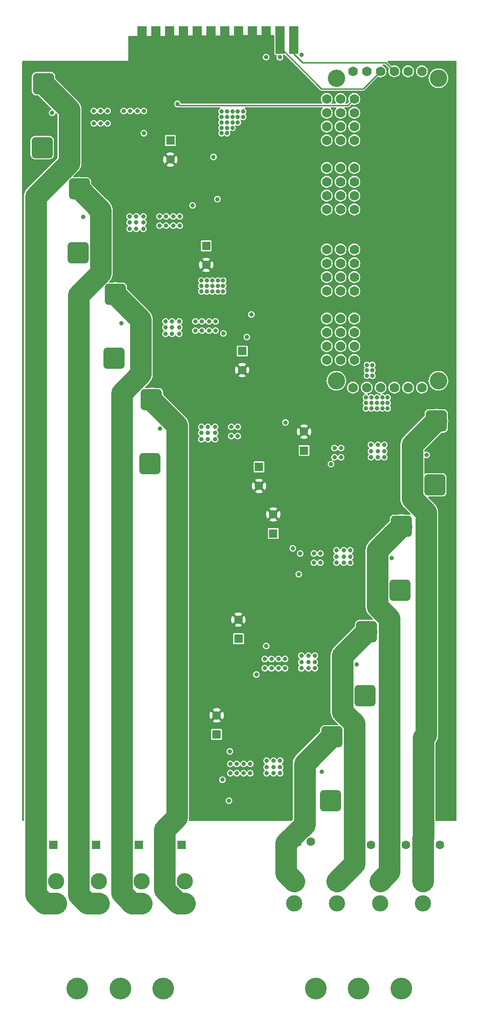
<source format=gbr>
%TF.GenerationSoftware,KiCad,Pcbnew,7.0.8*%
%TF.CreationDate,2023-10-09T09:06:24+01:00*%
%TF.ProjectId,CCC_rig_driver,4343435f-7269-4675-9f64-72697665722e,rev?*%
%TF.SameCoordinates,Original*%
%TF.FileFunction,Copper,L4,Bot*%
%TF.FilePolarity,Positive*%
%FSLAX46Y46*%
G04 Gerber Fmt 4.6, Leading zero omitted, Abs format (unit mm)*
G04 Created by KiCad (PCBNEW 7.0.8) date 2023-10-09 09:06:24*
%MOMM*%
%LPD*%
G01*
G04 APERTURE LIST*
G04 Aperture macros list*
%AMRoundRect*
0 Rectangle with rounded corners*
0 $1 Rounding radius*
0 $2 $3 $4 $5 $6 $7 $8 $9 X,Y pos of 4 corners*
0 Add a 4 corners polygon primitive as box body*
4,1,4,$2,$3,$4,$5,$6,$7,$8,$9,$2,$3,0*
0 Add four circle primitives for the rounded corners*
1,1,$1+$1,$2,$3*
1,1,$1+$1,$4,$5*
1,1,$1+$1,$6,$7*
1,1,$1+$1,$8,$9*
0 Add four rect primitives between the rounded corners*
20,1,$1+$1,$2,$3,$4,$5,0*
20,1,$1+$1,$4,$5,$6,$7,0*
20,1,$1+$1,$6,$7,$8,$9,0*
20,1,$1+$1,$8,$9,$2,$3,0*%
G04 Aperture macros list end*
%TA.AperFunction,ComponentPad*%
%ADD10C,4.000000*%
%TD*%
%TA.AperFunction,ComponentPad*%
%ADD11C,3.000000*%
%TD*%
%TA.AperFunction,ConnectorPad*%
%ADD12R,1.651000X5.080000*%
%TD*%
%TA.AperFunction,ComponentPad*%
%ADD13RoundRect,0.639769X-1.310231X-1.310231X1.310231X-1.310231X1.310231X1.310231X-1.310231X1.310231X0*%
%TD*%
%TA.AperFunction,ComponentPad*%
%ADD14R,1.600000X1.600000*%
%TD*%
%TA.AperFunction,ComponentPad*%
%ADD15C,1.600000*%
%TD*%
%TA.AperFunction,ComponentPad*%
%ADD16RoundRect,0.639769X1.310231X1.310231X-1.310231X1.310231X-1.310231X-1.310231X1.310231X-1.310231X0*%
%TD*%
%TA.AperFunction,ComponentPad*%
%ADD17C,1.778000*%
%TD*%
%TA.AperFunction,ComponentPad*%
%ADD18C,3.200000*%
%TD*%
%TA.AperFunction,ViaPad*%
%ADD19C,0.800000*%
%TD*%
%TA.AperFunction,Conductor*%
%ADD20C,0.250000*%
%TD*%
%TA.AperFunction,Conductor*%
%ADD21C,4.000000*%
%TD*%
%TA.AperFunction,Conductor*%
%ADD22C,1.599800*%
%TD*%
%TA.AperFunction,Conductor*%
%ADD23C,3.904600*%
%TD*%
G04 APERTURE END LIST*
D10*
%TO.P,J12,*%
%TO.N,*%
X66049700Y-190614000D03*
X73949700Y-190614000D03*
X81849700Y-190614000D03*
D11*
%TO.P,J12,1,Pin_1*%
%TO.N,P_OUT_4_-*%
X62099700Y-170814000D03*
%TO.P,J12,2,Pin_2*%
%TO.N,P_OUT_4_+*%
X62099700Y-174914000D03*
%TO.P,J12,3,Pin_3*%
%TO.N,P_OUT_5_-*%
X69999700Y-170814000D03*
%TO.P,J12,4,Pin_4*%
%TO.N,P_OUT_5_+*%
X69999700Y-174914000D03*
%TO.P,J12,5,Pin_5*%
%TO.N,P_OUT_6_-*%
X77899700Y-170814000D03*
%TO.P,J12,6,Pin_6*%
%TO.N,P_OUT_6_+*%
X77899700Y-174914000D03*
%TO.P,J12,7,Pin_7*%
%TO.N,P_OUT_7_-*%
X85799700Y-170814000D03*
%TO.P,J12,8,Pin_8*%
%TO.N,P_OUT_7_+*%
X85799700Y-174914000D03*
%TD*%
D10*
%TO.P,J7,*%
%TO.N,*%
X22145700Y-190614000D03*
X30045700Y-190614000D03*
X37945700Y-190614000D03*
D11*
%TO.P,J7,1,Pin_1*%
%TO.N,P_OUT_0_-*%
X18195700Y-170814000D03*
%TO.P,J7,2,Pin_2*%
%TO.N,P_OUT_0_+*%
X18195700Y-174914000D03*
%TO.P,J7,3,Pin_3*%
%TO.N,P_OUT_1_-*%
X26095700Y-170814000D03*
%TO.P,J7,4,Pin_4*%
%TO.N,P_OUT_1_+*%
X26095700Y-174914000D03*
%TO.P,J7,5,Pin_5*%
%TO.N,P_OUT_2_-*%
X33995700Y-170814000D03*
%TO.P,J7,6,Pin_6*%
%TO.N,P_OUT_2_+*%
X33995700Y-174914000D03*
%TO.P,J7,7,Pin_7*%
%TO.N,P_OUT_3_-*%
X41895700Y-170814000D03*
%TO.P,J7,8,Pin_8*%
%TO.N,P_OUT_3_+*%
X41895700Y-174914000D03*
%TD*%
D12*
%TO.P,J6,2,Pin_2*%
%TO.N,I2C_SCL*%
X61970000Y-16160200D03*
%TO.P,J6,4,Pin_4*%
%TO.N,I2C_SDA*%
X59430000Y-16160200D03*
%TO.P,J6,6,Pin_6*%
%TO.N,GNDPWR*%
X56890000Y-16160200D03*
%TO.P,J6,8,Pin_8*%
X54350000Y-16160200D03*
%TO.P,J6,10,Pin_10*%
X51810000Y-16160200D03*
%TO.P,J6,12,Pin_12*%
X49270000Y-16160200D03*
%TO.P,J6,14,Pin_14*%
X46730000Y-16160200D03*
%TO.P,J6,16,Pin_16*%
X44190000Y-16160200D03*
%TO.P,J6,18,Pin_18*%
X41650000Y-16160200D03*
%TO.P,J6,20,Pin_20*%
X39110000Y-16160200D03*
%TO.P,J6,22,Pin_22*%
X36570000Y-16160200D03*
%TO.P,J6,24,Pin_24*%
X34030000Y-16160200D03*
%TD*%
D13*
%TO.P,IC10,2,OUT_A_1*%
%TO.N,P_OUT_6_-*%
X81831000Y-105576500D03*
%TO.P,IC10,7,OUT_B_1*%
%TO.N,P_OUT_6_+*%
X81581000Y-117326500D03*
%TD*%
D14*
%TO.P,C24,1*%
%TO.N,VCC*%
X52504700Y-73355500D03*
D15*
%TO.P,C24,2*%
%TO.N,GNDPWR*%
X52504700Y-76855500D03*
%TD*%
D14*
%TO.P,C9,1*%
%TO.N,P_OUT_4_-*%
X62594888Y-163600000D03*
D15*
%TO.P,C9,2*%
%TO.N,P_OUT_4_+*%
X65094888Y-163600000D03*
%TD*%
D14*
%TO.P,C10,1*%
%TO.N,P_OUT_5_-*%
X73694888Y-164200000D03*
D15*
%TO.P,C10,2*%
%TO.N,P_OUT_5_+*%
X76194888Y-164200000D03*
%TD*%
D16*
%TO.P,IC6,2,OUT_A_1*%
%TO.N,P_OUT_2_-*%
X28904700Y-74668000D03*
%TO.P,IC6,7,OUT_B_1*%
%TO.N,P_OUT_2_+*%
X29154700Y-62918000D03*
%TD*%
D14*
%TO.P,C29,1*%
%TO.N,VCC*%
X63900000Y-91652700D03*
D15*
%TO.P,C29,2*%
%TO.N,GNDPWR*%
X63900000Y-88152700D03*
%TD*%
D14*
%TO.P,C25,1*%
%TO.N,VCC*%
X55600000Y-94647300D03*
D15*
%TO.P,C25,2*%
%TO.N,GNDPWR*%
X55600000Y-98147300D03*
%TD*%
D13*
%TO.P,IC9,2,OUT_A_1*%
%TO.N,P_OUT_5_-*%
X75414400Y-124941700D03*
%TO.P,IC9,7,OUT_B_1*%
%TO.N,P_OUT_5_+*%
X75164400Y-136691700D03*
%TD*%
D16*
%TO.P,IC5,2,OUT_A_1*%
%TO.N,P_OUT_1_-*%
X22286100Y-55302800D03*
%TO.P,IC5,7,OUT_B_1*%
%TO.N,P_OUT_1_+*%
X22536100Y-43552800D03*
%TD*%
D13*
%TO.P,IC11,2,OUT_A_1*%
%TO.N,P_OUT_7_-*%
X88247700Y-86211300D03*
%TO.P,IC11,7,OUT_B_1*%
%TO.N,P_OUT_7_+*%
X87997700Y-97961300D03*
%TD*%
D14*
%TO.P,C1,1*%
%TO.N,P_OUT_0_-*%
X17705100Y-164200000D03*
D15*
%TO.P,C1,2*%
%TO.N,P_OUT_0_+*%
X15205100Y-164200000D03*
%TD*%
D14*
%TO.P,C4,1*%
%TO.N,P_OUT_3_-*%
X41305113Y-164200000D03*
D15*
%TO.P,C4,2*%
%TO.N,P_OUT_3_+*%
X38805113Y-164200000D03*
%TD*%
D16*
%TO.P,IC7,2,OUT_A_1*%
%TO.N,P_OUT_3_-*%
X35523300Y-94033200D03*
%TO.P,IC7,7,OUT_B_1*%
%TO.N,P_OUT_3_+*%
X35773300Y-82283200D03*
%TD*%
%TO.P,IC4,2,OUT_A_1*%
%TO.N,P_OUT_0_-*%
X15667500Y-35937600D03*
%TO.P,IC4,7,OUT_B_1*%
%TO.N,P_OUT_0_+*%
X15917500Y-24187600D03*
%TD*%
D14*
%TO.P,C26,1*%
%TO.N,VCC*%
X47800000Y-143852700D03*
D15*
%TO.P,C26,2*%
%TO.N,GNDPWR*%
X47800000Y-140352700D03*
%TD*%
D14*
%TO.P,C2,1*%
%TO.N,P_OUT_1_-*%
X25605100Y-164200000D03*
D15*
%TO.P,C2,2*%
%TO.N,P_OUT_1_+*%
X23105100Y-164200000D03*
%TD*%
D14*
%TO.P,C27,1*%
%TO.N,VCC*%
X51814400Y-126254200D03*
D15*
%TO.P,C27,2*%
%TO.N,GNDPWR*%
X51814400Y-122754200D03*
%TD*%
D14*
%TO.P,C22,1*%
%TO.N,VCC*%
X39267500Y-34625100D03*
D15*
%TO.P,C22,2*%
%TO.N,GNDPWR*%
X39267500Y-38125100D03*
%TD*%
D14*
%TO.P,C11,1*%
%TO.N,P_OUT_6_-*%
X80194888Y-164200000D03*
D15*
%TO.P,C11,2*%
%TO.N,P_OUT_6_+*%
X82694888Y-164200000D03*
%TD*%
D14*
%TO.P,C3,1*%
%TO.N,P_OUT_2_-*%
X33505100Y-164200000D03*
D15*
%TO.P,C3,2*%
%TO.N,P_OUT_2_+*%
X31005100Y-164200000D03*
%TD*%
D14*
%TO.P,C12,1*%
%TO.N,P_OUT_7_-*%
X86394900Y-164200000D03*
D15*
%TO.P,C12,2*%
%TO.N,P_OUT_7_+*%
X88894900Y-164200000D03*
%TD*%
D13*
%TO.P,IC8,2,OUT_A_1*%
%TO.N,P_OUT_4_-*%
X68997700Y-144306900D03*
%TO.P,IC8,7,OUT_B_1*%
%TO.N,P_OUT_4_+*%
X68747700Y-156056900D03*
%TD*%
D17*
%TO.P,U2,0,PWM_0*%
%TO.N,PWM_00*%
X73151700Y-26991000D03*
%TO.P,U2,1,PWM_1*%
%TO.N,PWM_01*%
X73151700Y-29531000D03*
%TO.P,U2,2,PWM_2*%
%TO.N,PWM_02*%
X73151700Y-32071000D03*
%TO.P,U2,3,PWM_3*%
%TO.N,PWM_03*%
X73151700Y-34611000D03*
%TO.P,U2,4,PWM_4*%
%TO.N,PWM_04*%
X73151700Y-39691000D03*
%TO.P,U2,5,PWM_5*%
%TO.N,PWM_05*%
X73151700Y-42231000D03*
%TO.P,U2,6,PWM_6*%
%TO.N,PWM_06*%
X73151700Y-44771000D03*
%TO.P,U2,7,PWM_7*%
%TO.N,PWM_07*%
X73151700Y-47311000D03*
%TO.P,U2,8,PWM_8*%
%TO.N,PWM_08*%
X73151700Y-54677000D03*
%TO.P,U2,9,PWM_9*%
%TO.N,PWM_09*%
X73151700Y-57217000D03*
%TO.P,U2,10,PWM_10*%
%TO.N,PWM_10*%
X73151700Y-59757000D03*
%TO.P,U2,11,PWM_11*%
%TO.N,PWM_11*%
X73151700Y-62297000D03*
%TO.P,U2,12,PWM_12*%
%TO.N,PWM_12*%
X73151700Y-67377000D03*
%TO.P,U2,13,PWM_13*%
%TO.N,PWM_13*%
X73151700Y-69917000D03*
%TO.P,U2,14,PWM_14*%
%TO.N,PWM_14*%
X73151700Y-72457000D03*
%TO.P,U2,15,PWM_15*%
%TO.N,PWM_15*%
X73151700Y-74997000D03*
%TO.P,U2,GND_1,GND*%
%TO.N,GNDD*%
X85597700Y-21911000D03*
%TO.P,U2,GND_2,GND*%
X85597700Y-80077000D03*
%TO.P,U2,GND_3,GND*%
X68071700Y-26991000D03*
%TO.P,U2,GND_4,GND*%
X68071700Y-29531000D03*
%TO.P,U2,GND_5,GND*%
X68071700Y-32071000D03*
%TO.P,U2,GND_6,GND*%
X68071700Y-34611000D03*
%TO.P,U2,GND_7,GND*%
X68071700Y-39691000D03*
%TO.P,U2,GND_8,GND*%
X68071700Y-42231000D03*
%TO.P,U2,GND_9,GND*%
X68071700Y-44771000D03*
%TO.P,U2,GND_10,GND*%
X68071700Y-47311000D03*
%TO.P,U2,GND_11,GND*%
X68071700Y-54677000D03*
%TO.P,U2,GND_12,GND*%
X68071700Y-57217000D03*
%TO.P,U2,GND_13,GND*%
X68071700Y-59757000D03*
%TO.P,U2,GND_14,GND*%
X68071700Y-62297000D03*
%TO.P,U2,GND_15,GND*%
X68071700Y-67377000D03*
%TO.P,U2,GND_16,GND*%
X68071700Y-69917000D03*
%TO.P,U2,GND_17,GND*%
X68071700Y-72457000D03*
%TO.P,U2,GND_18,GND*%
X68071700Y-74997000D03*
%TO.P,U2,OE_1,~{OE}*%
%TO.N,PWM_OE*%
X83057700Y-21911000D03*
%TO.P,U2,OE_2,~{OE}*%
X83057700Y-80077000D03*
D18*
%TO.P,U2,S1*%
%TO.N,N/C*%
X88645700Y-23181000D03*
%TO.P,U2,S2*%
X88645700Y-78807000D03*
%TO.P,U2,S3*%
X69849700Y-23181000D03*
%TO.P,U2,S4*%
X69849700Y-78807000D03*
D17*
%TO.P,U2,SCL_1,SCL*%
%TO.N,I2C_SCL*%
X80517700Y-21911000D03*
%TO.P,U2,SCL_2,SCL*%
X80517700Y-80077000D03*
%TO.P,U2,SDA_1,SDA*%
%TO.N,I2C_SDA*%
X77977700Y-21911000D03*
%TO.P,U2,SDA_2,SDA*%
X77977700Y-80077000D03*
%TO.P,U2,V+_1,V+*%
%TO.N,+3.3V*%
X72897700Y-21911000D03*
%TO.P,U2,V+_2,V+*%
X72897700Y-80077000D03*
%TO.P,U2,V+_3,V+*%
X70611700Y-26991000D03*
%TO.P,U2,V+_4,V+*%
X70611700Y-29531000D03*
%TO.P,U2,V+_5,V+*%
X70611700Y-32071000D03*
%TO.P,U2,V+_6,V+*%
X70611700Y-34611000D03*
%TO.P,U2,V+_7,V+*%
X70611700Y-39691000D03*
%TO.P,U2,V+_8,V+*%
X70611700Y-42231000D03*
%TO.P,U2,V+_9,V+*%
X70611700Y-44771000D03*
%TO.P,U2,V+_10,V+*%
X70611700Y-47311000D03*
%TO.P,U2,V+_11,V+*%
X70611700Y-54677000D03*
%TO.P,U2,V+_12,V+*%
X70611700Y-57217000D03*
%TO.P,U2,V+_13,V+*%
X70611700Y-59757000D03*
%TO.P,U2,V+_14,V+*%
X70611700Y-62297000D03*
%TO.P,U2,V+_15,V+*%
X70611700Y-67377000D03*
%TO.P,U2,V+_16,V+*%
X70611700Y-69917000D03*
%TO.P,U2,V+_17,V+*%
X70611700Y-72457000D03*
%TO.P,U2,V+_18,V+*%
X70611700Y-74997000D03*
%TO.P,U2,VCC_1,VCC*%
X75437700Y-21911000D03*
%TO.P,U2,VCC_2,VCC*%
X75437700Y-80077000D03*
%TD*%
D14*
%TO.P,C23,1*%
%TO.N,VCC*%
X45886100Y-53990300D03*
D15*
%TO.P,C23,2*%
%TO.N,GNDPWR*%
X45886100Y-57490300D03*
%TD*%
D14*
%TO.P,C28,1*%
%TO.N,VCC*%
X58231000Y-106889000D03*
D15*
%TO.P,C28,2*%
%TO.N,GNDPWR*%
X58231000Y-103389000D03*
%TD*%
D19*
%TO.N,+3.3V*%
X53352800Y-70751100D03*
X43376900Y-46582700D03*
X68849300Y-94135000D03*
X48847000Y-152181700D03*
X59430000Y-19337900D03*
X55105800Y-132837600D03*
X62910600Y-114374400D03*
%TO.N,GNDD*%
X56890000Y-19317800D03*
X47223600Y-37638400D03*
%TO.N,PWM_OE*%
X63413100Y-18851100D03*
%TO.N,PWM_00*%
X40573000Y-27904100D03*
X34417500Y-33303400D03*
%TO.N,PWM_01*%
X17505000Y-29516900D03*
%TO.N,PWM_02*%
X47928600Y-45423400D03*
%TO.N,PWM_03*%
X23264500Y-48661900D03*
%TO.N,PWM_04*%
X54184400Y-66615900D03*
X49027200Y-70117000D03*
%TO.N,PWM_05*%
X30256300Y-68252700D03*
%TO.N,PWM_06*%
X60466800Y-86482800D03*
%TO.N,PWM_07*%
X37360800Y-87614800D03*
%TO.N,PWM_08*%
X50077100Y-156026600D03*
X50247700Y-146947000D03*
%TO.N,PWM_09*%
X67160200Y-150672700D03*
%TO.N,PWM_10*%
X56951500Y-127600300D03*
%TO.N,PWM_11*%
X73618200Y-130934500D03*
%TO.N,PWM_12*%
X61823400Y-109609100D03*
%TO.N,PWM_13*%
X80036300Y-111445500D03*
%TO.N,PWM_15*%
X86469700Y-92442900D03*
%TO.N,GNDPWR*%
X30247700Y-24244000D03*
X62797700Y-124886000D03*
X61797700Y-123886000D03*
X58400000Y-156000000D03*
X79597700Y-98886300D03*
X72097700Y-105486000D03*
X49097700Y-93994000D03*
X25297700Y-36994000D03*
X72197700Y-117286000D03*
X68197700Y-117286000D03*
X30897700Y-43694000D03*
X23297700Y-35994000D03*
X66797700Y-137686000D03*
X42497700Y-61994000D03*
X61797700Y-124886000D03*
X34897700Y-55394000D03*
X31897700Y-42694000D03*
X26297700Y-35994000D03*
X73097700Y-104486000D03*
X27247700Y-24244000D03*
X78597700Y-98886300D03*
X65797700Y-123886000D03*
X63797700Y-124886000D03*
X77597700Y-97886300D03*
X29247700Y-24244000D03*
X33897700Y-56394000D03*
X28297700Y-35994000D03*
X30297700Y-36994000D03*
X36897700Y-56394000D03*
X25247700Y-24244000D03*
X26247700Y-24244000D03*
X61400000Y-156000000D03*
X66797700Y-136686000D03*
X59397700Y-144286000D03*
X36897700Y-42694000D03*
X38497700Y-75694000D03*
X60397700Y-144286000D03*
X74597700Y-98886300D03*
X67797700Y-124886000D03*
X59397700Y-143286000D03*
X64797700Y-123886000D03*
X48097700Y-93994000D03*
X32897700Y-42694000D03*
X62797700Y-123886000D03*
X67097700Y-104486000D03*
X56400000Y-156000000D03*
X80597700Y-86186300D03*
X55397700Y-144286000D03*
X38497700Y-61994000D03*
X74097700Y-105486000D03*
X29297700Y-36994000D03*
X80597700Y-98886300D03*
X36897700Y-43694000D03*
X35897700Y-43694000D03*
X36497700Y-74694000D03*
X34897700Y-43694000D03*
X40497700Y-61994000D03*
X72097700Y-104486000D03*
X41497700Y-75694000D03*
X66797700Y-123886000D03*
X36497700Y-62994000D03*
X69197700Y-118286000D03*
X76597700Y-97886300D03*
X50197700Y-82394000D03*
X73597700Y-86186300D03*
X30897700Y-56394000D03*
X48097700Y-94994000D03*
X39497700Y-61994000D03*
X30297700Y-35994000D03*
X27247700Y-23244000D03*
X67797700Y-123886000D03*
X40497700Y-75694000D03*
X57397700Y-143286000D03*
X43497700Y-75694000D03*
X50097700Y-93994000D03*
X75597700Y-98886300D03*
X71197700Y-118286000D03*
X74597700Y-97886300D03*
X64797700Y-136686000D03*
X61797700Y-136686000D03*
X69097700Y-104486000D03*
X29897700Y-43694000D03*
X55397700Y-143286000D03*
X34897700Y-56394000D03*
X64797700Y-124886000D03*
X76597700Y-86186300D03*
X28297700Y-36994000D03*
X73197700Y-117286000D03*
X23297700Y-36994000D03*
X68097700Y-105486000D03*
X70197700Y-117286000D03*
X44097700Y-94994000D03*
X78597700Y-86186300D03*
X71097700Y-105486000D03*
X29897700Y-42694000D03*
X37497700Y-61994000D03*
X42497700Y-74694000D03*
X76597700Y-98886300D03*
X56397700Y-143286000D03*
X42497700Y-75694000D03*
X26297700Y-36994000D03*
X61397700Y-143286000D03*
X72197700Y-118286000D03*
X30897700Y-42694000D03*
X43197700Y-81394000D03*
X31897700Y-55394000D03*
X58400000Y-157000000D03*
X49197700Y-81394000D03*
X65797700Y-124886000D03*
X38497700Y-74694000D03*
X68097700Y-104486000D03*
X50097700Y-94994000D03*
X44197700Y-82394000D03*
X46097700Y-93994000D03*
X49097700Y-94994000D03*
X75597700Y-86186300D03*
X60397700Y-143286000D03*
X69197700Y-117286000D03*
X47097700Y-94994000D03*
X24247700Y-24244000D03*
X43097700Y-93994000D03*
X32897700Y-56394000D03*
X41497700Y-62994000D03*
X48197700Y-82394000D03*
X78597700Y-97886300D03*
X61397700Y-144286000D03*
X47197700Y-82394000D03*
X45197700Y-82394000D03*
X49197700Y-82394000D03*
X77597700Y-86186300D03*
X69097700Y-105486000D03*
X74097700Y-104486000D03*
X36497700Y-75694000D03*
X41497700Y-74694000D03*
X67797700Y-137686000D03*
X38497700Y-62994000D03*
X75597700Y-97886300D03*
X73097700Y-105486000D03*
X67197700Y-118286000D03*
X43497700Y-74694000D03*
X46197700Y-81394000D03*
X79597700Y-97886300D03*
X60400000Y-157000000D03*
X47197700Y-81394000D03*
X31897700Y-56394000D03*
X66797700Y-124886000D03*
X31897700Y-43694000D03*
X48197700Y-81394000D03*
X56397700Y-144286000D03*
X29297700Y-35994000D03*
X73597700Y-98886300D03*
X23247700Y-24244000D03*
X59400000Y-157000000D03*
X40497700Y-62994000D03*
X24247700Y-23244000D03*
X71197700Y-117286000D03*
X39497700Y-74694000D03*
X50197700Y-81394000D03*
X42497700Y-62994000D03*
X43497700Y-62994000D03*
X24297700Y-36994000D03*
X45097700Y-93994000D03*
X54400000Y-157000000D03*
X67797700Y-136686000D03*
X64797700Y-137686000D03*
X28247700Y-23244000D03*
X28247700Y-24244000D03*
X63797700Y-137686000D03*
X35897700Y-56394000D03*
X37497700Y-62994000D03*
X60797700Y-136686000D03*
X59400000Y-156000000D03*
X33897700Y-42694000D03*
X57400000Y-157000000D03*
X34897700Y-42694000D03*
X30897700Y-55394000D03*
X29897700Y-56394000D03*
X32897700Y-55394000D03*
X60797700Y-137686000D03*
X46097700Y-94994000D03*
X41497700Y-61994000D03*
X39497700Y-62994000D03*
X56400000Y-157000000D03*
X45197700Y-81394000D03*
X36897700Y-55394000D03*
X73197700Y-118286000D03*
X25297700Y-35994000D03*
X60797700Y-124886000D03*
X74197700Y-118286000D03*
X26247700Y-23244000D03*
X63797700Y-136686000D03*
X55400000Y-156000000D03*
X65797700Y-137686000D03*
X58397700Y-144286000D03*
X25247700Y-23244000D03*
X33897700Y-43694000D03*
X27297700Y-35994000D03*
X55400000Y-157000000D03*
X43197700Y-82394000D03*
X61400000Y-157000000D03*
X60400000Y-156000000D03*
X73597700Y-97886300D03*
X74597700Y-86186300D03*
X54397700Y-144286000D03*
X33897700Y-55394000D03*
X65797700Y-136686000D03*
X57400000Y-156000000D03*
X30247700Y-23244000D03*
X68197700Y-118286000D03*
X44097700Y-93994000D03*
X23247700Y-23244000D03*
X77597700Y-98886300D03*
X43497700Y-61994000D03*
X29897700Y-55394000D03*
X57397700Y-144286000D03*
X35897700Y-55394000D03*
X44197700Y-81394000D03*
X67197700Y-117286000D03*
X47097700Y-93994000D03*
X35897700Y-42694000D03*
X27297700Y-36994000D03*
X62797700Y-136686000D03*
X32897700Y-43694000D03*
X70097700Y-105486000D03*
X79597700Y-86186300D03*
X40497700Y-74694000D03*
X54397700Y-143286000D03*
X67097700Y-105486000D03*
X45097700Y-94994000D03*
X39497700Y-75694000D03*
X71097700Y-104486000D03*
X70097700Y-104486000D03*
X46197700Y-82394000D03*
X36497700Y-61994000D03*
X62797700Y-137686000D03*
X37497700Y-75694000D03*
X54400000Y-156000000D03*
X43097700Y-94994000D03*
X58397700Y-143286000D03*
X80597700Y-97886300D03*
X70197700Y-118286000D03*
X74197700Y-117286000D03*
X37497700Y-74694000D03*
X61797700Y-137686000D03*
X63797700Y-123886000D03*
X24297700Y-35994000D03*
X29247700Y-23244000D03*
X60797700Y-123886000D03*
%TO.N,VCC*%
X76197700Y-91786300D03*
X77497700Y-92886300D03*
X50700000Y-31300000D03*
X45000000Y-60400000D03*
X40997700Y-50294000D03*
X26397700Y-31494000D03*
X34297700Y-48594000D03*
X76197700Y-90586300D03*
X30697700Y-29194000D03*
X77300000Y-83900000D03*
X49000000Y-60400000D03*
X78697700Y-90586300D03*
X76300000Y-81900000D03*
X49700000Y-33300000D03*
X72397700Y-112286000D03*
X52797700Y-149286000D03*
X50700000Y-30300000D03*
X47000000Y-62400000D03*
X46197700Y-87294000D03*
X64697700Y-130586000D03*
X31897700Y-29194000D03*
X48700000Y-30300000D03*
X40897700Y-70194000D03*
X75300000Y-81900000D03*
X51697700Y-87294000D03*
X25197700Y-31494000D03*
X50297700Y-149286000D03*
X43897700Y-67894000D03*
X48000000Y-62400000D03*
X78300000Y-83900000D03*
X31797700Y-48594000D03*
X47497700Y-88394000D03*
X77497700Y-90586300D03*
X53997700Y-150986000D03*
X78697700Y-91786300D03*
X50497700Y-87294000D03*
X52700000Y-30300000D03*
X39597700Y-68994000D03*
X48000000Y-60400000D03*
X76300000Y-82900000D03*
X47497700Y-89594000D03*
X40897700Y-68994000D03*
X75300000Y-83900000D03*
X45097700Y-67894000D03*
X40997700Y-48594000D03*
X65897700Y-130586000D03*
X71197700Y-111186000D03*
X46000000Y-60400000D03*
X63197700Y-110586000D03*
X52797700Y-150986000D03*
X77497700Y-91786300D03*
X59197700Y-131686000D03*
X56997700Y-150986000D03*
X45000000Y-61400000D03*
X58297700Y-148686000D03*
X56997700Y-149886000D03*
X63397700Y-129386000D03*
X48700000Y-31300000D03*
X65697700Y-110586000D03*
X34297700Y-50894000D03*
X57897700Y-129986000D03*
X51700000Y-30300000D03*
X75500000Y-77900000D03*
X63397700Y-131686000D03*
X46197700Y-88394000D03*
X76500000Y-75900000D03*
X58297700Y-150986000D03*
X51497700Y-150986000D03*
X66897700Y-112286000D03*
X72397700Y-111186000D03*
X57897700Y-131686000D03*
X49700000Y-30300000D03*
X79300000Y-83900000D03*
X78300000Y-82900000D03*
X39797700Y-48594000D03*
X44997700Y-87294000D03*
X33197700Y-29194000D03*
X64697700Y-129386000D03*
X51700000Y-31300000D03*
X50297700Y-150986000D03*
X48000000Y-61400000D03*
X58297700Y-149886000D03*
X45000000Y-62400000D03*
X59197700Y-129986000D03*
X27697700Y-29194000D03*
X75300000Y-82900000D03*
X44997700Y-89594000D03*
X79300000Y-82900000D03*
X69897700Y-111186000D03*
X39797700Y-50294000D03*
X52700000Y-29300000D03*
X49000000Y-61400000D03*
X46397700Y-69594000D03*
X50700000Y-29300000D03*
X64697700Y-131686000D03*
X34297700Y-49694000D03*
X50497700Y-88994000D03*
X43897700Y-69594000D03*
X76500000Y-76900000D03*
X38497700Y-48594000D03*
X37297700Y-50294000D03*
X59497700Y-148686000D03*
X48700000Y-29300000D03*
X51700000Y-29300000D03*
X60397700Y-129986000D03*
X46000000Y-62400000D03*
X49700000Y-29300000D03*
X63397700Y-130586000D03*
X59497700Y-149886000D03*
X47497700Y-87294000D03*
X56997700Y-148686000D03*
X66897700Y-110586000D03*
X47597700Y-69594000D03*
X39597700Y-70194000D03*
X50700000Y-32300000D03*
X38397700Y-67894000D03*
X65897700Y-131686000D03*
X69497700Y-92886300D03*
X45097700Y-69594000D03*
X69897700Y-112286000D03*
X53997700Y-149286000D03*
X78300000Y-81900000D03*
X49700000Y-31300000D03*
X47597700Y-67894000D03*
X32997700Y-50894000D03*
X38397700Y-68994000D03*
X37297700Y-48594000D03*
X49000000Y-62400000D03*
X76197700Y-92886300D03*
X31797700Y-50894000D03*
X34397700Y-29194000D03*
X70697700Y-91186300D03*
X75500000Y-76900000D03*
X31797700Y-49694000D03*
X48700000Y-33300000D03*
X70697700Y-92886300D03*
X44997700Y-88394000D03*
X49700000Y-32300000D03*
X51697700Y-88994000D03*
X56697700Y-131686000D03*
X47000000Y-60400000D03*
X46000000Y-61400000D03*
X46197700Y-89594000D03*
X77300000Y-81900000D03*
X38397700Y-70194000D03*
X27697700Y-31494000D03*
X65697700Y-112286000D03*
X69497700Y-91186300D03*
X56697700Y-129986000D03*
X26397700Y-29194000D03*
X76300000Y-83900000D03*
X47000000Y-61400000D03*
X71197700Y-112286000D03*
X77300000Y-82900000D03*
X39597700Y-67894000D03*
X59497700Y-150986000D03*
X40897700Y-67894000D03*
X75500000Y-75900000D03*
X76500000Y-77900000D03*
X78697700Y-92886300D03*
X65897700Y-129386000D03*
X51497700Y-149286000D03*
X79300000Y-81900000D03*
X32997700Y-49694000D03*
X60397700Y-131686000D03*
X69897700Y-109986000D03*
X32997700Y-48594000D03*
X46397700Y-67894000D03*
X72397700Y-109986000D03*
X48700000Y-32300000D03*
X25197700Y-29194000D03*
X71197700Y-109986000D03*
X38497700Y-50294000D03*
%TD*%
D20*
%TO.N,I2C_SCL*%
X63623800Y-20354000D02*
X61970000Y-18700200D01*
X61970000Y-18700200D02*
X61970000Y-16160200D01*
X78960700Y-20354000D02*
X63623800Y-20354000D01*
X80517700Y-21911000D02*
X78960700Y-20354000D01*
%TO.N,I2C_SDA*%
X59430000Y-16160200D02*
X59430000Y-17473200D01*
X59430000Y-17473200D02*
X67088000Y-25131200D01*
X74757500Y-25131200D02*
X77977700Y-21911000D01*
X67088000Y-25131200D02*
X74757500Y-25131200D01*
%TO.N,PWM_00*%
X40875800Y-28206900D02*
X40573000Y-27904100D01*
X73151700Y-26991000D02*
X71935800Y-28206900D01*
X71935800Y-28206900D02*
X40875800Y-28206900D01*
D21*
%TO.N,P_OUT_0_+*%
X14495700Y-147290600D02*
X14495700Y-44956700D01*
X20697700Y-28967800D02*
X20697700Y-38754700D01*
X20697700Y-38754700D02*
X14495700Y-44956700D01*
X16114000Y-174914000D02*
X18195700Y-174914000D01*
X14495700Y-173296000D02*
X16114000Y-174914000D01*
X14495700Y-147290600D02*
X14495700Y-173296000D01*
X15917500Y-24187600D02*
X20697700Y-28967800D01*
%TO.N,P_OUT_1_+*%
X22536100Y-43552800D02*
X26436100Y-47452800D01*
X22395700Y-173296000D02*
X24014000Y-174914000D01*
X22395700Y-147290600D02*
X22395700Y-173296000D01*
X26436100Y-47452800D02*
X26436100Y-59000100D01*
X22395700Y-63040500D02*
X22395700Y-147290600D01*
X26436100Y-59000100D02*
X22395700Y-63040500D01*
X24014000Y-174914000D02*
X26095700Y-174914000D01*
%TO.N,P_OUT_2_+*%
X30295700Y-147290600D02*
X30295700Y-81124300D01*
X29154700Y-62918000D02*
X33833200Y-67596500D01*
X32214000Y-174914000D02*
X33995700Y-174914000D01*
X30295700Y-147290600D02*
X30295700Y-172996000D01*
X33833200Y-67596500D02*
X33833200Y-77586800D01*
X33833200Y-77586800D02*
X30295700Y-81124300D01*
X30295700Y-172996000D02*
X32214000Y-174914000D01*
%TO.N,P_OUT_3_+*%
X40497700Y-147297700D02*
X40497700Y-149502300D01*
X38195700Y-172347000D02*
X40763200Y-174914000D01*
X35773300Y-82283200D02*
X40497700Y-87007600D01*
X40497700Y-159079000D02*
X38195700Y-161381000D01*
X38195700Y-161381000D02*
X38195700Y-172347000D01*
X40763200Y-174914000D02*
X41895700Y-174914000D01*
X40497700Y-149502300D02*
X40497700Y-159079000D01*
D22*
X40497700Y-147297700D02*
X41200000Y-148000000D01*
D21*
X40497700Y-87007600D02*
X40497700Y-149502300D01*
%TO.N,P_OUT_4_-*%
X60599700Y-169314000D02*
X62099700Y-170814000D01*
X68947700Y-144307000D02*
X64000000Y-149255000D01*
X64000000Y-160452247D02*
X60599700Y-163852547D01*
X60599700Y-163852547D02*
X60599700Y-169314000D01*
X64000000Y-149255000D02*
X64000000Y-160452247D01*
%TO.N,P_OUT_5_-*%
X73147700Y-148000000D02*
X73147700Y-141820000D01*
X73147700Y-148000000D02*
X73147700Y-167666000D01*
D23*
X75414100Y-124942000D02*
X75414400Y-124941700D01*
D21*
X73147700Y-141820000D02*
X71000000Y-139673000D01*
X73147700Y-167666000D02*
X69999700Y-170814000D01*
X71000000Y-139673000D02*
X71000000Y-129342000D01*
X71000000Y-129342000D02*
X75400000Y-124942000D01*
D23*
X75400000Y-124942000D02*
X75414100Y-124942000D01*
D21*
%TO.N,P_OUT_6_-*%
X81830800Y-105576200D02*
X79703500Y-107703500D01*
X79600000Y-147205100D02*
X79600000Y-169114000D01*
X79600000Y-169114000D02*
X77899700Y-170814000D01*
X77431000Y-109976000D02*
X77431000Y-120322000D01*
X79703500Y-107703500D02*
X77431000Y-109976000D01*
X81830800Y-105576300D02*
X81830800Y-105576200D01*
X79600000Y-122491000D02*
X79600000Y-147205100D01*
X81831000Y-105576500D02*
X81830800Y-105576300D01*
X77431000Y-120322000D02*
X79600000Y-122491000D01*
%TO.N,P_OUT_7_-*%
X83847700Y-90611300D02*
X83847700Y-100504000D01*
X85799700Y-162914200D02*
X85799700Y-170814000D01*
X85894900Y-144458000D02*
X85894900Y-162819000D01*
X85894900Y-162819000D02*
X85799700Y-162914200D01*
X88247700Y-86211300D02*
X83847700Y-90611300D01*
X83847700Y-100504000D02*
X86400000Y-103056000D01*
X86400000Y-103056000D02*
X86400000Y-143953000D01*
X86400000Y-143953000D02*
X85894900Y-144458000D01*
%TD*%
%TA.AperFunction,Conductor*%
%TO.N,GNDPWR*%
G36*
X58345383Y-15267159D02*
G01*
X58392247Y-15320490D01*
X58404000Y-15373627D01*
X58404000Y-18719950D01*
X58406547Y-18732756D01*
X58415633Y-18778431D01*
X58459948Y-18844752D01*
X58526269Y-18889067D01*
X58584752Y-18900700D01*
X58772545Y-18900700D01*
X58840666Y-18920702D01*
X58887159Y-18974358D01*
X58897263Y-19044632D01*
X58888954Y-19074918D01*
X58844955Y-19181139D01*
X58824318Y-19337899D01*
X58824318Y-19337900D01*
X58844955Y-19494660D01*
X58889190Y-19601451D01*
X58905464Y-19640741D01*
X59001718Y-19766182D01*
X59127159Y-19862436D01*
X59273238Y-19922944D01*
X59430000Y-19943582D01*
X59586762Y-19922944D01*
X59732841Y-19862436D01*
X59858282Y-19766182D01*
X59954536Y-19640741D01*
X60015044Y-19494662D01*
X60035682Y-19337900D01*
X60015044Y-19181138D01*
X59971045Y-19074917D01*
X59963457Y-19004328D01*
X59995236Y-18940841D01*
X60056295Y-18904614D01*
X60087455Y-18900700D01*
X60275247Y-18900700D01*
X60275248Y-18900700D01*
X60310891Y-18893610D01*
X60381605Y-18899938D01*
X60424567Y-18928093D01*
X66845849Y-25349376D01*
X66849554Y-25353419D01*
X66875544Y-25384393D01*
X66875546Y-25384395D01*
X66910561Y-25404610D01*
X66915198Y-25407564D01*
X66948316Y-25430753D01*
X66953876Y-25433346D01*
X66969196Y-25439692D01*
X66974955Y-25441788D01*
X67014779Y-25448810D01*
X67020126Y-25449994D01*
X67059193Y-25460463D01*
X67090012Y-25457766D01*
X67099470Y-25456940D01*
X67104962Y-25456700D01*
X74740540Y-25456700D01*
X74746025Y-25456939D01*
X74786307Y-25460464D01*
X74825370Y-25449996D01*
X74830731Y-25448807D01*
X74870545Y-25441788D01*
X74870547Y-25441786D01*
X74876338Y-25439679D01*
X74891601Y-25433357D01*
X74897181Y-25430755D01*
X74897181Y-25430754D01*
X74897184Y-25430754D01*
X74930317Y-25407552D01*
X74934928Y-25404615D01*
X74969955Y-25384394D01*
X74995953Y-25353409D01*
X74999646Y-25349378D01*
X77168024Y-23181000D01*
X86840151Y-23181000D01*
X86860317Y-23450106D01*
X86920365Y-23713193D01*
X87018955Y-23964394D01*
X87018958Y-23964402D01*
X87153882Y-24198098D01*
X87153884Y-24198101D01*
X87153885Y-24198102D01*
X87322139Y-24409085D01*
X87519959Y-24592635D01*
X87519965Y-24592639D01*
X87742916Y-24744645D01*
X87742923Y-24744649D01*
X87742926Y-24744651D01*
X87986059Y-24861738D01*
X87986062Y-24861738D01*
X87986067Y-24861741D01*
X88243917Y-24941277D01*
X88243919Y-24941277D01*
X88243928Y-24941280D01*
X88510771Y-24981500D01*
X88510775Y-24981500D01*
X88780625Y-24981500D01*
X88780629Y-24981500D01*
X89047472Y-24941280D01*
X89047482Y-24941277D01*
X89305332Y-24861741D01*
X89305334Y-24861739D01*
X89305341Y-24861738D01*
X89305346Y-24861735D01*
X89305350Y-24861734D01*
X89548469Y-24744654D01*
X89548469Y-24744653D01*
X89548475Y-24744651D01*
X89771441Y-24592635D01*
X89969261Y-24409085D01*
X90137515Y-24198102D01*
X90204979Y-24081250D01*
X90272441Y-23964402D01*
X90272443Y-23964398D01*
X90371034Y-23713195D01*
X90431083Y-23450103D01*
X90451249Y-23181000D01*
X90431083Y-22911897D01*
X90371034Y-22648805D01*
X90272443Y-22397602D01*
X90272442Y-22397601D01*
X90272441Y-22397597D01*
X90137517Y-22163901D01*
X90096170Y-22112054D01*
X89969261Y-21952915D01*
X89771441Y-21769365D01*
X89684288Y-21709945D01*
X89548477Y-21617350D01*
X89548469Y-21617345D01*
X89305350Y-21500265D01*
X89305332Y-21500258D01*
X89047482Y-21420722D01*
X89047474Y-21420720D01*
X89047472Y-21420720D01*
X88780629Y-21380500D01*
X88510771Y-21380500D01*
X88243928Y-21420720D01*
X88243926Y-21420720D01*
X88243917Y-21420722D01*
X87986067Y-21500258D01*
X87986055Y-21500263D01*
X87742923Y-21617350D01*
X87742916Y-21617354D01*
X87519965Y-21769360D01*
X87519960Y-21769364D01*
X87322139Y-21952914D01*
X87153882Y-22163901D01*
X87018958Y-22397597D01*
X87018955Y-22397605D01*
X86920365Y-22648806D01*
X86860317Y-22911893D01*
X86840151Y-23181000D01*
X77168024Y-23181000D01*
X77409286Y-22939738D01*
X77471596Y-22905714D01*
X77542411Y-22910779D01*
X77543887Y-22911340D01*
X77678267Y-22963399D01*
X77876743Y-23000500D01*
X77876745Y-23000500D01*
X78078655Y-23000500D01*
X78078657Y-23000500D01*
X78277133Y-22963399D01*
X78465413Y-22890459D01*
X78637084Y-22784165D01*
X78786300Y-22648136D01*
X78907980Y-22487005D01*
X78997981Y-22306259D01*
X79053238Y-22112053D01*
X79071868Y-21911000D01*
X79053238Y-21709947D01*
X78997981Y-21515741D01*
X78907980Y-21334995D01*
X78786300Y-21173864D01*
X78637084Y-21037835D01*
X78637083Y-21037834D01*
X78637082Y-21037833D01*
X78465424Y-20931547D01*
X78465417Y-20931543D01*
X78465413Y-20931541D01*
X78443343Y-20922991D01*
X78387048Y-20879732D01*
X78363078Y-20812904D01*
X78379042Y-20743726D01*
X78429873Y-20694160D01*
X78488860Y-20679500D01*
X78773684Y-20679500D01*
X78841805Y-20699502D01*
X78862779Y-20716405D01*
X79488061Y-21341687D01*
X79522087Y-21403999D01*
X79517022Y-21474814D01*
X79511759Y-21486941D01*
X79497417Y-21515744D01*
X79442162Y-21709945D01*
X79423532Y-21911000D01*
X79442162Y-22112054D01*
X79497417Y-22306254D01*
X79497418Y-22306256D01*
X79497419Y-22306259D01*
X79587420Y-22487005D01*
X79587421Y-22487006D01*
X79709098Y-22648134D01*
X79858316Y-22784165D01*
X79858317Y-22784166D01*
X80029975Y-22890452D01*
X80029978Y-22890453D01*
X80029987Y-22890459D01*
X80218262Y-22963397D01*
X80218267Y-22963399D01*
X80416743Y-23000500D01*
X80416745Y-23000500D01*
X80618655Y-23000500D01*
X80618657Y-23000500D01*
X80817133Y-22963399D01*
X81005413Y-22890459D01*
X81177084Y-22784165D01*
X81326300Y-22648136D01*
X81447980Y-22487005D01*
X81537981Y-22306259D01*
X81593238Y-22112053D01*
X81611868Y-21911000D01*
X81963532Y-21911000D01*
X81982162Y-22112054D01*
X82037417Y-22306254D01*
X82037418Y-22306256D01*
X82037419Y-22306259D01*
X82127420Y-22487005D01*
X82127421Y-22487006D01*
X82249098Y-22648134D01*
X82398316Y-22784165D01*
X82398317Y-22784166D01*
X82569975Y-22890452D01*
X82569978Y-22890453D01*
X82569987Y-22890459D01*
X82758262Y-22963397D01*
X82758267Y-22963399D01*
X82956743Y-23000500D01*
X82956745Y-23000500D01*
X83158655Y-23000500D01*
X83158657Y-23000500D01*
X83357133Y-22963399D01*
X83545413Y-22890459D01*
X83717084Y-22784165D01*
X83866300Y-22648136D01*
X83987980Y-22487005D01*
X84077981Y-22306259D01*
X84133238Y-22112053D01*
X84151868Y-21911000D01*
X84503532Y-21911000D01*
X84522162Y-22112054D01*
X84577417Y-22306254D01*
X84577418Y-22306256D01*
X84577419Y-22306259D01*
X84667420Y-22487005D01*
X84667421Y-22487006D01*
X84789098Y-22648134D01*
X84938316Y-22784165D01*
X84938317Y-22784166D01*
X85109975Y-22890452D01*
X85109978Y-22890453D01*
X85109987Y-22890459D01*
X85298262Y-22963397D01*
X85298267Y-22963399D01*
X85496743Y-23000500D01*
X85496745Y-23000500D01*
X85698655Y-23000500D01*
X85698657Y-23000500D01*
X85897133Y-22963399D01*
X86085413Y-22890459D01*
X86257084Y-22784165D01*
X86406300Y-22648136D01*
X86527980Y-22487005D01*
X86617981Y-22306259D01*
X86673238Y-22112053D01*
X86691868Y-21911000D01*
X86673238Y-21709947D01*
X86617981Y-21515741D01*
X86527980Y-21334995D01*
X86406300Y-21173864D01*
X86257084Y-21037835D01*
X86257083Y-21037834D01*
X86257082Y-21037833D01*
X86085424Y-20931547D01*
X86085417Y-20931543D01*
X86085413Y-20931541D01*
X85961080Y-20883374D01*
X85897136Y-20858602D01*
X85897138Y-20858602D01*
X85897133Y-20858601D01*
X85698657Y-20821500D01*
X85496743Y-20821500D01*
X85298267Y-20858601D01*
X85298262Y-20858602D01*
X85109991Y-20931539D01*
X85109975Y-20931547D01*
X84938317Y-21037833D01*
X84938316Y-21037834D01*
X84789098Y-21173865D01*
X84667421Y-21334993D01*
X84577419Y-21515740D01*
X84577417Y-21515745D01*
X84522162Y-21709945D01*
X84503532Y-21911000D01*
X84151868Y-21911000D01*
X84133238Y-21709947D01*
X84077981Y-21515741D01*
X83987980Y-21334995D01*
X83866300Y-21173864D01*
X83717084Y-21037835D01*
X83717083Y-21037834D01*
X83717082Y-21037833D01*
X83545424Y-20931547D01*
X83545417Y-20931543D01*
X83545413Y-20931541D01*
X83421080Y-20883374D01*
X83357136Y-20858602D01*
X83357138Y-20858602D01*
X83357133Y-20858601D01*
X83158657Y-20821500D01*
X82956743Y-20821500D01*
X82758267Y-20858601D01*
X82758262Y-20858602D01*
X82569991Y-20931539D01*
X82569975Y-20931547D01*
X82398317Y-21037833D01*
X82398316Y-21037834D01*
X82249098Y-21173865D01*
X82127421Y-21334993D01*
X82037419Y-21515740D01*
X82037417Y-21515745D01*
X81982162Y-21709945D01*
X81963532Y-21911000D01*
X81611868Y-21911000D01*
X81593238Y-21709947D01*
X81537981Y-21515741D01*
X81447980Y-21334995D01*
X81326300Y-21173864D01*
X81177084Y-21037835D01*
X81177083Y-21037834D01*
X81177082Y-21037833D01*
X81005424Y-20931547D01*
X81005417Y-20931543D01*
X81005413Y-20931541D01*
X80881080Y-20883374D01*
X80817136Y-20858602D01*
X80817138Y-20858602D01*
X80817133Y-20858601D01*
X80618657Y-20821500D01*
X80416743Y-20821500D01*
X80317505Y-20840050D01*
X80218265Y-20858601D01*
X80083896Y-20910656D01*
X80013149Y-20916612D01*
X79950414Y-20883374D01*
X79949285Y-20882259D01*
X79276904Y-20209878D01*
X79242878Y-20147566D01*
X79247943Y-20076751D01*
X79290490Y-20019915D01*
X79357010Y-19995104D01*
X79365970Y-19994783D01*
X91871242Y-19994518D01*
X91939361Y-20014519D01*
X91985856Y-20068173D01*
X91997243Y-20120518D01*
X91997243Y-159618016D01*
X91977241Y-159686137D01*
X91923585Y-159732630D01*
X91871243Y-159744016D01*
X88221400Y-159744016D01*
X88153279Y-159724014D01*
X88106786Y-159670358D01*
X88095400Y-159618016D01*
X88095400Y-145404376D01*
X88115402Y-145336255D01*
X88126561Y-145321421D01*
X88129149Y-145318461D01*
X88153281Y-145290873D01*
X88182439Y-145246845D01*
X88185514Y-145242598D01*
X88218244Y-145201154D01*
X88264359Y-145123295D01*
X88266014Y-145120657D01*
X88315954Y-145045253D01*
X88315959Y-145045246D01*
X88338994Y-144997713D01*
X88341474Y-144993099D01*
X88368383Y-144947669D01*
X88403689Y-144864405D01*
X88404983Y-144861553D01*
X88444446Y-144780128D01*
X88460937Y-144729956D01*
X88462783Y-144725044D01*
X88483397Y-144676434D01*
X88507294Y-144589189D01*
X88508206Y-144586164D01*
X88520999Y-144547248D01*
X88536449Y-144500250D01*
X88546107Y-144448321D01*
X88547279Y-144443224D01*
X88551095Y-144429291D01*
X88561232Y-144392290D01*
X88573290Y-144302622D01*
X88573786Y-144299530D01*
X88590329Y-144210606D01*
X88592980Y-144157858D01*
X88593462Y-144152633D01*
X88600500Y-144100306D01*
X88600500Y-144009867D01*
X88600578Y-144006725D01*
X88605121Y-143916366D01*
X88600718Y-143863730D01*
X88600500Y-143858496D01*
X88600500Y-103074293D01*
X88601920Y-102989000D01*
X88602647Y-102945355D01*
X88592080Y-102855478D01*
X88591792Y-102852350D01*
X88590703Y-102836087D01*
X88585747Y-102762046D01*
X88575237Y-102710340D01*
X88574406Y-102705150D01*
X88568247Y-102652758D01*
X88545782Y-102565042D01*
X88545091Y-102562032D01*
X88527064Y-102473337D01*
X88509756Y-102423492D01*
X88508246Y-102418477D01*
X88495155Y-102367362D01*
X88495154Y-102367357D01*
X88461209Y-102283445D01*
X88460103Y-102280500D01*
X88450177Y-102251913D01*
X88430424Y-102195026D01*
X88406627Y-102147934D01*
X88404463Y-102143164D01*
X88395777Y-102121695D01*
X88384673Y-102094244D01*
X88339849Y-102015610D01*
X88338371Y-102012861D01*
X88309601Y-101955925D01*
X88297557Y-101932089D01*
X88297553Y-101932083D01*
X88297551Y-101932079D01*
X88267688Y-101888577D01*
X88264900Y-101884127D01*
X88238775Y-101838295D01*
X88183880Y-101766350D01*
X88182045Y-101763817D01*
X88130816Y-101689188D01*
X88130813Y-101689185D01*
X88130812Y-101689183D01*
X88114737Y-101671410D01*
X88095416Y-101650048D01*
X88092071Y-101646023D01*
X88060064Y-101604075D01*
X87996075Y-101540094D01*
X87993898Y-101537805D01*
X87933200Y-101470694D01*
X87933195Y-101470688D01*
X87892904Y-101436624D01*
X87889042Y-101433073D01*
X86782738Y-100326900D01*
X86748710Y-100264590D01*
X86753771Y-100193774D01*
X86796314Y-100136936D01*
X86862833Y-100112122D01*
X86871829Y-100111800D01*
X89381004Y-100111800D01*
X89401517Y-100110408D01*
X89422036Y-100109017D01*
X89599403Y-100064908D01*
X89763142Y-99983702D01*
X89905595Y-99869195D01*
X90020102Y-99726742D01*
X90101308Y-99563003D01*
X90145417Y-99385636D01*
X90148200Y-99344598D01*
X90148200Y-96578002D01*
X90145417Y-96536964D01*
X90101308Y-96359597D01*
X90098814Y-96354570D01*
X90020104Y-96195861D01*
X90020101Y-96195856D01*
X89905595Y-96053404D01*
X89763143Y-95938898D01*
X89763138Y-95938895D01*
X89599406Y-95857693D01*
X89599404Y-95857692D01*
X89599403Y-95857692D01*
X89422036Y-95813583D01*
X89422032Y-95813582D01*
X89381004Y-95810800D01*
X89380998Y-95810800D01*
X86614402Y-95810800D01*
X86614396Y-95810800D01*
X86573369Y-95813582D01*
X86573364Y-95813582D01*
X86395997Y-95857692D01*
X86230182Y-95939927D01*
X86160267Y-95952273D01*
X86094776Y-95924861D01*
X86054501Y-95866394D01*
X86048200Y-95827046D01*
X86048200Y-93106857D01*
X86068202Y-93038736D01*
X86121858Y-92992243D01*
X86192132Y-92982139D01*
X86222413Y-92990447D01*
X86312938Y-93027944D01*
X86469700Y-93048582D01*
X86626462Y-93027944D01*
X86772541Y-92967436D01*
X86897982Y-92871182D01*
X86994236Y-92745741D01*
X87054744Y-92599662D01*
X87075382Y-92442900D01*
X87054744Y-92286138D01*
X86994236Y-92140059D01*
X86897982Y-92014618D01*
X86772541Y-91918364D01*
X86735305Y-91902940D01*
X86626460Y-91857855D01*
X86469700Y-91837218D01*
X86312939Y-91857855D01*
X86254923Y-91881886D01*
X86222416Y-91895351D01*
X86151828Y-91902940D01*
X86088341Y-91871161D01*
X86052114Y-91810103D01*
X86048200Y-91778942D01*
X86048200Y-91574967D01*
X86068202Y-91506846D01*
X86085105Y-91485872D01*
X89172272Y-88398705D01*
X89234584Y-88364679D01*
X89261367Y-88361800D01*
X89631004Y-88361800D01*
X89651517Y-88360408D01*
X89672036Y-88359017D01*
X89849403Y-88314908D01*
X90013142Y-88233702D01*
X90155595Y-88119195D01*
X90270102Y-87976742D01*
X90351308Y-87813003D01*
X90395417Y-87635636D01*
X90398200Y-87594598D01*
X90398200Y-86694667D01*
X90400323Y-86671636D01*
X90402592Y-86659434D01*
X90438054Y-86468689D01*
X90452818Y-86174447D01*
X90450488Y-86146631D01*
X90435352Y-85965896D01*
X90428230Y-85880862D01*
X90401161Y-85758223D01*
X90398200Y-85731066D01*
X90398200Y-84827996D01*
X90395417Y-84786969D01*
X90395417Y-84786964D01*
X90351308Y-84609597D01*
X90299772Y-84505682D01*
X90270104Y-84445861D01*
X90270101Y-84445856D01*
X90155595Y-84303404D01*
X90013143Y-84188898D01*
X90013138Y-84188895D01*
X89849406Y-84107693D01*
X89849404Y-84107692D01*
X89849403Y-84107692D01*
X89672036Y-84063583D01*
X89672032Y-84063582D01*
X89631004Y-84060800D01*
X89630998Y-84060800D01*
X88750783Y-84060800D01*
X88727224Y-84058231D01*
X88727208Y-84058342D01*
X88724578Y-84057943D01*
X88723638Y-84057841D01*
X88723058Y-84057713D01*
X88723048Y-84057711D01*
X88723043Y-84057710D01*
X88431756Y-84013568D01*
X88431745Y-84013567D01*
X88137191Y-84008645D01*
X88137180Y-84008646D01*
X87844585Y-84043029D01*
X87844580Y-84043030D01*
X87790560Y-84056862D01*
X87759307Y-84060800D01*
X86864396Y-84060800D01*
X86823369Y-84063582D01*
X86823364Y-84063582D01*
X86645993Y-84107693D01*
X86482261Y-84188895D01*
X86482256Y-84188898D01*
X86339804Y-84303404D01*
X86225298Y-84445856D01*
X86225295Y-84445861D01*
X86144093Y-84609593D01*
X86099982Y-84786964D01*
X86099982Y-84786969D01*
X86097200Y-84827996D01*
X86097200Y-85197632D01*
X86077198Y-85265753D01*
X86060295Y-85286727D01*
X82304710Y-89042312D01*
X82212043Y-89131932D01*
X82212041Y-89131934D01*
X82155907Y-89203017D01*
X82153889Y-89205443D01*
X82094285Y-89273601D01*
X82065197Y-89317529D01*
X82062112Y-89321790D01*
X82029458Y-89363142D01*
X82029454Y-89363149D01*
X81983290Y-89441086D01*
X81981614Y-89443761D01*
X81931636Y-89519241D01*
X81931630Y-89519250D01*
X81908661Y-89566656D01*
X81906171Y-89571291D01*
X81879317Y-89616630D01*
X81843954Y-89700024D01*
X81842653Y-89702889D01*
X81807147Y-89776171D01*
X81803172Y-89784376D01*
X81786724Y-89834425D01*
X81784874Y-89839352D01*
X81764306Y-89887856D01*
X81764303Y-89887863D01*
X81740377Y-89975208D01*
X81739467Y-89978231D01*
X81711196Y-90064262D01*
X81711193Y-90064273D01*
X81701566Y-90116054D01*
X81700389Y-90121181D01*
X81686468Y-90172011D01*
X81686466Y-90172021D01*
X81674395Y-90261770D01*
X81673896Y-90264887D01*
X81657345Y-90353914D01*
X81657345Y-90353916D01*
X81654704Y-90406539D01*
X81654221Y-90411778D01*
X81647200Y-90463993D01*
X81647200Y-90554544D01*
X81647121Y-90557702D01*
X81642582Y-90648154D01*
X81646980Y-90700650D01*
X81647200Y-90705910D01*
X81647200Y-100485680D01*
X81645053Y-100614647D01*
X81655616Y-100704493D01*
X81655906Y-100707640D01*
X81661951Y-100797940D01*
X81661953Y-100797955D01*
X81672459Y-100849646D01*
X81673291Y-100854838D01*
X81679453Y-100907241D01*
X81679453Y-100907243D01*
X81701906Y-100994916D01*
X81702613Y-100997997D01*
X81720634Y-101086656D01*
X81737940Y-101136500D01*
X81739456Y-101141535D01*
X81752546Y-101192645D01*
X81786485Y-101276542D01*
X81787597Y-101279502D01*
X81817275Y-101364973D01*
X81817277Y-101364978D01*
X81841066Y-101412054D01*
X81843240Y-101416844D01*
X81863026Y-101465755D01*
X81877354Y-101490891D01*
X81907851Y-101544391D01*
X81909334Y-101547151D01*
X81950149Y-101627921D01*
X81950154Y-101627928D01*
X81980003Y-101671410D01*
X81982797Y-101675869D01*
X82008922Y-101721700D01*
X82008925Y-101721705D01*
X82063829Y-101793662D01*
X82065673Y-101796210D01*
X82116880Y-101870807D01*
X82116882Y-101870809D01*
X82116884Y-101870812D01*
X82128918Y-101884118D01*
X82152269Y-101909937D01*
X82155631Y-101913981D01*
X82173346Y-101937197D01*
X82187636Y-101955925D01*
X82251621Y-102019902D01*
X82253801Y-102022194D01*
X82314505Y-102089313D01*
X82354792Y-102123373D01*
X82358665Y-102126934D01*
X83473906Y-103242044D01*
X83507935Y-103304355D01*
X83502874Y-103375171D01*
X83460331Y-103432009D01*
X83393812Y-103456823D01*
X83354408Y-103453421D01*
X83255336Y-103428783D01*
X83255332Y-103428782D01*
X83214304Y-103426000D01*
X83214298Y-103426000D01*
X82335242Y-103426000D01*
X82308094Y-103423041D01*
X82306148Y-103422611D01*
X82306144Y-103422610D01*
X82306143Y-103422610D01*
X82193933Y-103405605D01*
X82190243Y-103404919D01*
X82088195Y-103385946D01*
X82088187Y-103385945D01*
X82074274Y-103385246D01*
X82066956Y-103384448D01*
X82051550Y-103381850D01*
X82036793Y-103381356D01*
X82029459Y-103380680D01*
X82014859Y-103378468D01*
X82014843Y-103378467D01*
X81901342Y-103376571D01*
X81793943Y-103371182D01*
X81780077Y-103372343D01*
X81772719Y-103372528D01*
X81757108Y-103372007D01*
X81757094Y-103372007D01*
X81742403Y-103373485D01*
X81735045Y-103373792D01*
X81720292Y-103373545D01*
X81720280Y-103373546D01*
X81607550Y-103386793D01*
X81500368Y-103395769D01*
X81486771Y-103398769D01*
X81479502Y-103399933D01*
X81463977Y-103401495D01*
X81463957Y-103401498D01*
X81449600Y-103404919D01*
X81442352Y-103406204D01*
X81427688Y-103407928D01*
X81427686Y-103407928D01*
X81381564Y-103419738D01*
X81372487Y-103422062D01*
X81341235Y-103426000D01*
X80447696Y-103426000D01*
X80406669Y-103428782D01*
X80406664Y-103428782D01*
X80229293Y-103472893D01*
X80065561Y-103554095D01*
X80065556Y-103554098D01*
X79923104Y-103668604D01*
X79808598Y-103811056D01*
X79808595Y-103811061D01*
X79727393Y-103974793D01*
X79683282Y-104152164D01*
X79683282Y-104152169D01*
X79680500Y-104193196D01*
X79680500Y-104562333D01*
X79660498Y-104630454D01*
X79643595Y-104651428D01*
X78251672Y-106043351D01*
X75888010Y-108407012D01*
X75795343Y-108496632D01*
X75795341Y-108496634D01*
X75739207Y-108567717D01*
X75737189Y-108570143D01*
X75677585Y-108638301D01*
X75648497Y-108682229D01*
X75645412Y-108686490D01*
X75612758Y-108727842D01*
X75612754Y-108727849D01*
X75566590Y-108805786D01*
X75564914Y-108808461D01*
X75514936Y-108883941D01*
X75514930Y-108883950D01*
X75491961Y-108931356D01*
X75489471Y-108935991D01*
X75462617Y-108981330D01*
X75427254Y-109064724D01*
X75425953Y-109067589D01*
X75390447Y-109140871D01*
X75386472Y-109149076D01*
X75370024Y-109199125D01*
X75368174Y-109204052D01*
X75347606Y-109252556D01*
X75347603Y-109252563D01*
X75323677Y-109339908D01*
X75322767Y-109342931D01*
X75294496Y-109428962D01*
X75294493Y-109428973D01*
X75284866Y-109480754D01*
X75283689Y-109485881D01*
X75269768Y-109536711D01*
X75269766Y-109536721D01*
X75257695Y-109626470D01*
X75257196Y-109629587D01*
X75240645Y-109718614D01*
X75240645Y-109718616D01*
X75238004Y-109771239D01*
X75237521Y-109776478D01*
X75230500Y-109828693D01*
X75230500Y-109919244D01*
X75230421Y-109922402D01*
X75225882Y-110012854D01*
X75227937Y-110037381D01*
X75229954Y-110061465D01*
X75230280Y-110065350D01*
X75230500Y-110070610D01*
X75230500Y-120303603D01*
X75228345Y-120432508D01*
X75228346Y-120432520D01*
X75238912Y-120522444D01*
X75239202Y-120525587D01*
X75245252Y-120615945D01*
X75245253Y-120615954D01*
X75255745Y-120667575D01*
X75256576Y-120672770D01*
X75262730Y-120725120D01*
X75285191Y-120812842D01*
X75285897Y-120815920D01*
X75303934Y-120904658D01*
X75303935Y-120904660D01*
X75321218Y-120954439D01*
X75322735Y-120959476D01*
X75326749Y-120975150D01*
X75335806Y-121010520D01*
X75347394Y-121039172D01*
X75369766Y-121094484D01*
X75370870Y-121097426D01*
X75400576Y-121182974D01*
X75423157Y-121227661D01*
X75424343Y-121230008D01*
X75426518Y-121234801D01*
X75442129Y-121273400D01*
X75446271Y-121283639D01*
X75491133Y-121362351D01*
X75492593Y-121365069D01*
X75493609Y-121367079D01*
X75533445Y-121445914D01*
X75533447Y-121445919D01*
X75563261Y-121489351D01*
X75566055Y-121493810D01*
X75592150Y-121539594D01*
X75619066Y-121574874D01*
X75647097Y-121611617D01*
X75648924Y-121614140D01*
X75659830Y-121630026D01*
X75700185Y-121688814D01*
X75735524Y-121727886D01*
X75738890Y-121731935D01*
X75770849Y-121773826D01*
X75770850Y-121773827D01*
X75834892Y-121837869D01*
X75837047Y-121840135D01*
X75897805Y-121907312D01*
X75938052Y-121941339D01*
X75941908Y-121944885D01*
X76284429Y-122287406D01*
X76573128Y-122576105D01*
X76607154Y-122638417D01*
X76602089Y-122709232D01*
X76559542Y-122766068D01*
X76493022Y-122790879D01*
X76484033Y-122791200D01*
X75901725Y-122791200D01*
X75879546Y-122788781D01*
X75879507Y-122789041D01*
X75584056Y-122744268D01*
X75584045Y-122744267D01*
X75289491Y-122739345D01*
X75289480Y-122739346D01*
X74996885Y-122773729D01*
X74996880Y-122773730D01*
X74944031Y-122787262D01*
X74912778Y-122791200D01*
X74031096Y-122791200D01*
X73990069Y-122793982D01*
X73990064Y-122793982D01*
X73812693Y-122838093D01*
X73648961Y-122919295D01*
X73648956Y-122919298D01*
X73506504Y-123033804D01*
X73391998Y-123176256D01*
X73391995Y-123176261D01*
X73310793Y-123339993D01*
X73266682Y-123517364D01*
X73266682Y-123517369D01*
X73263900Y-123558396D01*
X73263900Y-123913932D01*
X73243898Y-123982053D01*
X73226995Y-124003027D01*
X69457010Y-127773012D01*
X69364343Y-127862632D01*
X69364341Y-127862634D01*
X69308207Y-127933717D01*
X69306189Y-127936143D01*
X69246585Y-128004301D01*
X69217497Y-128048229D01*
X69214412Y-128052490D01*
X69181758Y-128093842D01*
X69181754Y-128093849D01*
X69135590Y-128171786D01*
X69133914Y-128174461D01*
X69083936Y-128249941D01*
X69083930Y-128249950D01*
X69060961Y-128297356D01*
X69058471Y-128301991D01*
X69031617Y-128347330D01*
X68996254Y-128430724D01*
X68994949Y-128433599D01*
X68955472Y-128515076D01*
X68939024Y-128565125D01*
X68937174Y-128570052D01*
X68916606Y-128618556D01*
X68916603Y-128618563D01*
X68892677Y-128705908D01*
X68891767Y-128708931D01*
X68863496Y-128794962D01*
X68863493Y-128794973D01*
X68853866Y-128846754D01*
X68852689Y-128851881D01*
X68838768Y-128902711D01*
X68838766Y-128902721D01*
X68826695Y-128992470D01*
X68826196Y-128995587D01*
X68809645Y-129084614D01*
X68809645Y-129084616D01*
X68807004Y-129137239D01*
X68806521Y-129142478D01*
X68799500Y-129194693D01*
X68799500Y-129285244D01*
X68799421Y-129288402D01*
X68794882Y-129378854D01*
X68799280Y-129431350D01*
X68799500Y-129436610D01*
X68799500Y-139654780D01*
X68797364Y-139783879D01*
X68807924Y-139873625D01*
X68808215Y-139876778D01*
X68814252Y-139966951D01*
X68814252Y-139966954D01*
X68824782Y-140018758D01*
X68825613Y-140023945D01*
X68831794Y-140076468D01*
X68854225Y-140164011D01*
X68854930Y-140167079D01*
X68861734Y-140200550D01*
X68872935Y-140255659D01*
X68872936Y-140255662D01*
X68890280Y-140305612D01*
X68891794Y-140310642D01*
X68904915Y-140361856D01*
X68904916Y-140361857D01*
X68938820Y-140445644D01*
X68939929Y-140448596D01*
X68950087Y-140477848D01*
X68969574Y-140533970D01*
X68993423Y-140581168D01*
X68995595Y-140585951D01*
X69015427Y-140634962D01*
X69015428Y-140634963D01*
X69059300Y-140711910D01*
X69060194Y-140713477D01*
X69061678Y-140716238D01*
X69092242Y-140776722D01*
X69102453Y-140796929D01*
X69102454Y-140796930D01*
X69132365Y-140840501D01*
X69135156Y-140844954D01*
X69161353Y-140890899D01*
X69216179Y-140962739D01*
X69218038Y-140965305D01*
X69269185Y-141039814D01*
X69304644Y-141079019D01*
X69308002Y-141083058D01*
X69340089Y-141125100D01*
X69403997Y-141188987D01*
X69406182Y-141191283D01*
X69466799Y-141258306D01*
X69466801Y-141258308D01*
X69466805Y-141258312D01*
X69507190Y-141292456D01*
X69511049Y-141296005D01*
X70156546Y-141941290D01*
X70190581Y-142003597D01*
X70185528Y-142074413D01*
X70142991Y-142131256D01*
X70076474Y-142156077D01*
X70067465Y-142156400D01*
X69450333Y-142156400D01*
X69427165Y-142153874D01*
X69427143Y-142154026D01*
X69423525Y-142153477D01*
X69423187Y-142153441D01*
X69422979Y-142153395D01*
X69131696Y-142109263D01*
X69131694Y-142109262D01*
X69131689Y-142109262D01*
X69131686Y-142109261D01*
X69131677Y-142109261D01*
X68837129Y-142104348D01*
X68837120Y-142104349D01*
X68837118Y-142104349D01*
X68760300Y-142113378D01*
X68544513Y-142138741D01*
X68490942Y-142152461D01*
X68459684Y-142156400D01*
X67614396Y-142156400D01*
X67573369Y-142159182D01*
X67573364Y-142159182D01*
X67395993Y-142203293D01*
X67232261Y-142284495D01*
X67232256Y-142284498D01*
X67089804Y-142399004D01*
X66975298Y-142541456D01*
X66975295Y-142541461D01*
X66894093Y-142705193D01*
X66849982Y-142882564D01*
X66849982Y-142882569D01*
X66847200Y-142923596D01*
X66847200Y-143243367D01*
X66827198Y-143311488D01*
X66810298Y-143332460D01*
X62456981Y-147686040D01*
X62364343Y-147775632D01*
X62364343Y-147775633D01*
X62308209Y-147846715D01*
X62306193Y-147849140D01*
X62246547Y-147917350D01*
X62246545Y-147917353D01*
X62217472Y-147961262D01*
X62214385Y-147965527D01*
X62181760Y-148006839D01*
X62181753Y-148006850D01*
X62135582Y-148084800D01*
X62133907Y-148087472D01*
X62083904Y-148162996D01*
X62083893Y-148163015D01*
X62060945Y-148210380D01*
X62058455Y-148215016D01*
X62031617Y-148260328D01*
X61996247Y-148343739D01*
X61994943Y-148346612D01*
X61955449Y-148428133D01*
X61939013Y-148478151D01*
X61937162Y-148483080D01*
X61916604Y-148531564D01*
X61916598Y-148531580D01*
X61892665Y-148618947D01*
X61891756Y-148621967D01*
X61863482Y-148708017D01*
X61863476Y-148708039D01*
X61853855Y-148759794D01*
X61852678Y-148764924D01*
X61838769Y-148815702D01*
X61838766Y-148815719D01*
X61826691Y-148905497D01*
X61826192Y-148908612D01*
X61809638Y-148997673D01*
X61806999Y-149050274D01*
X61806516Y-149055514D01*
X61799500Y-149107693D01*
X61799500Y-149198279D01*
X61799421Y-149201435D01*
X61794883Y-149291919D01*
X61799280Y-149344387D01*
X61799500Y-149349650D01*
X61799500Y-159488580D01*
X61779498Y-159556701D01*
X61762595Y-159577675D01*
X61633159Y-159707111D01*
X61570847Y-159741137D01*
X61544064Y-159744016D01*
X42763855Y-159744016D01*
X42695734Y-159724014D01*
X42649241Y-159670358D01*
X42639137Y-159600084D01*
X42639976Y-159594993D01*
X42643834Y-159574237D01*
X42645008Y-159569115D01*
X42658932Y-159518290D01*
X42671003Y-159428534D01*
X42671502Y-159425415D01*
X42688054Y-159336389D01*
X42690694Y-159283747D01*
X42691173Y-159278546D01*
X42698200Y-159226306D01*
X42698200Y-159135768D01*
X42698279Y-159132610D01*
X42702818Y-159042144D01*
X42698420Y-158989637D01*
X42698200Y-158984377D01*
X42698200Y-156026600D01*
X49471418Y-156026600D01*
X49492055Y-156183360D01*
X49492056Y-156183362D01*
X49552564Y-156329441D01*
X49648818Y-156454882D01*
X49774259Y-156551136D01*
X49920338Y-156611644D01*
X50077100Y-156632282D01*
X50233862Y-156611644D01*
X50379941Y-156551136D01*
X50505382Y-156454882D01*
X50601636Y-156329441D01*
X50662144Y-156183362D01*
X50682782Y-156026600D01*
X50662144Y-155869838D01*
X50601636Y-155723759D01*
X50505382Y-155598318D01*
X50379941Y-155502064D01*
X50233862Y-155441556D01*
X50233860Y-155441555D01*
X50077100Y-155420918D01*
X49920339Y-155441555D01*
X49774260Y-155502063D01*
X49774257Y-155502065D01*
X49648818Y-155598318D01*
X49552565Y-155723757D01*
X49552563Y-155723760D01*
X49492055Y-155869839D01*
X49471418Y-156026599D01*
X49471418Y-156026600D01*
X42698200Y-156026600D01*
X42698200Y-152181700D01*
X48241318Y-152181700D01*
X48261955Y-152338460D01*
X48261956Y-152338462D01*
X48322464Y-152484541D01*
X48418718Y-152609982D01*
X48544159Y-152706236D01*
X48690238Y-152766744D01*
X48847000Y-152787382D01*
X49003762Y-152766744D01*
X49149841Y-152706236D01*
X49275282Y-152609982D01*
X49371536Y-152484541D01*
X49432044Y-152338462D01*
X49452682Y-152181700D01*
X49432044Y-152024938D01*
X49371536Y-151878859D01*
X49275282Y-151753418D01*
X49149841Y-151657164D01*
X49003762Y-151596656D01*
X49003760Y-151596655D01*
X48847000Y-151576018D01*
X48690239Y-151596655D01*
X48544160Y-151657163D01*
X48544157Y-151657165D01*
X48418718Y-151753418D01*
X48322465Y-151878857D01*
X48322463Y-151878860D01*
X48261955Y-152024939D01*
X48241318Y-152181699D01*
X48241318Y-152181700D01*
X42698200Y-152181700D01*
X42698200Y-150986000D01*
X49692018Y-150986000D01*
X49712655Y-151142760D01*
X49712656Y-151142762D01*
X49773164Y-151288841D01*
X49869418Y-151414282D01*
X49994859Y-151510536D01*
X50140938Y-151571044D01*
X50297700Y-151591682D01*
X50454462Y-151571044D01*
X50600541Y-151510536D01*
X50725982Y-151414282D01*
X50797738Y-151320766D01*
X50855075Y-151278901D01*
X50925946Y-151274679D01*
X50987849Y-151309443D01*
X50997657Y-151320761D01*
X51069418Y-151414282D01*
X51194859Y-151510536D01*
X51340938Y-151571044D01*
X51497700Y-151591682D01*
X51654462Y-151571044D01*
X51800541Y-151510536D01*
X51925982Y-151414282D01*
X52022236Y-151288841D01*
X52031292Y-151266977D01*
X52075839Y-151211698D01*
X52143203Y-151189277D01*
X52211994Y-151206835D01*
X52260372Y-151258797D01*
X52264103Y-151266966D01*
X52273164Y-151288841D01*
X52369418Y-151414282D01*
X52494859Y-151510536D01*
X52640938Y-151571044D01*
X52797700Y-151591682D01*
X52954462Y-151571044D01*
X53100541Y-151510536D01*
X53225982Y-151414282D01*
X53297738Y-151320766D01*
X53355075Y-151278901D01*
X53425946Y-151274679D01*
X53487849Y-151309443D01*
X53497657Y-151320761D01*
X53569418Y-151414282D01*
X53694859Y-151510536D01*
X53840938Y-151571044D01*
X53997700Y-151591682D01*
X54154462Y-151571044D01*
X54300541Y-151510536D01*
X54425982Y-151414282D01*
X54522236Y-151288841D01*
X54582744Y-151142762D01*
X54603382Y-150986000D01*
X56392018Y-150986000D01*
X56412655Y-151142760D01*
X56412656Y-151142762D01*
X56473164Y-151288841D01*
X56569418Y-151414282D01*
X56694859Y-151510536D01*
X56840938Y-151571044D01*
X56997700Y-151591682D01*
X57154462Y-151571044D01*
X57300541Y-151510536D01*
X57425982Y-151414282D01*
X57522236Y-151288841D01*
X57531292Y-151266977D01*
X57575839Y-151211698D01*
X57643203Y-151189277D01*
X57711994Y-151206835D01*
X57760372Y-151258797D01*
X57764103Y-151266966D01*
X57773164Y-151288841D01*
X57869418Y-151414282D01*
X57994859Y-151510536D01*
X58140938Y-151571044D01*
X58297700Y-151591682D01*
X58454462Y-151571044D01*
X58600541Y-151510536D01*
X58725982Y-151414282D01*
X58797738Y-151320766D01*
X58855075Y-151278901D01*
X58925946Y-151274679D01*
X58987849Y-151309443D01*
X58997657Y-151320761D01*
X59069418Y-151414282D01*
X59194859Y-151510536D01*
X59340938Y-151571044D01*
X59497700Y-151591682D01*
X59654462Y-151571044D01*
X59800541Y-151510536D01*
X59925982Y-151414282D01*
X60022236Y-151288841D01*
X60082744Y-151142762D01*
X60103382Y-150986000D01*
X60082744Y-150829238D01*
X60022236Y-150683159D01*
X59925982Y-150557718D01*
X59925980Y-150557717D01*
X59925980Y-150557716D01*
X59897630Y-150535963D01*
X59855762Y-150478626D01*
X59851540Y-150407755D01*
X59886303Y-150345852D01*
X59897630Y-150336037D01*
X59925979Y-150314284D01*
X59925982Y-150314282D01*
X60022236Y-150188841D01*
X60082744Y-150042762D01*
X60103382Y-149886000D01*
X60082744Y-149729238D01*
X60022236Y-149583159D01*
X59925982Y-149457718D01*
X59832466Y-149385961D01*
X59790601Y-149328625D01*
X59786379Y-149257754D01*
X59821143Y-149195851D01*
X59832461Y-149186042D01*
X59925982Y-149114282D01*
X60022236Y-148988841D01*
X60082744Y-148842762D01*
X60103382Y-148686000D01*
X60082744Y-148529238D01*
X60022236Y-148383159D01*
X59925982Y-148257718D01*
X59800541Y-148161464D01*
X59654462Y-148100956D01*
X59654460Y-148100955D01*
X59497700Y-148080318D01*
X59340939Y-148100955D01*
X59194860Y-148161463D01*
X59194857Y-148161465D01*
X59069415Y-148257720D01*
X58997662Y-148351231D01*
X58940324Y-148393098D01*
X58869453Y-148397320D01*
X58807550Y-148362556D01*
X58797738Y-148351231D01*
X58725984Y-148257720D01*
X58725982Y-148257719D01*
X58725982Y-148257718D01*
X58600541Y-148161464D01*
X58454462Y-148100956D01*
X58454460Y-148100955D01*
X58297700Y-148080318D01*
X58140939Y-148100955D01*
X57994860Y-148161463D01*
X57994857Y-148161465D01*
X57869418Y-148257718D01*
X57773165Y-148383157D01*
X57773162Y-148383162D01*
X57764108Y-148405022D01*
X57719559Y-148460302D01*
X57652196Y-148482722D01*
X57583405Y-148465163D01*
X57535027Y-148413200D01*
X57531292Y-148405022D01*
X57522237Y-148383162D01*
X57522236Y-148383160D01*
X57522236Y-148383159D01*
X57425982Y-148257718D01*
X57300541Y-148161464D01*
X57154462Y-148100956D01*
X57154460Y-148100955D01*
X56997700Y-148080318D01*
X56840939Y-148100955D01*
X56694860Y-148161463D01*
X56694857Y-148161465D01*
X56569418Y-148257718D01*
X56473165Y-148383157D01*
X56473163Y-148383160D01*
X56412655Y-148529239D01*
X56392018Y-148685999D01*
X56392018Y-148686000D01*
X56412655Y-148842760D01*
X56470810Y-148983157D01*
X56473164Y-148988841D01*
X56569417Y-149114281D01*
X56569420Y-149114284D01*
X56662931Y-149186038D01*
X56704798Y-149243376D01*
X56709020Y-149314247D01*
X56674256Y-149376150D01*
X56662931Y-149385962D01*
X56569420Y-149457715D01*
X56473165Y-149583157D01*
X56473163Y-149583160D01*
X56412655Y-149729239D01*
X56392018Y-149885999D01*
X56392018Y-149886000D01*
X56412655Y-150042760D01*
X56456315Y-150148163D01*
X56473164Y-150188841D01*
X56497662Y-150220768D01*
X56569420Y-150314284D01*
X56597770Y-150336038D01*
X56639637Y-150393376D01*
X56643859Y-150464247D01*
X56609095Y-150526150D01*
X56597770Y-150535962D01*
X56569420Y-150557715D01*
X56473165Y-150683157D01*
X56473163Y-150683160D01*
X56412655Y-150829239D01*
X56392018Y-150985999D01*
X56392018Y-150986000D01*
X54603382Y-150986000D01*
X54582744Y-150829238D01*
X54522236Y-150683159D01*
X54425982Y-150557718D01*
X54300541Y-150461464D01*
X54177591Y-150410536D01*
X54154460Y-150400955D01*
X53997700Y-150380318D01*
X53840939Y-150400955D01*
X53694860Y-150461463D01*
X53694857Y-150461465D01*
X53569415Y-150557720D01*
X53497662Y-150651231D01*
X53440324Y-150693098D01*
X53369453Y-150697320D01*
X53307550Y-150662556D01*
X53297738Y-150651231D01*
X53225984Y-150557720D01*
X53225982Y-150557719D01*
X53225982Y-150557718D01*
X53100541Y-150461464D01*
X52977591Y-150410536D01*
X52954460Y-150400955D01*
X52797700Y-150380318D01*
X52640939Y-150400955D01*
X52494860Y-150461463D01*
X52494857Y-150461465D01*
X52369418Y-150557718D01*
X52273165Y-150683157D01*
X52273162Y-150683162D01*
X52264108Y-150705022D01*
X52219559Y-150760302D01*
X52152196Y-150782722D01*
X52083405Y-150765163D01*
X52035027Y-150713200D01*
X52031292Y-150705022D01*
X52022237Y-150683162D01*
X52022236Y-150683160D01*
X52022236Y-150683159D01*
X51925982Y-150557718D01*
X51800541Y-150461464D01*
X51677591Y-150410536D01*
X51654460Y-150400955D01*
X51497700Y-150380318D01*
X51340939Y-150400955D01*
X51194860Y-150461463D01*
X51194857Y-150461465D01*
X51069415Y-150557720D01*
X50997662Y-150651231D01*
X50940324Y-150693098D01*
X50869453Y-150697320D01*
X50807550Y-150662556D01*
X50797738Y-150651231D01*
X50725984Y-150557720D01*
X50725982Y-150557719D01*
X50725982Y-150557718D01*
X50600541Y-150461464D01*
X50477591Y-150410536D01*
X50454460Y-150400955D01*
X50297700Y-150380318D01*
X50140939Y-150400955D01*
X49994860Y-150461463D01*
X49994857Y-150461465D01*
X49869418Y-150557718D01*
X49773165Y-150683157D01*
X49773163Y-150683160D01*
X49712655Y-150829239D01*
X49692018Y-150985999D01*
X49692018Y-150986000D01*
X42698200Y-150986000D01*
X42698200Y-149286000D01*
X49692018Y-149286000D01*
X49712655Y-149442760D01*
X49770810Y-149583157D01*
X49773164Y-149588841D01*
X49869418Y-149714282D01*
X49994859Y-149810536D01*
X50140938Y-149871044D01*
X50297700Y-149891682D01*
X50454462Y-149871044D01*
X50600541Y-149810536D01*
X50725982Y-149714282D01*
X50797738Y-149620766D01*
X50855075Y-149578901D01*
X50925946Y-149574679D01*
X50987849Y-149609443D01*
X50997657Y-149620761D01*
X51069418Y-149714282D01*
X51194859Y-149810536D01*
X51340938Y-149871044D01*
X51497700Y-149891682D01*
X51654462Y-149871044D01*
X51800541Y-149810536D01*
X51925982Y-149714282D01*
X52022236Y-149588841D01*
X52031292Y-149566977D01*
X52075839Y-149511698D01*
X52143203Y-149489277D01*
X52211994Y-149506835D01*
X52260372Y-149558797D01*
X52264103Y-149566966D01*
X52273164Y-149588841D01*
X52369418Y-149714282D01*
X52494859Y-149810536D01*
X52640938Y-149871044D01*
X52797700Y-149891682D01*
X52954462Y-149871044D01*
X53100541Y-149810536D01*
X53225982Y-149714282D01*
X53297738Y-149620766D01*
X53355075Y-149578901D01*
X53425946Y-149574679D01*
X53487849Y-149609443D01*
X53497657Y-149620761D01*
X53569418Y-149714282D01*
X53694859Y-149810536D01*
X53840938Y-149871044D01*
X53997700Y-149891682D01*
X54154462Y-149871044D01*
X54300541Y-149810536D01*
X54425982Y-149714282D01*
X54522236Y-149588841D01*
X54582744Y-149442762D01*
X54603382Y-149286000D01*
X54597770Y-149243376D01*
X54582744Y-149129239D01*
X54576550Y-149114284D01*
X54522236Y-148983159D01*
X54425982Y-148857718D01*
X54300541Y-148761464D01*
X54296510Y-148759794D01*
X54154460Y-148700955D01*
X53997700Y-148680318D01*
X53840939Y-148700955D01*
X53694860Y-148761463D01*
X53694857Y-148761465D01*
X53569415Y-148857720D01*
X53497662Y-148951231D01*
X53440324Y-148993098D01*
X53369453Y-148997320D01*
X53307550Y-148962556D01*
X53297738Y-148951231D01*
X53225984Y-148857720D01*
X53225982Y-148857719D01*
X53225982Y-148857718D01*
X53100541Y-148761464D01*
X53096510Y-148759794D01*
X52954460Y-148700955D01*
X52797700Y-148680318D01*
X52640939Y-148700955D01*
X52494860Y-148761463D01*
X52494857Y-148761465D01*
X52369418Y-148857718D01*
X52273165Y-148983157D01*
X52273162Y-148983162D01*
X52264108Y-149005022D01*
X52219559Y-149060302D01*
X52152196Y-149082722D01*
X52083405Y-149065163D01*
X52035027Y-149013200D01*
X52031292Y-149005022D01*
X52024590Y-148988842D01*
X52022236Y-148983159D01*
X51925982Y-148857718D01*
X51800541Y-148761464D01*
X51796510Y-148759794D01*
X51654460Y-148700955D01*
X51497700Y-148680318D01*
X51340939Y-148700955D01*
X51194860Y-148761463D01*
X51194857Y-148761465D01*
X51069415Y-148857720D01*
X50997662Y-148951231D01*
X50940324Y-148993098D01*
X50869453Y-148997320D01*
X50807550Y-148962556D01*
X50797738Y-148951231D01*
X50725984Y-148857720D01*
X50725982Y-148857719D01*
X50725982Y-148857718D01*
X50600541Y-148761464D01*
X50596510Y-148759794D01*
X50454460Y-148700955D01*
X50297700Y-148680318D01*
X50140939Y-148700955D01*
X49994860Y-148761463D01*
X49994857Y-148761465D01*
X49869418Y-148857718D01*
X49773165Y-148983157D01*
X49773163Y-148983160D01*
X49712655Y-149129239D01*
X49692018Y-149285999D01*
X49692018Y-149286000D01*
X42698200Y-149286000D01*
X42698200Y-146947000D01*
X49642018Y-146947000D01*
X49662655Y-147103760D01*
X49662656Y-147103762D01*
X49723164Y-147249841D01*
X49819418Y-147375282D01*
X49944859Y-147471536D01*
X50090938Y-147532044D01*
X50247700Y-147552682D01*
X50404462Y-147532044D01*
X50550541Y-147471536D01*
X50675982Y-147375282D01*
X50772236Y-147249841D01*
X50832744Y-147103762D01*
X50853382Y-146947000D01*
X50832744Y-146790238D01*
X50772236Y-146644159D01*
X50675982Y-146518718D01*
X50550541Y-146422464D01*
X50521675Y-146410507D01*
X50404460Y-146361955D01*
X50247700Y-146341318D01*
X50090939Y-146361955D01*
X49944860Y-146422463D01*
X49944857Y-146422465D01*
X49819418Y-146518718D01*
X49723165Y-146644157D01*
X49723163Y-146644160D01*
X49662655Y-146790239D01*
X49642018Y-146946999D01*
X49642018Y-146947000D01*
X42698200Y-146947000D01*
X42698200Y-144672450D01*
X46799500Y-144672450D01*
X46810941Y-144729969D01*
X46811133Y-144730931D01*
X46855448Y-144797252D01*
X46921769Y-144841567D01*
X46980252Y-144853200D01*
X46980253Y-144853200D01*
X48619747Y-144853200D01*
X48619748Y-144853200D01*
X48678231Y-144841567D01*
X48744552Y-144797252D01*
X48788867Y-144730931D01*
X48800500Y-144672448D01*
X48800500Y-143032952D01*
X48788867Y-142974469D01*
X48744552Y-142908148D01*
X48678231Y-142863833D01*
X48678228Y-142863832D01*
X48619750Y-142852200D01*
X48619748Y-142852200D01*
X46980252Y-142852200D01*
X46980249Y-142852200D01*
X46921771Y-142863832D01*
X46921768Y-142863833D01*
X46855448Y-142908148D01*
X46811133Y-142974468D01*
X46811132Y-142974471D01*
X46799500Y-143032949D01*
X46799500Y-144672450D01*
X42698200Y-144672450D01*
X42698200Y-140352700D01*
X46487004Y-140352700D01*
X46506951Y-140580702D01*
X46566186Y-140801768D01*
X46566188Y-140801773D01*
X46662913Y-141009201D01*
X46712899Y-141080588D01*
X47401272Y-140392216D01*
X47414835Y-140477848D01*
X47472359Y-140590745D01*
X47561955Y-140680341D01*
X47674852Y-140737865D01*
X47760482Y-140751427D01*
X47072110Y-141439798D01*
X47072110Y-141439800D01*
X47143498Y-141489786D01*
X47350926Y-141586511D01*
X47350931Y-141586513D01*
X47571999Y-141645748D01*
X47571995Y-141645748D01*
X47800000Y-141665695D01*
X48028002Y-141645748D01*
X48249068Y-141586513D01*
X48249073Y-141586511D01*
X48456497Y-141489788D01*
X48527888Y-141439799D01*
X48527888Y-141439797D01*
X47839518Y-140751427D01*
X47925148Y-140737865D01*
X48038045Y-140680341D01*
X48127641Y-140590745D01*
X48185165Y-140477848D01*
X48198727Y-140392218D01*
X48887097Y-141080588D01*
X48887099Y-141080588D01*
X48937088Y-141009197D01*
X49033811Y-140801773D01*
X49033813Y-140801768D01*
X49093048Y-140580702D01*
X49112995Y-140352700D01*
X49093048Y-140124697D01*
X49033813Y-139903631D01*
X49033811Y-139903626D01*
X48937086Y-139696198D01*
X48887100Y-139624810D01*
X48887098Y-139624810D01*
X48198727Y-140313181D01*
X48185165Y-140227552D01*
X48127641Y-140114655D01*
X48038045Y-140025059D01*
X47925148Y-139967535D01*
X47839517Y-139953972D01*
X48527888Y-139265599D01*
X48527888Y-139265598D01*
X48456501Y-139215613D01*
X48249073Y-139118888D01*
X48249068Y-139118886D01*
X48028000Y-139059651D01*
X48028004Y-139059651D01*
X47800000Y-139039704D01*
X47571997Y-139059651D01*
X47350931Y-139118886D01*
X47350926Y-139118888D01*
X47143500Y-139215613D01*
X47072109Y-139265600D01*
X47760481Y-139953972D01*
X47674852Y-139967535D01*
X47561955Y-140025059D01*
X47472359Y-140114655D01*
X47414835Y-140227552D01*
X47401272Y-140313181D01*
X46712900Y-139624809D01*
X46662913Y-139696200D01*
X46566188Y-139903626D01*
X46566186Y-139903631D01*
X46506951Y-140124697D01*
X46487004Y-140352700D01*
X42698200Y-140352700D01*
X42698200Y-132837600D01*
X54500118Y-132837600D01*
X54520755Y-132994360D01*
X54520756Y-132994362D01*
X54581264Y-133140441D01*
X54677518Y-133265882D01*
X54802959Y-133362136D01*
X54949038Y-133422644D01*
X55105800Y-133443282D01*
X55262562Y-133422644D01*
X55408641Y-133362136D01*
X55534082Y-133265882D01*
X55630336Y-133140441D01*
X55690844Y-132994362D01*
X55711482Y-132837600D01*
X55690844Y-132680838D01*
X55630336Y-132534759D01*
X55534082Y-132409318D01*
X55408641Y-132313064D01*
X55357021Y-132291682D01*
X55262560Y-132252555D01*
X55105800Y-132231918D01*
X54949039Y-132252555D01*
X54802960Y-132313063D01*
X54802957Y-132313065D01*
X54677518Y-132409318D01*
X54581265Y-132534757D01*
X54581263Y-132534760D01*
X54520755Y-132680839D01*
X54500118Y-132837599D01*
X54500118Y-132837600D01*
X42698200Y-132837600D01*
X42698200Y-131686000D01*
X56092018Y-131686000D01*
X56112655Y-131842760D01*
X56112656Y-131842762D01*
X56173164Y-131988841D01*
X56269418Y-132114282D01*
X56394859Y-132210536D01*
X56540938Y-132271044D01*
X56697700Y-132291682D01*
X56854462Y-132271044D01*
X57000541Y-132210536D01*
X57125982Y-132114282D01*
X57197738Y-132020766D01*
X57255075Y-131978901D01*
X57325946Y-131974679D01*
X57387849Y-132009443D01*
X57397657Y-132020761D01*
X57469418Y-132114282D01*
X57594859Y-132210536D01*
X57740938Y-132271044D01*
X57897700Y-132291682D01*
X58054462Y-132271044D01*
X58200541Y-132210536D01*
X58325982Y-132114282D01*
X58422236Y-131988841D01*
X58431292Y-131966977D01*
X58475839Y-131911698D01*
X58543203Y-131889277D01*
X58611994Y-131906835D01*
X58660372Y-131958797D01*
X58664103Y-131966966D01*
X58673164Y-131988841D01*
X58769418Y-132114282D01*
X58894859Y-132210536D01*
X59040938Y-132271044D01*
X59197700Y-132291682D01*
X59354462Y-132271044D01*
X59500541Y-132210536D01*
X59625982Y-132114282D01*
X59697738Y-132020766D01*
X59755075Y-131978901D01*
X59825946Y-131974679D01*
X59887849Y-132009443D01*
X59897657Y-132020761D01*
X59969418Y-132114282D01*
X60094859Y-132210536D01*
X60240938Y-132271044D01*
X60397700Y-132291682D01*
X60554462Y-132271044D01*
X60700541Y-132210536D01*
X60825982Y-132114282D01*
X60922236Y-131988841D01*
X60982744Y-131842762D01*
X61003382Y-131686000D01*
X62792018Y-131686000D01*
X62812655Y-131842760D01*
X62812656Y-131842762D01*
X62873164Y-131988841D01*
X62969418Y-132114282D01*
X63094859Y-132210536D01*
X63240938Y-132271044D01*
X63397700Y-132291682D01*
X63554462Y-132271044D01*
X63700541Y-132210536D01*
X63825982Y-132114282D01*
X63922236Y-131988841D01*
X63931292Y-131966977D01*
X63975839Y-131911698D01*
X64043203Y-131889277D01*
X64111994Y-131906835D01*
X64160372Y-131958797D01*
X64164103Y-131966966D01*
X64173164Y-131988841D01*
X64269418Y-132114282D01*
X64394859Y-132210536D01*
X64540938Y-132271044D01*
X64697700Y-132291682D01*
X64854462Y-132271044D01*
X65000541Y-132210536D01*
X65125982Y-132114282D01*
X65197738Y-132020766D01*
X65255075Y-131978901D01*
X65325946Y-131974679D01*
X65387849Y-132009443D01*
X65397657Y-132020761D01*
X65469418Y-132114282D01*
X65594859Y-132210536D01*
X65740938Y-132271044D01*
X65897700Y-132291682D01*
X66054462Y-132271044D01*
X66200541Y-132210536D01*
X66325982Y-132114282D01*
X66422236Y-131988841D01*
X66482744Y-131842762D01*
X66503382Y-131686000D01*
X66482744Y-131529238D01*
X66422236Y-131383159D01*
X66325982Y-131257718D01*
X66325980Y-131257717D01*
X66325980Y-131257716D01*
X66297630Y-131235963D01*
X66255762Y-131178626D01*
X66251540Y-131107755D01*
X66286303Y-131045852D01*
X66297630Y-131036037D01*
X66325979Y-131014284D01*
X66325982Y-131014282D01*
X66422236Y-130888841D01*
X66482744Y-130742762D01*
X66503382Y-130586000D01*
X66482744Y-130429238D01*
X66422236Y-130283159D01*
X66325982Y-130157718D01*
X66232466Y-130085961D01*
X66190601Y-130028625D01*
X66186379Y-129957754D01*
X66221143Y-129895851D01*
X66232461Y-129886042D01*
X66325982Y-129814282D01*
X66422236Y-129688841D01*
X66482744Y-129542762D01*
X66503382Y-129386000D01*
X66482744Y-129229238D01*
X66422236Y-129083159D01*
X66325982Y-128957718D01*
X66200541Y-128861464D01*
X66054462Y-128800956D01*
X66054460Y-128800955D01*
X65897700Y-128780318D01*
X65740939Y-128800955D01*
X65594860Y-128861463D01*
X65594857Y-128861465D01*
X65469415Y-128957720D01*
X65397662Y-129051231D01*
X65340324Y-129093098D01*
X65269453Y-129097320D01*
X65207550Y-129062556D01*
X65197738Y-129051231D01*
X65125984Y-128957720D01*
X65125982Y-128957719D01*
X65125982Y-128957718D01*
X65000541Y-128861464D01*
X64854462Y-128800956D01*
X64854460Y-128800955D01*
X64697700Y-128780318D01*
X64540939Y-128800955D01*
X64394860Y-128861463D01*
X64394857Y-128861465D01*
X64269418Y-128957718D01*
X64173165Y-129083157D01*
X64173162Y-129083162D01*
X64164108Y-129105022D01*
X64119559Y-129160302D01*
X64052196Y-129182722D01*
X63983405Y-129165163D01*
X63935027Y-129113200D01*
X63931292Y-129105022D01*
X63926353Y-129093098D01*
X63922236Y-129083159D01*
X63825982Y-128957718D01*
X63700541Y-128861464D01*
X63554462Y-128800956D01*
X63554460Y-128800955D01*
X63397700Y-128780318D01*
X63240939Y-128800955D01*
X63094860Y-128861463D01*
X63094857Y-128861465D01*
X62969418Y-128957718D01*
X62873165Y-129083157D01*
X62873163Y-129083160D01*
X62812655Y-129229239D01*
X62792018Y-129385999D01*
X62792018Y-129386000D01*
X62812655Y-129542760D01*
X62870810Y-129683157D01*
X62873164Y-129688841D01*
X62969417Y-129814281D01*
X62969420Y-129814284D01*
X63062931Y-129886038D01*
X63104798Y-129943376D01*
X63109020Y-130014247D01*
X63074256Y-130076150D01*
X63062931Y-130085962D01*
X62969420Y-130157715D01*
X62873165Y-130283157D01*
X62873163Y-130283160D01*
X62812655Y-130429239D01*
X62792018Y-130585999D01*
X62792018Y-130586000D01*
X62812655Y-130742760D01*
X62827144Y-130777738D01*
X62873164Y-130888841D01*
X62908199Y-130934500D01*
X62969420Y-131014284D01*
X62997770Y-131036038D01*
X63039637Y-131093376D01*
X63043859Y-131164247D01*
X63009095Y-131226150D01*
X62997770Y-131235962D01*
X62969420Y-131257715D01*
X62873165Y-131383157D01*
X62873163Y-131383160D01*
X62812655Y-131529239D01*
X62792018Y-131685999D01*
X62792018Y-131686000D01*
X61003382Y-131686000D01*
X60982744Y-131529238D01*
X60922236Y-131383159D01*
X60825982Y-131257718D01*
X60700541Y-131161464D01*
X60577591Y-131110536D01*
X60554460Y-131100955D01*
X60397700Y-131080318D01*
X60240939Y-131100955D01*
X60094860Y-131161463D01*
X60094857Y-131161465D01*
X59969415Y-131257720D01*
X59897662Y-131351231D01*
X59840324Y-131393098D01*
X59769453Y-131397320D01*
X59707550Y-131362556D01*
X59697738Y-131351231D01*
X59625984Y-131257720D01*
X59625982Y-131257719D01*
X59625982Y-131257718D01*
X59500541Y-131161464D01*
X59377591Y-131110536D01*
X59354460Y-131100955D01*
X59197700Y-131080318D01*
X59040939Y-131100955D01*
X58894860Y-131161463D01*
X58894857Y-131161465D01*
X58769418Y-131257718D01*
X58673165Y-131383157D01*
X58673162Y-131383162D01*
X58664108Y-131405022D01*
X58619559Y-131460302D01*
X58552196Y-131482722D01*
X58483405Y-131465163D01*
X58435027Y-131413200D01*
X58431292Y-131405022D01*
X58422237Y-131383162D01*
X58422236Y-131383160D01*
X58422236Y-131383159D01*
X58325982Y-131257718D01*
X58200541Y-131161464D01*
X58077591Y-131110536D01*
X58054460Y-131100955D01*
X57897700Y-131080318D01*
X57740939Y-131100955D01*
X57594860Y-131161463D01*
X57594857Y-131161465D01*
X57469415Y-131257720D01*
X57397662Y-131351231D01*
X57340324Y-131393098D01*
X57269453Y-131397320D01*
X57207550Y-131362556D01*
X57197738Y-131351231D01*
X57125984Y-131257720D01*
X57125982Y-131257719D01*
X57125982Y-131257718D01*
X57000541Y-131161464D01*
X56877591Y-131110536D01*
X56854460Y-131100955D01*
X56697700Y-131080318D01*
X56540939Y-131100955D01*
X56394860Y-131161463D01*
X56394857Y-131161465D01*
X56269418Y-131257718D01*
X56173165Y-131383157D01*
X56173163Y-131383160D01*
X56112655Y-131529239D01*
X56092018Y-131685999D01*
X56092018Y-131686000D01*
X42698200Y-131686000D01*
X42698200Y-129986000D01*
X56092018Y-129986000D01*
X56112655Y-130142760D01*
X56170810Y-130283157D01*
X56173164Y-130288841D01*
X56269418Y-130414282D01*
X56394859Y-130510536D01*
X56540938Y-130571044D01*
X56697700Y-130591682D01*
X56854462Y-130571044D01*
X57000541Y-130510536D01*
X57125982Y-130414282D01*
X57197738Y-130320766D01*
X57255075Y-130278901D01*
X57325946Y-130274679D01*
X57387849Y-130309443D01*
X57397657Y-130320761D01*
X57469418Y-130414282D01*
X57594859Y-130510536D01*
X57740938Y-130571044D01*
X57897700Y-130591682D01*
X58054462Y-130571044D01*
X58200541Y-130510536D01*
X58325982Y-130414282D01*
X58422236Y-130288841D01*
X58431292Y-130266977D01*
X58475839Y-130211698D01*
X58543203Y-130189277D01*
X58611994Y-130206835D01*
X58660372Y-130258797D01*
X58664103Y-130266966D01*
X58673164Y-130288841D01*
X58769418Y-130414282D01*
X58894859Y-130510536D01*
X59040938Y-130571044D01*
X59197700Y-130591682D01*
X59354462Y-130571044D01*
X59500541Y-130510536D01*
X59625982Y-130414282D01*
X59697738Y-130320766D01*
X59755075Y-130278901D01*
X59825946Y-130274679D01*
X59887849Y-130309443D01*
X59897657Y-130320761D01*
X59969418Y-130414282D01*
X60094859Y-130510536D01*
X60240938Y-130571044D01*
X60397700Y-130591682D01*
X60554462Y-130571044D01*
X60700541Y-130510536D01*
X60825982Y-130414282D01*
X60922236Y-130288841D01*
X60982744Y-130142762D01*
X61003382Y-129986000D01*
X60997770Y-129943376D01*
X60982744Y-129829239D01*
X60976550Y-129814284D01*
X60922236Y-129683159D01*
X60825982Y-129557718D01*
X60700541Y-129461464D01*
X60640539Y-129436610D01*
X60554460Y-129400955D01*
X60397700Y-129380318D01*
X60240939Y-129400955D01*
X60094860Y-129461463D01*
X60094857Y-129461465D01*
X59969415Y-129557720D01*
X59897662Y-129651231D01*
X59840324Y-129693098D01*
X59769453Y-129697320D01*
X59707550Y-129662556D01*
X59697738Y-129651231D01*
X59625984Y-129557720D01*
X59625982Y-129557719D01*
X59625982Y-129557718D01*
X59500541Y-129461464D01*
X59440539Y-129436610D01*
X59354460Y-129400955D01*
X59197700Y-129380318D01*
X59040939Y-129400955D01*
X58894860Y-129461463D01*
X58894857Y-129461465D01*
X58769418Y-129557718D01*
X58673165Y-129683157D01*
X58673162Y-129683162D01*
X58664108Y-129705022D01*
X58619559Y-129760302D01*
X58552196Y-129782722D01*
X58483405Y-129765163D01*
X58435027Y-129713200D01*
X58431292Y-129705022D01*
X58424590Y-129688842D01*
X58422236Y-129683159D01*
X58325982Y-129557718D01*
X58200541Y-129461464D01*
X58140539Y-129436610D01*
X58054460Y-129400955D01*
X57897700Y-129380318D01*
X57740939Y-129400955D01*
X57594860Y-129461463D01*
X57594857Y-129461465D01*
X57469415Y-129557720D01*
X57397662Y-129651231D01*
X57340324Y-129693098D01*
X57269453Y-129697320D01*
X57207550Y-129662556D01*
X57197738Y-129651231D01*
X57125984Y-129557720D01*
X57125982Y-129557719D01*
X57125982Y-129557718D01*
X57000541Y-129461464D01*
X56940539Y-129436610D01*
X56854460Y-129400955D01*
X56697700Y-129380318D01*
X56540939Y-129400955D01*
X56394860Y-129461463D01*
X56394857Y-129461465D01*
X56269418Y-129557718D01*
X56173165Y-129683157D01*
X56173163Y-129683160D01*
X56112655Y-129829239D01*
X56092018Y-129985999D01*
X56092018Y-129986000D01*
X42698200Y-129986000D01*
X42698200Y-127600300D01*
X56345818Y-127600300D01*
X56366455Y-127757060D01*
X56410185Y-127862632D01*
X56426964Y-127903141D01*
X56523218Y-128028582D01*
X56648659Y-128124836D01*
X56794738Y-128185344D01*
X56951500Y-128205982D01*
X57108262Y-128185344D01*
X57254341Y-128124836D01*
X57379782Y-128028582D01*
X57476036Y-127903141D01*
X57536544Y-127757062D01*
X57557182Y-127600300D01*
X57536544Y-127443538D01*
X57476036Y-127297459D01*
X57379782Y-127172018D01*
X57254341Y-127075764D01*
X57249955Y-127073947D01*
X57108260Y-127015255D01*
X56951500Y-126994618D01*
X56794739Y-127015255D01*
X56648660Y-127075763D01*
X56648657Y-127075765D01*
X56523218Y-127172018D01*
X56426965Y-127297457D01*
X56426963Y-127297460D01*
X56366455Y-127443539D01*
X56345818Y-127600299D01*
X56345818Y-127600300D01*
X42698200Y-127600300D01*
X42698200Y-127073948D01*
X50813900Y-127073948D01*
X50825533Y-127132431D01*
X50869848Y-127198752D01*
X50936169Y-127243067D01*
X50994652Y-127254700D01*
X50994653Y-127254700D01*
X52634147Y-127254700D01*
X52634148Y-127254700D01*
X52692631Y-127243067D01*
X52758952Y-127198752D01*
X52803267Y-127132431D01*
X52814900Y-127073948D01*
X52814900Y-125434452D01*
X52803267Y-125375969D01*
X52758952Y-125309648D01*
X52692631Y-125265333D01*
X52692628Y-125265332D01*
X52634150Y-125253700D01*
X52634148Y-125253700D01*
X50994652Y-125253700D01*
X50994649Y-125253700D01*
X50936171Y-125265332D01*
X50936168Y-125265333D01*
X50869848Y-125309648D01*
X50825533Y-125375968D01*
X50825532Y-125375971D01*
X50813900Y-125434449D01*
X50813900Y-125434452D01*
X50813900Y-127073948D01*
X42698200Y-127073948D01*
X42698200Y-122754200D01*
X50501404Y-122754200D01*
X50521351Y-122982202D01*
X50580586Y-123203268D01*
X50580588Y-123203273D01*
X50677313Y-123410701D01*
X50727299Y-123482088D01*
X51415672Y-122793716D01*
X51429235Y-122879348D01*
X51486759Y-122992245D01*
X51576355Y-123081841D01*
X51689252Y-123139365D01*
X51774882Y-123152927D01*
X51086510Y-123841298D01*
X51086510Y-123841300D01*
X51157898Y-123891286D01*
X51365326Y-123988011D01*
X51365331Y-123988013D01*
X51586399Y-124047248D01*
X51586395Y-124047248D01*
X51814400Y-124067195D01*
X52042402Y-124047248D01*
X52263468Y-123988013D01*
X52263473Y-123988011D01*
X52470897Y-123891288D01*
X52542288Y-123841299D01*
X52542288Y-123841297D01*
X51853918Y-123152927D01*
X51939548Y-123139365D01*
X52052445Y-123081841D01*
X52142041Y-122992245D01*
X52199565Y-122879348D01*
X52213127Y-122793718D01*
X52901497Y-123482088D01*
X52901499Y-123482088D01*
X52951488Y-123410697D01*
X53048211Y-123203273D01*
X53048213Y-123203268D01*
X53107448Y-122982202D01*
X53127395Y-122754200D01*
X53107448Y-122526197D01*
X53048213Y-122305131D01*
X53048211Y-122305126D01*
X52951486Y-122097698D01*
X52901500Y-122026310D01*
X52901498Y-122026310D01*
X52213127Y-122714681D01*
X52199565Y-122629052D01*
X52142041Y-122516155D01*
X52052445Y-122426559D01*
X51939548Y-122369035D01*
X51853917Y-122355472D01*
X52542288Y-121667099D01*
X52542288Y-121667098D01*
X52470901Y-121617113D01*
X52263473Y-121520388D01*
X52263468Y-121520386D01*
X52042400Y-121461151D01*
X52042404Y-121461151D01*
X51814400Y-121441204D01*
X51586397Y-121461151D01*
X51365331Y-121520386D01*
X51365326Y-121520388D01*
X51157900Y-121617113D01*
X51086509Y-121667100D01*
X51774881Y-122355472D01*
X51689252Y-122369035D01*
X51576355Y-122426559D01*
X51486759Y-122516155D01*
X51429235Y-122629052D01*
X51415672Y-122714681D01*
X50727300Y-122026309D01*
X50677313Y-122097700D01*
X50580588Y-122305126D01*
X50580586Y-122305131D01*
X50521351Y-122526197D01*
X50501404Y-122754200D01*
X42698200Y-122754200D01*
X42698200Y-114374400D01*
X62304918Y-114374400D01*
X62325555Y-114531160D01*
X62325556Y-114531162D01*
X62386064Y-114677241D01*
X62482318Y-114802682D01*
X62607759Y-114898936D01*
X62753838Y-114959444D01*
X62910600Y-114980082D01*
X63067362Y-114959444D01*
X63213441Y-114898936D01*
X63338882Y-114802682D01*
X63435136Y-114677241D01*
X63495644Y-114531162D01*
X63516282Y-114374400D01*
X63495644Y-114217638D01*
X63435136Y-114071559D01*
X63338882Y-113946118D01*
X63213441Y-113849864D01*
X63067362Y-113789356D01*
X63067360Y-113789355D01*
X62910600Y-113768718D01*
X62753839Y-113789355D01*
X62607760Y-113849863D01*
X62607757Y-113849865D01*
X62482318Y-113946118D01*
X62386065Y-114071557D01*
X62386063Y-114071560D01*
X62325555Y-114217639D01*
X62304918Y-114374399D01*
X62304918Y-114374400D01*
X42698200Y-114374400D01*
X42698200Y-112286000D01*
X65092018Y-112286000D01*
X65112655Y-112442760D01*
X65112656Y-112442762D01*
X65173164Y-112588841D01*
X65269418Y-112714282D01*
X65394859Y-112810536D01*
X65540938Y-112871044D01*
X65697700Y-112891682D01*
X65854462Y-112871044D01*
X66000541Y-112810536D01*
X66125982Y-112714282D01*
X66197738Y-112620766D01*
X66255075Y-112578901D01*
X66325946Y-112574679D01*
X66387849Y-112609443D01*
X66397657Y-112620761D01*
X66469418Y-112714282D01*
X66594859Y-112810536D01*
X66740938Y-112871044D01*
X66897700Y-112891682D01*
X67054462Y-112871044D01*
X67200541Y-112810536D01*
X67325982Y-112714282D01*
X67422236Y-112588841D01*
X67482744Y-112442762D01*
X67503382Y-112286000D01*
X69292018Y-112286000D01*
X69312655Y-112442760D01*
X69312656Y-112442762D01*
X69373164Y-112588841D01*
X69469418Y-112714282D01*
X69594859Y-112810536D01*
X69740938Y-112871044D01*
X69897700Y-112891682D01*
X70054462Y-112871044D01*
X70200541Y-112810536D01*
X70325982Y-112714282D01*
X70422236Y-112588841D01*
X70431292Y-112566977D01*
X70475839Y-112511698D01*
X70543203Y-112489277D01*
X70611994Y-112506835D01*
X70660372Y-112558797D01*
X70664103Y-112566966D01*
X70673164Y-112588841D01*
X70769418Y-112714282D01*
X70894859Y-112810536D01*
X71040938Y-112871044D01*
X71197700Y-112891682D01*
X71354462Y-112871044D01*
X71500541Y-112810536D01*
X71625982Y-112714282D01*
X71697738Y-112620766D01*
X71755075Y-112578901D01*
X71825946Y-112574679D01*
X71887849Y-112609443D01*
X71897657Y-112620761D01*
X71969418Y-112714282D01*
X72094859Y-112810536D01*
X72240938Y-112871044D01*
X72397700Y-112891682D01*
X72554462Y-112871044D01*
X72700541Y-112810536D01*
X72825982Y-112714282D01*
X72922236Y-112588841D01*
X72982744Y-112442762D01*
X73003382Y-112286000D01*
X72982744Y-112129238D01*
X72922236Y-111983159D01*
X72825982Y-111857718D01*
X72825980Y-111857717D01*
X72825980Y-111857716D01*
X72797630Y-111835963D01*
X72755762Y-111778626D01*
X72751540Y-111707755D01*
X72786303Y-111645852D01*
X72797630Y-111636037D01*
X72825979Y-111614284D01*
X72825982Y-111614282D01*
X72922236Y-111488841D01*
X72982744Y-111342762D01*
X73003382Y-111186000D01*
X72982744Y-111029238D01*
X72922236Y-110883159D01*
X72825982Y-110757718D01*
X72732466Y-110685961D01*
X72690601Y-110628625D01*
X72686379Y-110557754D01*
X72721143Y-110495851D01*
X72732461Y-110486042D01*
X72825982Y-110414282D01*
X72922236Y-110288841D01*
X72982744Y-110142762D01*
X73003382Y-109986000D01*
X72982744Y-109829238D01*
X72922236Y-109683159D01*
X72825982Y-109557718D01*
X72700541Y-109461464D01*
X72678512Y-109452339D01*
X72554460Y-109400955D01*
X72397700Y-109380318D01*
X72240939Y-109400955D01*
X72094860Y-109461463D01*
X72094857Y-109461465D01*
X71969415Y-109557720D01*
X71897662Y-109651231D01*
X71840324Y-109693098D01*
X71769453Y-109697320D01*
X71707550Y-109662556D01*
X71697738Y-109651231D01*
X71625984Y-109557720D01*
X71625982Y-109557719D01*
X71625982Y-109557718D01*
X71500541Y-109461464D01*
X71478512Y-109452339D01*
X71354460Y-109400955D01*
X71197700Y-109380318D01*
X71040939Y-109400955D01*
X70894860Y-109461463D01*
X70894857Y-109461465D01*
X70769418Y-109557718D01*
X70673165Y-109683157D01*
X70673162Y-109683162D01*
X70664108Y-109705022D01*
X70619559Y-109760302D01*
X70552196Y-109782722D01*
X70483405Y-109765163D01*
X70435027Y-109713200D01*
X70431292Y-109705022D01*
X70422237Y-109683162D01*
X70422236Y-109683160D01*
X70422236Y-109683159D01*
X70325982Y-109557718D01*
X70200541Y-109461464D01*
X70178512Y-109452339D01*
X70054460Y-109400955D01*
X69897700Y-109380318D01*
X69740939Y-109400955D01*
X69594860Y-109461463D01*
X69594857Y-109461465D01*
X69469418Y-109557718D01*
X69373165Y-109683157D01*
X69373163Y-109683160D01*
X69312655Y-109829239D01*
X69292018Y-109985999D01*
X69292018Y-109986000D01*
X69312655Y-110142760D01*
X69370810Y-110283157D01*
X69373164Y-110288841D01*
X69469417Y-110414281D01*
X69469420Y-110414284D01*
X69562931Y-110486038D01*
X69604798Y-110543376D01*
X69609020Y-110614247D01*
X69574256Y-110676150D01*
X69562931Y-110685962D01*
X69469420Y-110757715D01*
X69373165Y-110883157D01*
X69373163Y-110883160D01*
X69312655Y-111029239D01*
X69292018Y-111185999D01*
X69292018Y-111186000D01*
X69312655Y-111342760D01*
X69355212Y-111445500D01*
X69373164Y-111488841D01*
X69460193Y-111602260D01*
X69469420Y-111614284D01*
X69497770Y-111636038D01*
X69539637Y-111693376D01*
X69543859Y-111764247D01*
X69509095Y-111826150D01*
X69497770Y-111835962D01*
X69469420Y-111857715D01*
X69373165Y-111983157D01*
X69373163Y-111983160D01*
X69312655Y-112129239D01*
X69292018Y-112285999D01*
X69292018Y-112286000D01*
X67503382Y-112286000D01*
X67482744Y-112129238D01*
X67422236Y-111983159D01*
X67325982Y-111857718D01*
X67200541Y-111761464D01*
X67168860Y-111748341D01*
X67054460Y-111700955D01*
X66897700Y-111680318D01*
X66740939Y-111700955D01*
X66594860Y-111761463D01*
X66594857Y-111761465D01*
X66469415Y-111857720D01*
X66397662Y-111951231D01*
X66340324Y-111993098D01*
X66269453Y-111997320D01*
X66207550Y-111962556D01*
X66197738Y-111951231D01*
X66125984Y-111857720D01*
X66125982Y-111857719D01*
X66125982Y-111857718D01*
X66000541Y-111761464D01*
X65968860Y-111748341D01*
X65854460Y-111700955D01*
X65697700Y-111680318D01*
X65540939Y-111700955D01*
X65394860Y-111761463D01*
X65394857Y-111761465D01*
X65269418Y-111857718D01*
X65173165Y-111983157D01*
X65173163Y-111983160D01*
X65112655Y-112129239D01*
X65092018Y-112285999D01*
X65092018Y-112286000D01*
X42698200Y-112286000D01*
X42698200Y-110586000D01*
X62592018Y-110586000D01*
X62612655Y-110742760D01*
X62670810Y-110883157D01*
X62673164Y-110888841D01*
X62769418Y-111014282D01*
X62894859Y-111110536D01*
X63040938Y-111171044D01*
X63197700Y-111191682D01*
X63354462Y-111171044D01*
X63500541Y-111110536D01*
X63625982Y-111014282D01*
X63722236Y-110888841D01*
X63782744Y-110742762D01*
X63803382Y-110586000D01*
X65092018Y-110586000D01*
X65112655Y-110742760D01*
X65170810Y-110883157D01*
X65173164Y-110888841D01*
X65269418Y-111014282D01*
X65394859Y-111110536D01*
X65540938Y-111171044D01*
X65697700Y-111191682D01*
X65854462Y-111171044D01*
X66000541Y-111110536D01*
X66125982Y-111014282D01*
X66197738Y-110920766D01*
X66255075Y-110878901D01*
X66325946Y-110874679D01*
X66387849Y-110909443D01*
X66397657Y-110920761D01*
X66469418Y-111014282D01*
X66594859Y-111110536D01*
X66740938Y-111171044D01*
X66897700Y-111191682D01*
X67054462Y-111171044D01*
X67200541Y-111110536D01*
X67325982Y-111014282D01*
X67422236Y-110888841D01*
X67482744Y-110742762D01*
X67503382Y-110586000D01*
X67497770Y-110543376D01*
X67482744Y-110429239D01*
X67476550Y-110414284D01*
X67422236Y-110283159D01*
X67325982Y-110157718D01*
X67200541Y-110061464D01*
X67083187Y-110012854D01*
X67054460Y-110000955D01*
X66897700Y-109980318D01*
X66740939Y-110000955D01*
X66594860Y-110061463D01*
X66594857Y-110061465D01*
X66469415Y-110157720D01*
X66397662Y-110251231D01*
X66340324Y-110293098D01*
X66269453Y-110297320D01*
X66207550Y-110262556D01*
X66197738Y-110251231D01*
X66125984Y-110157720D01*
X66125982Y-110157719D01*
X66125982Y-110157718D01*
X66000541Y-110061464D01*
X65883187Y-110012854D01*
X65854460Y-110000955D01*
X65697700Y-109980318D01*
X65540939Y-110000955D01*
X65394860Y-110061463D01*
X65394857Y-110061465D01*
X65269418Y-110157718D01*
X65173165Y-110283157D01*
X65173163Y-110283160D01*
X65112655Y-110429239D01*
X65092018Y-110585999D01*
X65092018Y-110586000D01*
X63803382Y-110586000D01*
X63797770Y-110543376D01*
X63782744Y-110429239D01*
X63776550Y-110414284D01*
X63722236Y-110283159D01*
X63625982Y-110157718D01*
X63500541Y-110061464D01*
X63383187Y-110012854D01*
X63354460Y-110000955D01*
X63197700Y-109980318D01*
X63040939Y-110000955D01*
X62894860Y-110061463D01*
X62894857Y-110061465D01*
X62769418Y-110157718D01*
X62673165Y-110283157D01*
X62673163Y-110283160D01*
X62612655Y-110429239D01*
X62592018Y-110585999D01*
X62592018Y-110586000D01*
X42698200Y-110586000D01*
X42698200Y-109609100D01*
X61217718Y-109609100D01*
X61238355Y-109765860D01*
X61264608Y-109829239D01*
X61298864Y-109911941D01*
X61395118Y-110037382D01*
X61520559Y-110133636D01*
X61666638Y-110194144D01*
X61823400Y-110214782D01*
X61980162Y-110194144D01*
X62126241Y-110133636D01*
X62251682Y-110037382D01*
X62347936Y-109911941D01*
X62408444Y-109765862D01*
X62429082Y-109609100D01*
X62422317Y-109557718D01*
X62412185Y-109480754D01*
X62408444Y-109452338D01*
X62347936Y-109306259D01*
X62251682Y-109180818D01*
X62126241Y-109084564D01*
X61980162Y-109024056D01*
X61980160Y-109024055D01*
X61823400Y-109003418D01*
X61666639Y-109024055D01*
X61520560Y-109084563D01*
X61520557Y-109084565D01*
X61395118Y-109180818D01*
X61298865Y-109306257D01*
X61298863Y-109306260D01*
X61238355Y-109452339D01*
X61217718Y-109609099D01*
X61217718Y-109609100D01*
X42698200Y-109609100D01*
X42698200Y-107708748D01*
X57230500Y-107708748D01*
X57242133Y-107767231D01*
X57286448Y-107833552D01*
X57352769Y-107877867D01*
X57411252Y-107889500D01*
X57411253Y-107889500D01*
X59050747Y-107889500D01*
X59050748Y-107889500D01*
X59109231Y-107877867D01*
X59175552Y-107833552D01*
X59219867Y-107767231D01*
X59231500Y-107708748D01*
X59231500Y-106069252D01*
X59219867Y-106010769D01*
X59175552Y-105944448D01*
X59109231Y-105900133D01*
X59109228Y-105900132D01*
X59050750Y-105888500D01*
X59050748Y-105888500D01*
X57411252Y-105888500D01*
X57411249Y-105888500D01*
X57352771Y-105900132D01*
X57352768Y-105900133D01*
X57286448Y-105944448D01*
X57242133Y-106010768D01*
X57242132Y-106010771D01*
X57230500Y-106069249D01*
X57230500Y-106069252D01*
X57230500Y-107708748D01*
X42698200Y-107708748D01*
X42698200Y-103389000D01*
X56918004Y-103389000D01*
X56937951Y-103617002D01*
X56997186Y-103838068D01*
X56997188Y-103838073D01*
X57093913Y-104045501D01*
X57143899Y-104116888D01*
X57832272Y-103428516D01*
X57845835Y-103514148D01*
X57903359Y-103627045D01*
X57992955Y-103716641D01*
X58105852Y-103774165D01*
X58191482Y-103787727D01*
X57503110Y-104476098D01*
X57503110Y-104476100D01*
X57574498Y-104526086D01*
X57781926Y-104622811D01*
X57781931Y-104622813D01*
X58002999Y-104682048D01*
X58002995Y-104682048D01*
X58231000Y-104701995D01*
X58459002Y-104682048D01*
X58680068Y-104622813D01*
X58680073Y-104622811D01*
X58887497Y-104526088D01*
X58958888Y-104476099D01*
X58958888Y-104476097D01*
X58270518Y-103787727D01*
X58356148Y-103774165D01*
X58469045Y-103716641D01*
X58558641Y-103627045D01*
X58616165Y-103514148D01*
X58629727Y-103428518D01*
X59318097Y-104116888D01*
X59318099Y-104116888D01*
X59368088Y-104045497D01*
X59464811Y-103838073D01*
X59464813Y-103838068D01*
X59524048Y-103617002D01*
X59543995Y-103389000D01*
X59524048Y-103160997D01*
X59464813Y-102939931D01*
X59464811Y-102939926D01*
X59368086Y-102732498D01*
X59318100Y-102661110D01*
X59318098Y-102661110D01*
X58629727Y-103349481D01*
X58616165Y-103263852D01*
X58558641Y-103150955D01*
X58469045Y-103061359D01*
X58356148Y-103003835D01*
X58270517Y-102990272D01*
X58958888Y-102301899D01*
X58958888Y-102301898D01*
X58887501Y-102251913D01*
X58680073Y-102155188D01*
X58680068Y-102155186D01*
X58459000Y-102095951D01*
X58459004Y-102095951D01*
X58231000Y-102076004D01*
X58002997Y-102095951D01*
X57781931Y-102155186D01*
X57781926Y-102155188D01*
X57574500Y-102251913D01*
X57503109Y-102301900D01*
X58191481Y-102990272D01*
X58105852Y-103003835D01*
X57992955Y-103061359D01*
X57903359Y-103150955D01*
X57845835Y-103263852D01*
X57832272Y-103349481D01*
X57143900Y-102661109D01*
X57093913Y-102732500D01*
X56997188Y-102939926D01*
X56997186Y-102939931D01*
X56937951Y-103160997D01*
X56918004Y-103389000D01*
X42698200Y-103389000D01*
X42698200Y-98147300D01*
X54287004Y-98147300D01*
X54306951Y-98375302D01*
X54366186Y-98596368D01*
X54366188Y-98596373D01*
X54462913Y-98803801D01*
X54512899Y-98875188D01*
X55201272Y-98186816D01*
X55214835Y-98272448D01*
X55272359Y-98385345D01*
X55361955Y-98474941D01*
X55474852Y-98532465D01*
X55560482Y-98546027D01*
X54872110Y-99234398D01*
X54872110Y-99234400D01*
X54943498Y-99284386D01*
X55150926Y-99381111D01*
X55150931Y-99381113D01*
X55371999Y-99440348D01*
X55371995Y-99440348D01*
X55600000Y-99460295D01*
X55828002Y-99440348D01*
X56049068Y-99381113D01*
X56049073Y-99381111D01*
X56256497Y-99284388D01*
X56327888Y-99234399D01*
X56327888Y-99234397D01*
X55639518Y-98546027D01*
X55725148Y-98532465D01*
X55838045Y-98474941D01*
X55927641Y-98385345D01*
X55985165Y-98272448D01*
X55998727Y-98186818D01*
X56687097Y-98875188D01*
X56687099Y-98875188D01*
X56737088Y-98803797D01*
X56833811Y-98596373D01*
X56833813Y-98596368D01*
X56893048Y-98375302D01*
X56912995Y-98147300D01*
X56893048Y-97919297D01*
X56833813Y-97698231D01*
X56833811Y-97698226D01*
X56737086Y-97490798D01*
X56687100Y-97419410D01*
X56687098Y-97419410D01*
X55998727Y-98107781D01*
X55985165Y-98022152D01*
X55927641Y-97909255D01*
X55838045Y-97819659D01*
X55725148Y-97762135D01*
X55639517Y-97748572D01*
X56327888Y-97060199D01*
X56327888Y-97060198D01*
X56256501Y-97010213D01*
X56049073Y-96913488D01*
X56049068Y-96913486D01*
X55828000Y-96854251D01*
X55828004Y-96854251D01*
X55600000Y-96834304D01*
X55371997Y-96854251D01*
X55150931Y-96913486D01*
X55150926Y-96913488D01*
X54943500Y-97010213D01*
X54872109Y-97060200D01*
X55560481Y-97748572D01*
X55474852Y-97762135D01*
X55361955Y-97819659D01*
X55272359Y-97909255D01*
X55214835Y-98022152D01*
X55201272Y-98107781D01*
X54512900Y-97419409D01*
X54462913Y-97490800D01*
X54366188Y-97698226D01*
X54366186Y-97698231D01*
X54306951Y-97919297D01*
X54287004Y-98147300D01*
X42698200Y-98147300D01*
X42698200Y-95467048D01*
X54599500Y-95467048D01*
X54611133Y-95525531D01*
X54655448Y-95591852D01*
X54721769Y-95636167D01*
X54780252Y-95647800D01*
X54780253Y-95647800D01*
X56419747Y-95647800D01*
X56419748Y-95647800D01*
X56478231Y-95636167D01*
X56544552Y-95591852D01*
X56588867Y-95525531D01*
X56600500Y-95467048D01*
X56600500Y-94135000D01*
X68243618Y-94135000D01*
X68264255Y-94291760D01*
X68264256Y-94291762D01*
X68324764Y-94437841D01*
X68421018Y-94563282D01*
X68546459Y-94659536D01*
X68692538Y-94720044D01*
X68849300Y-94740682D01*
X69006062Y-94720044D01*
X69152141Y-94659536D01*
X69277582Y-94563282D01*
X69373836Y-94437841D01*
X69434344Y-94291762D01*
X69454982Y-94135000D01*
X69434344Y-93978238D01*
X69373836Y-93832159D01*
X69277582Y-93706718D01*
X69267249Y-93698789D01*
X69225383Y-93641452D01*
X69221162Y-93570581D01*
X69255927Y-93508678D01*
X69318640Y-93475397D01*
X69360399Y-93473906D01*
X69497700Y-93491982D01*
X69654462Y-93471344D01*
X69800541Y-93410836D01*
X69925982Y-93314582D01*
X69997738Y-93221066D01*
X70055075Y-93179201D01*
X70125946Y-93174979D01*
X70187849Y-93209743D01*
X70197657Y-93221061D01*
X70269418Y-93314582D01*
X70394859Y-93410836D01*
X70540938Y-93471344D01*
X70697700Y-93491982D01*
X70854462Y-93471344D01*
X71000541Y-93410836D01*
X71125982Y-93314582D01*
X71222236Y-93189141D01*
X71282744Y-93043062D01*
X71303382Y-92886300D01*
X75592018Y-92886300D01*
X75612655Y-93043060D01*
X75612656Y-93043062D01*
X75673164Y-93189141D01*
X75769418Y-93314582D01*
X75894859Y-93410836D01*
X76040938Y-93471344D01*
X76197700Y-93491982D01*
X76354462Y-93471344D01*
X76500541Y-93410836D01*
X76625982Y-93314582D01*
X76722236Y-93189141D01*
X76731292Y-93167277D01*
X76775839Y-93111998D01*
X76843203Y-93089577D01*
X76911994Y-93107135D01*
X76960372Y-93159097D01*
X76964103Y-93167266D01*
X76973164Y-93189141D01*
X77069418Y-93314582D01*
X77194859Y-93410836D01*
X77340938Y-93471344D01*
X77497700Y-93491982D01*
X77654462Y-93471344D01*
X77800541Y-93410836D01*
X77925982Y-93314582D01*
X77997738Y-93221066D01*
X78055075Y-93179201D01*
X78125946Y-93174979D01*
X78187849Y-93209743D01*
X78197657Y-93221061D01*
X78269418Y-93314582D01*
X78394859Y-93410836D01*
X78540938Y-93471344D01*
X78697700Y-93491982D01*
X78854462Y-93471344D01*
X79000541Y-93410836D01*
X79125982Y-93314582D01*
X79222236Y-93189141D01*
X79282744Y-93043062D01*
X79303382Y-92886300D01*
X79282744Y-92729538D01*
X79222236Y-92583459D01*
X79125982Y-92458018D01*
X79125980Y-92458017D01*
X79125980Y-92458016D01*
X79097630Y-92436263D01*
X79055762Y-92378926D01*
X79051540Y-92308055D01*
X79086303Y-92246152D01*
X79097630Y-92236337D01*
X79125979Y-92214584D01*
X79125982Y-92214582D01*
X79222236Y-92089141D01*
X79282744Y-91943062D01*
X79303382Y-91786300D01*
X79282744Y-91629538D01*
X79222236Y-91483459D01*
X79125982Y-91358018D01*
X79032466Y-91286261D01*
X78990601Y-91228925D01*
X78986379Y-91158054D01*
X79021143Y-91096151D01*
X79032461Y-91086342D01*
X79125982Y-91014582D01*
X79222236Y-90889141D01*
X79282744Y-90743062D01*
X79303382Y-90586300D01*
X79282744Y-90429538D01*
X79222236Y-90283459D01*
X79125982Y-90158018D01*
X79000541Y-90061764D01*
X78905224Y-90022282D01*
X78854460Y-90001255D01*
X78697700Y-89980618D01*
X78540939Y-90001255D01*
X78394860Y-90061763D01*
X78394857Y-90061765D01*
X78269415Y-90158020D01*
X78197662Y-90251531D01*
X78140324Y-90293398D01*
X78069453Y-90297620D01*
X78007550Y-90262856D01*
X77997738Y-90251531D01*
X77925984Y-90158020D01*
X77925982Y-90158019D01*
X77925982Y-90158018D01*
X77800541Y-90061764D01*
X77705224Y-90022282D01*
X77654460Y-90001255D01*
X77497700Y-89980618D01*
X77340939Y-90001255D01*
X77194860Y-90061763D01*
X77194857Y-90061765D01*
X77069418Y-90158018D01*
X76973165Y-90283457D01*
X76973162Y-90283462D01*
X76964108Y-90305322D01*
X76919559Y-90360602D01*
X76852196Y-90383022D01*
X76783405Y-90365463D01*
X76735027Y-90313500D01*
X76731292Y-90305322D01*
X76722237Y-90283462D01*
X76722236Y-90283460D01*
X76722236Y-90283459D01*
X76625982Y-90158018D01*
X76500541Y-90061764D01*
X76405224Y-90022282D01*
X76354460Y-90001255D01*
X76197700Y-89980618D01*
X76040939Y-90001255D01*
X75894860Y-90061763D01*
X75894857Y-90061765D01*
X75769418Y-90158018D01*
X75673165Y-90283457D01*
X75673163Y-90283460D01*
X75612655Y-90429539D01*
X75592018Y-90586299D01*
X75592018Y-90586300D01*
X75612655Y-90743060D01*
X75670810Y-90883457D01*
X75673164Y-90889141D01*
X75769417Y-91014581D01*
X75769420Y-91014584D01*
X75862931Y-91086338D01*
X75904798Y-91143676D01*
X75909020Y-91214547D01*
X75874256Y-91276450D01*
X75862931Y-91286262D01*
X75769420Y-91358015D01*
X75673165Y-91483457D01*
X75673163Y-91483460D01*
X75612655Y-91629539D01*
X75592018Y-91786299D01*
X75592018Y-91786300D01*
X75612655Y-91943060D01*
X75642296Y-92014618D01*
X75673164Y-92089141D01*
X75712235Y-92140060D01*
X75769420Y-92214584D01*
X75797770Y-92236338D01*
X75839637Y-92293676D01*
X75843859Y-92364547D01*
X75809095Y-92426450D01*
X75797770Y-92436262D01*
X75769420Y-92458015D01*
X75673165Y-92583457D01*
X75673163Y-92583460D01*
X75612655Y-92729539D01*
X75592018Y-92886299D01*
X75592018Y-92886300D01*
X71303382Y-92886300D01*
X71282744Y-92729538D01*
X71222236Y-92583459D01*
X71125982Y-92458018D01*
X71000541Y-92361764D01*
X70877591Y-92310836D01*
X70854460Y-92301255D01*
X70697700Y-92280618D01*
X70540939Y-92301255D01*
X70394860Y-92361763D01*
X70394857Y-92361765D01*
X70269415Y-92458020D01*
X70197662Y-92551531D01*
X70140324Y-92593398D01*
X70069453Y-92597620D01*
X70007550Y-92562856D01*
X69997738Y-92551531D01*
X69925984Y-92458020D01*
X69925982Y-92458019D01*
X69925982Y-92458018D01*
X69800541Y-92361764D01*
X69677591Y-92310836D01*
X69654460Y-92301255D01*
X69497700Y-92280618D01*
X69340939Y-92301255D01*
X69194860Y-92361763D01*
X69194857Y-92361765D01*
X69069418Y-92458018D01*
X68973165Y-92583457D01*
X68973163Y-92583460D01*
X68912655Y-92729539D01*
X68892018Y-92886299D01*
X68892018Y-92886300D01*
X68912655Y-93043060D01*
X68912656Y-93043062D01*
X68973164Y-93189141D01*
X69069418Y-93314582D01*
X69079748Y-93322509D01*
X69121615Y-93379846D01*
X69125837Y-93450717D01*
X69091073Y-93512620D01*
X69028360Y-93545901D01*
X68986598Y-93547393D01*
X68849300Y-93529318D01*
X68692539Y-93549955D01*
X68546460Y-93610463D01*
X68546457Y-93610465D01*
X68421018Y-93706718D01*
X68324765Y-93832157D01*
X68324763Y-93832160D01*
X68264255Y-93978239D01*
X68243618Y-94134999D01*
X68243618Y-94135000D01*
X56600500Y-94135000D01*
X56600500Y-93827552D01*
X56588867Y-93769069D01*
X56544552Y-93702748D01*
X56478231Y-93658433D01*
X56478228Y-93658432D01*
X56419750Y-93646800D01*
X56419748Y-93646800D01*
X54780252Y-93646800D01*
X54780249Y-93646800D01*
X54721771Y-93658432D01*
X54721768Y-93658433D01*
X54655448Y-93702748D01*
X54611133Y-93769068D01*
X54611132Y-93769071D01*
X54599500Y-93827549D01*
X54599500Y-93827552D01*
X54599500Y-95467048D01*
X42698200Y-95467048D01*
X42698200Y-92472448D01*
X62899500Y-92472448D01*
X62911133Y-92530931D01*
X62955448Y-92597252D01*
X63021769Y-92641567D01*
X63080252Y-92653200D01*
X63080253Y-92653200D01*
X64719747Y-92653200D01*
X64719748Y-92653200D01*
X64778231Y-92641567D01*
X64844552Y-92597252D01*
X64888867Y-92530931D01*
X64900500Y-92472448D01*
X64900500Y-91186300D01*
X68892018Y-91186300D01*
X68912655Y-91343060D01*
X68970810Y-91483457D01*
X68973164Y-91489141D01*
X69069418Y-91614582D01*
X69194859Y-91710836D01*
X69340938Y-91771344D01*
X69497700Y-91791982D01*
X69654462Y-91771344D01*
X69800541Y-91710836D01*
X69925982Y-91614582D01*
X69997738Y-91521066D01*
X70055075Y-91479201D01*
X70125946Y-91474979D01*
X70187849Y-91509743D01*
X70197657Y-91521061D01*
X70269418Y-91614582D01*
X70394859Y-91710836D01*
X70540938Y-91771344D01*
X70697700Y-91791982D01*
X70854462Y-91771344D01*
X71000541Y-91710836D01*
X71125982Y-91614582D01*
X71222236Y-91489141D01*
X71282744Y-91343062D01*
X71303382Y-91186300D01*
X71297770Y-91143676D01*
X71282744Y-91029539D01*
X71276550Y-91014584D01*
X71222236Y-90883459D01*
X71125982Y-90758018D01*
X71000541Y-90661764D01*
X70977452Y-90652200D01*
X70854460Y-90601255D01*
X70697700Y-90580618D01*
X70540939Y-90601255D01*
X70394860Y-90661763D01*
X70394857Y-90661765D01*
X70269415Y-90758020D01*
X70197662Y-90851531D01*
X70140324Y-90893398D01*
X70069453Y-90897620D01*
X70007550Y-90862856D01*
X69997738Y-90851531D01*
X69925984Y-90758020D01*
X69925982Y-90758019D01*
X69925982Y-90758018D01*
X69800541Y-90661764D01*
X69777452Y-90652200D01*
X69654460Y-90601255D01*
X69497700Y-90580618D01*
X69340939Y-90601255D01*
X69194860Y-90661763D01*
X69194857Y-90661765D01*
X69069418Y-90758018D01*
X68973165Y-90883457D01*
X68973163Y-90883460D01*
X68912655Y-91029539D01*
X68892018Y-91186299D01*
X68892018Y-91186300D01*
X64900500Y-91186300D01*
X64900500Y-90832952D01*
X64888867Y-90774469D01*
X64844552Y-90708148D01*
X64778231Y-90663833D01*
X64778228Y-90663832D01*
X64719750Y-90652200D01*
X64719748Y-90652200D01*
X63080252Y-90652200D01*
X63080249Y-90652200D01*
X63021771Y-90663832D01*
X63021768Y-90663833D01*
X62955448Y-90708148D01*
X62911133Y-90774468D01*
X62911132Y-90774471D01*
X62899500Y-90832949D01*
X62899500Y-90832952D01*
X62899500Y-92472448D01*
X42698200Y-92472448D01*
X42698200Y-89594000D01*
X44392018Y-89594000D01*
X44412655Y-89750760D01*
X44426579Y-89784374D01*
X44473164Y-89896841D01*
X44569418Y-90022282D01*
X44694859Y-90118536D01*
X44840938Y-90179044D01*
X44997700Y-90199682D01*
X45154462Y-90179044D01*
X45300541Y-90118536D01*
X45425982Y-90022282D01*
X45497738Y-89928766D01*
X45555075Y-89886901D01*
X45625946Y-89882679D01*
X45687849Y-89917443D01*
X45697657Y-89928761D01*
X45769418Y-90022282D01*
X45894859Y-90118536D01*
X46040938Y-90179044D01*
X46197700Y-90199682D01*
X46354462Y-90179044D01*
X46500541Y-90118536D01*
X46625982Y-90022282D01*
X46722236Y-89896841D01*
X46731292Y-89874977D01*
X46775839Y-89819698D01*
X46843203Y-89797277D01*
X46911994Y-89814835D01*
X46960372Y-89866797D01*
X46964103Y-89874966D01*
X46973164Y-89896841D01*
X47069418Y-90022282D01*
X47194859Y-90118536D01*
X47340938Y-90179044D01*
X47497700Y-90199682D01*
X47654462Y-90179044D01*
X47800541Y-90118536D01*
X47925982Y-90022282D01*
X48022236Y-89896841D01*
X48082744Y-89750762D01*
X48103382Y-89594000D01*
X48082744Y-89437238D01*
X48022236Y-89291159D01*
X47925982Y-89165718D01*
X47832466Y-89093961D01*
X47790601Y-89036625D01*
X47788062Y-88994000D01*
X49892018Y-88994000D01*
X49912655Y-89150760D01*
X49970810Y-89291157D01*
X49973164Y-89296841D01*
X50069418Y-89422282D01*
X50194859Y-89518536D01*
X50340938Y-89579044D01*
X50497700Y-89599682D01*
X50654462Y-89579044D01*
X50800541Y-89518536D01*
X50925982Y-89422282D01*
X50997738Y-89328766D01*
X51055075Y-89286901D01*
X51125946Y-89282679D01*
X51187849Y-89317443D01*
X51197657Y-89328761D01*
X51269418Y-89422282D01*
X51394859Y-89518536D01*
X51540938Y-89579044D01*
X51697700Y-89599682D01*
X51854462Y-89579044D01*
X52000541Y-89518536D01*
X52125982Y-89422282D01*
X52222236Y-89296841D01*
X52282744Y-89150762D01*
X52303382Y-88994000D01*
X52297770Y-88951376D01*
X52282744Y-88837239D01*
X52276550Y-88822284D01*
X52222236Y-88691159D01*
X52125982Y-88565718D01*
X52000541Y-88469464D01*
X51854462Y-88408956D01*
X51854460Y-88408955D01*
X51697700Y-88388318D01*
X51540939Y-88408955D01*
X51394860Y-88469463D01*
X51394857Y-88469465D01*
X51269415Y-88565720D01*
X51197662Y-88659231D01*
X51140324Y-88701098D01*
X51069453Y-88705320D01*
X51007550Y-88670556D01*
X50997738Y-88659231D01*
X50925984Y-88565720D01*
X50925982Y-88565719D01*
X50925982Y-88565718D01*
X50800541Y-88469464D01*
X50654462Y-88408956D01*
X50654460Y-88408955D01*
X50497700Y-88388318D01*
X50340939Y-88408955D01*
X50194860Y-88469463D01*
X50194857Y-88469465D01*
X50069418Y-88565718D01*
X49973165Y-88691157D01*
X49973163Y-88691160D01*
X49912655Y-88837239D01*
X49892018Y-88993999D01*
X49892018Y-88994000D01*
X47788062Y-88994000D01*
X47786379Y-88965754D01*
X47821143Y-88903851D01*
X47832461Y-88894042D01*
X47925982Y-88822282D01*
X48022236Y-88696841D01*
X48082744Y-88550762D01*
X48103382Y-88394000D01*
X48102953Y-88390745D01*
X48082744Y-88237239D01*
X48067255Y-88199844D01*
X48047727Y-88152700D01*
X62587004Y-88152700D01*
X62606951Y-88380702D01*
X62666186Y-88601768D01*
X62666188Y-88601773D01*
X62762913Y-88809201D01*
X62812899Y-88880588D01*
X63501272Y-88192216D01*
X63514835Y-88277848D01*
X63572359Y-88390745D01*
X63661955Y-88480341D01*
X63774852Y-88537865D01*
X63860482Y-88551427D01*
X63172110Y-89239798D01*
X63172110Y-89239800D01*
X63243498Y-89289786D01*
X63450926Y-89386511D01*
X63450931Y-89386513D01*
X63671999Y-89445748D01*
X63671995Y-89445748D01*
X63900000Y-89465695D01*
X64128002Y-89445748D01*
X64349068Y-89386513D01*
X64349073Y-89386511D01*
X64556497Y-89289788D01*
X64627888Y-89239799D01*
X64627888Y-89239797D01*
X63939518Y-88551427D01*
X64025148Y-88537865D01*
X64138045Y-88480341D01*
X64227641Y-88390745D01*
X64285165Y-88277848D01*
X64298727Y-88192218D01*
X64987097Y-88880588D01*
X64987099Y-88880588D01*
X65037088Y-88809197D01*
X65133811Y-88601773D01*
X65133813Y-88601768D01*
X65193048Y-88380702D01*
X65212995Y-88152700D01*
X65193048Y-87924697D01*
X65133813Y-87703631D01*
X65133811Y-87703626D01*
X65037086Y-87496198D01*
X64987100Y-87424810D01*
X64987098Y-87424810D01*
X64298727Y-88113181D01*
X64285165Y-88027552D01*
X64227641Y-87914655D01*
X64138045Y-87825059D01*
X64025148Y-87767535D01*
X63939517Y-87753972D01*
X64627888Y-87065599D01*
X64627888Y-87065598D01*
X64556501Y-87015613D01*
X64349073Y-86918888D01*
X64349068Y-86918886D01*
X64128000Y-86859651D01*
X64128004Y-86859651D01*
X63900000Y-86839704D01*
X63671997Y-86859651D01*
X63450931Y-86918886D01*
X63450926Y-86918888D01*
X63243500Y-87015613D01*
X63172109Y-87065600D01*
X63860481Y-87753972D01*
X63774852Y-87767535D01*
X63661955Y-87825059D01*
X63572359Y-87914655D01*
X63514835Y-88027552D01*
X63501272Y-88113181D01*
X62812900Y-87424809D01*
X62762913Y-87496200D01*
X62666188Y-87703626D01*
X62666186Y-87703631D01*
X62606951Y-87924697D01*
X62587004Y-88152700D01*
X48047727Y-88152700D01*
X48022236Y-88091159D01*
X47925982Y-87965718D01*
X47925980Y-87965717D01*
X47925980Y-87965716D01*
X47897630Y-87943963D01*
X47855762Y-87886626D01*
X47851540Y-87815755D01*
X47886303Y-87753852D01*
X47897630Y-87744037D01*
X47900940Y-87741497D01*
X47925982Y-87722282D01*
X48022236Y-87596841D01*
X48082744Y-87450762D01*
X48103382Y-87294000D01*
X49892018Y-87294000D01*
X49912655Y-87450760D01*
X49912656Y-87450762D01*
X49973164Y-87596841D01*
X50069418Y-87722282D01*
X50194859Y-87818536D01*
X50340938Y-87879044D01*
X50497700Y-87899682D01*
X50654462Y-87879044D01*
X50800541Y-87818536D01*
X50925982Y-87722282D01*
X50997738Y-87628766D01*
X51055075Y-87586901D01*
X51125946Y-87582679D01*
X51187849Y-87617443D01*
X51197657Y-87628761D01*
X51269418Y-87722282D01*
X51394859Y-87818536D01*
X51540938Y-87879044D01*
X51697700Y-87899682D01*
X51854462Y-87879044D01*
X52000541Y-87818536D01*
X52125982Y-87722282D01*
X52222236Y-87596841D01*
X52282744Y-87450762D01*
X52303382Y-87294000D01*
X52282744Y-87137238D01*
X52222236Y-86991159D01*
X52125982Y-86865718D01*
X52000541Y-86769464D01*
X51865783Y-86713645D01*
X51854460Y-86708955D01*
X51697700Y-86688318D01*
X51540939Y-86708955D01*
X51394860Y-86769463D01*
X51394857Y-86769465D01*
X51269415Y-86865720D01*
X51197662Y-86959231D01*
X51140324Y-87001098D01*
X51069453Y-87005320D01*
X51007550Y-86970556D01*
X50997738Y-86959231D01*
X50925984Y-86865720D01*
X50925982Y-86865719D01*
X50925982Y-86865718D01*
X50800541Y-86769464D01*
X50665783Y-86713645D01*
X50654460Y-86708955D01*
X50497700Y-86688318D01*
X50340939Y-86708955D01*
X50194860Y-86769463D01*
X50194857Y-86769465D01*
X50069418Y-86865718D01*
X49973165Y-86991157D01*
X49973163Y-86991160D01*
X49912655Y-87137239D01*
X49892018Y-87293999D01*
X49892018Y-87294000D01*
X48103382Y-87294000D01*
X48082744Y-87137238D01*
X48022236Y-86991159D01*
X47925982Y-86865718D01*
X47800541Y-86769464D01*
X47665783Y-86713645D01*
X47654460Y-86708955D01*
X47497700Y-86688318D01*
X47340939Y-86708955D01*
X47194860Y-86769463D01*
X47194857Y-86769465D01*
X47069418Y-86865718D01*
X46973165Y-86991157D01*
X46973162Y-86991162D01*
X46964108Y-87013022D01*
X46919559Y-87068302D01*
X46852196Y-87090722D01*
X46783405Y-87073163D01*
X46735027Y-87021200D01*
X46731292Y-87013022D01*
X46722237Y-86991162D01*
X46722236Y-86991160D01*
X46722236Y-86991159D01*
X46625982Y-86865718D01*
X46500541Y-86769464D01*
X46365783Y-86713645D01*
X46354460Y-86708955D01*
X46197700Y-86688318D01*
X46040939Y-86708955D01*
X45894860Y-86769463D01*
X45894857Y-86769465D01*
X45769415Y-86865720D01*
X45697662Y-86959231D01*
X45640324Y-87001098D01*
X45569453Y-87005320D01*
X45507550Y-86970556D01*
X45497738Y-86959231D01*
X45425984Y-86865720D01*
X45425982Y-86865719D01*
X45425982Y-86865718D01*
X45300541Y-86769464D01*
X45165783Y-86713645D01*
X45154460Y-86708955D01*
X44997700Y-86688318D01*
X44840939Y-86708955D01*
X44694860Y-86769463D01*
X44694857Y-86769465D01*
X44569418Y-86865718D01*
X44473165Y-86991157D01*
X44473163Y-86991160D01*
X44412655Y-87137239D01*
X44392018Y-87293999D01*
X44392018Y-87294000D01*
X44412655Y-87450760D01*
X44412656Y-87450762D01*
X44473164Y-87596841D01*
X44569417Y-87722281D01*
X44569420Y-87722284D01*
X44597770Y-87744038D01*
X44639637Y-87801376D01*
X44643859Y-87872247D01*
X44609095Y-87934150D01*
X44597770Y-87943962D01*
X44569420Y-87965715D01*
X44473165Y-88091157D01*
X44473163Y-88091160D01*
X44412655Y-88237239D01*
X44392018Y-88393999D01*
X44392018Y-88394000D01*
X44412655Y-88550760D01*
X44470810Y-88691157D01*
X44473164Y-88696841D01*
X44569417Y-88822281D01*
X44569420Y-88822284D01*
X44662931Y-88894038D01*
X44704798Y-88951376D01*
X44709020Y-89022247D01*
X44674256Y-89084150D01*
X44662931Y-89093962D01*
X44569420Y-89165715D01*
X44473165Y-89291157D01*
X44473163Y-89291160D01*
X44412655Y-89437239D01*
X44392018Y-89593999D01*
X44392018Y-89594000D01*
X42698200Y-89594000D01*
X42698200Y-87025996D01*
X42700354Y-86897091D01*
X42700354Y-86897082D01*
X42689786Y-86807152D01*
X42689496Y-86804007D01*
X42688920Y-86795404D01*
X42683447Y-86713646D01*
X42672950Y-86662007D01*
X42672120Y-86656826D01*
X42665971Y-86604486D01*
X42643499Y-86516724D01*
X42642807Y-86513709D01*
X42636525Y-86482800D01*
X59861118Y-86482800D01*
X59881755Y-86639560D01*
X59935564Y-86769465D01*
X59942264Y-86785641D01*
X60038518Y-86911082D01*
X60163959Y-87007336D01*
X60310038Y-87067844D01*
X60466800Y-87088482D01*
X60623562Y-87067844D01*
X60769641Y-87007336D01*
X60895082Y-86911082D01*
X60991336Y-86785641D01*
X61051844Y-86639562D01*
X61072482Y-86482800D01*
X61051844Y-86326038D01*
X60991336Y-86179959D01*
X60895082Y-86054518D01*
X60769641Y-85958264D01*
X60623562Y-85897756D01*
X60623560Y-85897755D01*
X60466800Y-85877118D01*
X60310039Y-85897755D01*
X60163960Y-85958263D01*
X60163957Y-85958265D01*
X60038518Y-86054518D01*
X59942265Y-86179957D01*
X59942263Y-86179960D01*
X59881755Y-86326039D01*
X59861118Y-86482799D01*
X59861118Y-86482800D01*
X42636525Y-86482800D01*
X42624764Y-86424937D01*
X42607475Y-86375149D01*
X42605971Y-86370155D01*
X42592894Y-86319081D01*
X42558937Y-86235124D01*
X42557833Y-86232186D01*
X42528124Y-86146626D01*
X42504355Y-86099591D01*
X42502191Y-86094822D01*
X42482430Y-86045961D01*
X42437570Y-85967252D01*
X42436084Y-85964486D01*
X42432940Y-85958265D01*
X42395251Y-85883679D01*
X42393319Y-85880865D01*
X42365432Y-85840240D01*
X42362646Y-85835796D01*
X42336547Y-85790003D01*
X42281609Y-85717993D01*
X42279763Y-85715441D01*
X42251521Y-85674301D01*
X42228516Y-85640788D01*
X42228513Y-85640784D01*
X42228509Y-85640779D01*
X42193164Y-85601702D01*
X42189816Y-85597674D01*
X42157850Y-85555773D01*
X42093806Y-85491729D01*
X42091649Y-85489461D01*
X42030897Y-85422290D01*
X41990652Y-85388265D01*
X41986789Y-85384712D01*
X37960705Y-81358628D01*
X37926679Y-81296316D01*
X37923800Y-81269533D01*
X37923800Y-80899896D01*
X37921563Y-80866914D01*
X37921017Y-80858864D01*
X37876908Y-80681497D01*
X37862778Y-80653006D01*
X37795704Y-80517761D01*
X37795701Y-80517756D01*
X37681195Y-80375304D01*
X37538743Y-80260798D01*
X37538738Y-80260795D01*
X37375006Y-80179593D01*
X37375004Y-80179592D01*
X37375003Y-80179592D01*
X37197636Y-80135483D01*
X37197632Y-80135482D01*
X37156604Y-80132700D01*
X37156598Y-80132700D01*
X36256665Y-80132700D01*
X36233634Y-80130577D01*
X36030691Y-80092846D01*
X36030686Y-80092845D01*
X35736444Y-80078082D01*
X35442880Y-80102667D01*
X35442866Y-80102669D01*
X35442863Y-80102670D01*
X35321203Y-80129523D01*
X35320225Y-80129739D01*
X35293068Y-80132700D01*
X34703468Y-80132700D01*
X34635347Y-80112698D01*
X34588854Y-80059042D01*
X34578750Y-79988768D01*
X34608244Y-79924188D01*
X34614372Y-79917605D01*
X35376189Y-79155787D01*
X35468858Y-79066165D01*
X35524997Y-78995074D01*
X35526964Y-78992706D01*
X35586613Y-78924500D01*
X35615707Y-78880559D01*
X35618790Y-78876304D01*
X35626521Y-78866513D01*
X35651444Y-78834954D01*
X35668001Y-78807000D01*
X68044151Y-78807000D01*
X68064317Y-79076106D01*
X68124365Y-79339193D01*
X68222955Y-79590394D01*
X68222958Y-79590402D01*
X68357882Y-79824098D01*
X68357884Y-79824101D01*
X68357885Y-79824102D01*
X68526139Y-80035085D01*
X68723959Y-80218635D01*
X68723965Y-80218639D01*
X68946916Y-80370645D01*
X68946923Y-80370649D01*
X68946926Y-80370651D01*
X69190059Y-80487738D01*
X69190062Y-80487738D01*
X69190067Y-80487741D01*
X69447917Y-80567277D01*
X69447919Y-80567277D01*
X69447928Y-80567280D01*
X69714771Y-80607500D01*
X69714775Y-80607500D01*
X69984625Y-80607500D01*
X69984629Y-80607500D01*
X70251472Y-80567280D01*
X70412009Y-80517761D01*
X70509332Y-80487741D01*
X70509334Y-80487739D01*
X70509341Y-80487738D01*
X70509346Y-80487735D01*
X70509350Y-80487734D01*
X70752469Y-80370654D01*
X70752469Y-80370653D01*
X70752475Y-80370651D01*
X70975441Y-80218635D01*
X71128087Y-80077000D01*
X71803532Y-80077000D01*
X71822162Y-80278054D01*
X71877417Y-80472254D01*
X71877419Y-80472259D01*
X71967420Y-80653005D01*
X72089100Y-80814136D01*
X72146997Y-80866916D01*
X72238316Y-80950165D01*
X72238317Y-80950166D01*
X72409975Y-81056452D01*
X72409978Y-81056453D01*
X72409987Y-81056459D01*
X72598262Y-81129397D01*
X72598267Y-81129399D01*
X72796743Y-81166500D01*
X72796745Y-81166500D01*
X72998655Y-81166500D01*
X72998657Y-81166500D01*
X73197133Y-81129399D01*
X73385413Y-81056459D01*
X73557084Y-80950165D01*
X73706300Y-80814136D01*
X73827980Y-80653005D01*
X73917981Y-80472259D01*
X73973238Y-80278053D01*
X73991868Y-80077000D01*
X74343532Y-80077000D01*
X74362162Y-80278054D01*
X74417417Y-80472254D01*
X74417419Y-80472259D01*
X74507420Y-80653005D01*
X74629100Y-80814136D01*
X74686997Y-80866916D01*
X74778316Y-80950165D01*
X74778317Y-80950166D01*
X74949975Y-81056452D01*
X74949978Y-81056453D01*
X74949987Y-81056459D01*
X75079134Y-81106491D01*
X75135427Y-81149749D01*
X75159398Y-81216576D01*
X75143434Y-81285755D01*
X75092604Y-81335320D01*
X75081835Y-81340389D01*
X74997164Y-81375461D01*
X74997157Y-81375465D01*
X74871718Y-81471718D01*
X74775465Y-81597157D01*
X74775463Y-81597160D01*
X74714955Y-81743239D01*
X74694318Y-81899999D01*
X74694318Y-81900000D01*
X74714955Y-82056760D01*
X74775463Y-82202839D01*
X74775468Y-82202846D01*
X74867892Y-82323297D01*
X74893492Y-82389517D01*
X74879227Y-82459066D01*
X74867892Y-82476703D01*
X74775468Y-82597153D01*
X74775463Y-82597160D01*
X74714955Y-82743239D01*
X74694318Y-82899999D01*
X74694318Y-82900000D01*
X74714955Y-83056760D01*
X74775463Y-83202839D01*
X74775468Y-83202846D01*
X74867892Y-83323297D01*
X74893492Y-83389517D01*
X74879227Y-83459066D01*
X74867892Y-83476703D01*
X74775468Y-83597153D01*
X74775463Y-83597160D01*
X74714955Y-83743239D01*
X74694318Y-83899999D01*
X74694318Y-83900000D01*
X74714955Y-84056760D01*
X74770599Y-84191095D01*
X74775464Y-84202841D01*
X74871718Y-84328282D01*
X74997159Y-84424536D01*
X75143238Y-84485044D01*
X75300000Y-84505682D01*
X75456762Y-84485044D01*
X75602841Y-84424536D01*
X75723296Y-84332108D01*
X75789516Y-84306507D01*
X75859065Y-84320772D01*
X75876704Y-84332108D01*
X75947990Y-84386808D01*
X75997159Y-84424536D01*
X76143238Y-84485044D01*
X76300000Y-84505682D01*
X76456762Y-84485044D01*
X76602841Y-84424536D01*
X76723296Y-84332108D01*
X76789516Y-84306507D01*
X76859065Y-84320772D01*
X76876704Y-84332108D01*
X76947990Y-84386808D01*
X76997159Y-84424536D01*
X77143238Y-84485044D01*
X77300000Y-84505682D01*
X77456762Y-84485044D01*
X77602841Y-84424536D01*
X77723296Y-84332108D01*
X77789516Y-84306507D01*
X77859065Y-84320772D01*
X77876704Y-84332108D01*
X77947990Y-84386808D01*
X77997159Y-84424536D01*
X78143238Y-84485044D01*
X78300000Y-84505682D01*
X78456762Y-84485044D01*
X78602841Y-84424536D01*
X78723296Y-84332108D01*
X78789516Y-84306507D01*
X78859065Y-84320772D01*
X78876704Y-84332108D01*
X78947990Y-84386808D01*
X78997159Y-84424536D01*
X79143238Y-84485044D01*
X79300000Y-84505682D01*
X79456762Y-84485044D01*
X79602841Y-84424536D01*
X79728282Y-84328282D01*
X79824536Y-84202841D01*
X79885044Y-84056762D01*
X79905682Y-83900000D01*
X79903694Y-83884903D01*
X79885044Y-83743239D01*
X79870256Y-83707536D01*
X79824536Y-83597159D01*
X79824532Y-83597154D01*
X79824531Y-83597152D01*
X79732108Y-83476704D01*
X79706507Y-83410484D01*
X79720772Y-83340935D01*
X79732108Y-83323296D01*
X79824531Y-83202847D01*
X79824532Y-83202846D01*
X79824536Y-83202841D01*
X79885044Y-83056762D01*
X79905682Y-82900000D01*
X79885044Y-82743238D01*
X79824536Y-82597159D01*
X79824532Y-82597154D01*
X79824531Y-82597152D01*
X79732108Y-82476704D01*
X79706507Y-82410484D01*
X79720772Y-82340935D01*
X79732108Y-82323296D01*
X79824531Y-82202847D01*
X79824532Y-82202846D01*
X79824536Y-82202841D01*
X79885044Y-82056762D01*
X79905682Y-81900000D01*
X79885044Y-81743238D01*
X79824536Y-81597159D01*
X79728282Y-81471718D01*
X79602841Y-81375464D01*
X79562196Y-81358628D01*
X79456760Y-81314955D01*
X79300000Y-81294318D01*
X79143239Y-81314955D01*
X78997160Y-81375463D01*
X78997153Y-81375468D01*
X78876703Y-81467892D01*
X78810483Y-81493492D01*
X78740934Y-81479227D01*
X78723297Y-81467892D01*
X78602846Y-81375468D01*
X78602842Y-81375465D01*
X78602841Y-81375464D01*
X78562196Y-81358628D01*
X78456760Y-81314955D01*
X78454270Y-81314627D01*
X78453927Y-81314582D01*
X78451711Y-81313602D01*
X78448784Y-81312818D01*
X78448906Y-81312361D01*
X78389001Y-81285860D01*
X78349910Y-81226595D01*
X78349065Y-81155603D01*
X78386736Y-81095425D01*
X78424855Y-81072170D01*
X78465413Y-81056459D01*
X78637084Y-80950165D01*
X78786300Y-80814136D01*
X78907980Y-80653005D01*
X78997981Y-80472259D01*
X79053238Y-80278053D01*
X79071868Y-80077000D01*
X79423532Y-80077000D01*
X79442162Y-80278054D01*
X79497417Y-80472254D01*
X79497419Y-80472259D01*
X79587420Y-80653005D01*
X79709100Y-80814136D01*
X79766997Y-80866916D01*
X79858316Y-80950165D01*
X79858317Y-80950166D01*
X80029975Y-81056452D01*
X80029978Y-81056453D01*
X80029987Y-81056459D01*
X80218262Y-81129397D01*
X80218267Y-81129399D01*
X80416743Y-81166500D01*
X80416745Y-81166500D01*
X80618655Y-81166500D01*
X80618657Y-81166500D01*
X80817133Y-81129399D01*
X81005413Y-81056459D01*
X81177084Y-80950165D01*
X81326300Y-80814136D01*
X81447980Y-80653005D01*
X81537981Y-80472259D01*
X81593238Y-80278053D01*
X81611868Y-80077000D01*
X81963532Y-80077000D01*
X81982162Y-80278054D01*
X82037417Y-80472254D01*
X82037419Y-80472259D01*
X82127420Y-80653005D01*
X82249100Y-80814136D01*
X82306997Y-80866916D01*
X82398316Y-80950165D01*
X82398317Y-80950166D01*
X82569975Y-81056452D01*
X82569978Y-81056453D01*
X82569987Y-81056459D01*
X82758262Y-81129397D01*
X82758267Y-81129399D01*
X82956743Y-81166500D01*
X82956745Y-81166500D01*
X83158655Y-81166500D01*
X83158657Y-81166500D01*
X83357133Y-81129399D01*
X83545413Y-81056459D01*
X83717084Y-80950165D01*
X83866300Y-80814136D01*
X83987980Y-80653005D01*
X84077981Y-80472259D01*
X84133238Y-80278053D01*
X84151868Y-80077000D01*
X84503532Y-80077000D01*
X84522162Y-80278054D01*
X84577417Y-80472254D01*
X84577419Y-80472259D01*
X84667420Y-80653005D01*
X84789100Y-80814136D01*
X84846997Y-80866916D01*
X84938316Y-80950165D01*
X84938317Y-80950166D01*
X85109975Y-81056452D01*
X85109978Y-81056453D01*
X85109987Y-81056459D01*
X85298262Y-81129397D01*
X85298267Y-81129399D01*
X85496743Y-81166500D01*
X85496745Y-81166500D01*
X85698655Y-81166500D01*
X85698657Y-81166500D01*
X85897133Y-81129399D01*
X86085413Y-81056459D01*
X86257084Y-80950165D01*
X86406300Y-80814136D01*
X86527980Y-80653005D01*
X86617981Y-80472259D01*
X86673238Y-80278053D01*
X86691868Y-80077000D01*
X86673238Y-79875947D01*
X86617981Y-79681741D01*
X86527980Y-79500995D01*
X86406300Y-79339864D01*
X86257084Y-79203835D01*
X86257083Y-79203834D01*
X86257082Y-79203833D01*
X86085424Y-79097547D01*
X86085417Y-79097543D01*
X86085413Y-79097541D01*
X85897136Y-79024602D01*
X85897138Y-79024602D01*
X85897133Y-79024601D01*
X85698657Y-78987500D01*
X85496743Y-78987500D01*
X85298267Y-79024601D01*
X85298262Y-79024602D01*
X85109991Y-79097539D01*
X85109975Y-79097547D01*
X84938317Y-79203833D01*
X84938316Y-79203834D01*
X84789098Y-79339865D01*
X84667421Y-79500993D01*
X84577419Y-79681740D01*
X84577417Y-79681745D01*
X84522162Y-79875945D01*
X84503532Y-80077000D01*
X84151868Y-80077000D01*
X84133238Y-79875947D01*
X84077981Y-79681741D01*
X83987980Y-79500995D01*
X83866300Y-79339864D01*
X83717084Y-79203835D01*
X83717083Y-79203834D01*
X83717082Y-79203833D01*
X83545424Y-79097547D01*
X83545417Y-79097543D01*
X83545413Y-79097541D01*
X83357136Y-79024602D01*
X83357138Y-79024602D01*
X83357133Y-79024601D01*
X83158657Y-78987500D01*
X82956743Y-78987500D01*
X82758267Y-79024601D01*
X82758262Y-79024602D01*
X82569991Y-79097539D01*
X82569975Y-79097547D01*
X82398317Y-79203833D01*
X82398316Y-79203834D01*
X82249098Y-79339865D01*
X82127421Y-79500993D01*
X82037419Y-79681740D01*
X82037417Y-79681745D01*
X81982162Y-79875945D01*
X81963532Y-80077000D01*
X81611868Y-80077000D01*
X81593238Y-79875947D01*
X81537981Y-79681741D01*
X81447980Y-79500995D01*
X81326300Y-79339864D01*
X81177084Y-79203835D01*
X81177083Y-79203834D01*
X81177082Y-79203833D01*
X81005424Y-79097547D01*
X81005417Y-79097543D01*
X81005413Y-79097541D01*
X80817136Y-79024602D01*
X80817138Y-79024602D01*
X80817133Y-79024601D01*
X80618657Y-78987500D01*
X80416743Y-78987500D01*
X80218267Y-79024601D01*
X80218262Y-79024602D01*
X80029991Y-79097539D01*
X80029975Y-79097547D01*
X79858317Y-79203833D01*
X79858316Y-79203834D01*
X79709098Y-79339865D01*
X79587421Y-79500993D01*
X79497419Y-79681740D01*
X79497417Y-79681745D01*
X79442162Y-79875945D01*
X79423532Y-80077000D01*
X79071868Y-80077000D01*
X79053238Y-79875947D01*
X78997981Y-79681741D01*
X78907980Y-79500995D01*
X78786300Y-79339864D01*
X78637084Y-79203835D01*
X78637083Y-79203834D01*
X78637082Y-79203833D01*
X78465424Y-79097547D01*
X78465417Y-79097543D01*
X78465413Y-79097541D01*
X78277136Y-79024602D01*
X78277138Y-79024602D01*
X78277133Y-79024601D01*
X78078657Y-78987500D01*
X77876743Y-78987500D01*
X77678267Y-79024601D01*
X77678262Y-79024602D01*
X77489991Y-79097539D01*
X77489975Y-79097547D01*
X77318317Y-79203833D01*
X77318316Y-79203834D01*
X77169098Y-79339865D01*
X77047421Y-79500993D01*
X76957419Y-79681740D01*
X76957417Y-79681745D01*
X76902162Y-79875945D01*
X76883532Y-80077000D01*
X76902162Y-80278054D01*
X76957417Y-80472254D01*
X76957419Y-80472259D01*
X77047420Y-80653005D01*
X77169100Y-80814136D01*
X77226997Y-80866916D01*
X77318316Y-80950165D01*
X77318317Y-80950166D01*
X77489975Y-81056452D01*
X77489978Y-81056453D01*
X77489987Y-81056459D01*
X77678262Y-81129397D01*
X77678267Y-81129399D01*
X77876743Y-81166500D01*
X77876745Y-81166500D01*
X77898302Y-81166500D01*
X77966423Y-81186502D01*
X78012916Y-81240158D01*
X78023020Y-81310432D01*
X77993526Y-81375012D01*
X77975005Y-81392463D01*
X77876703Y-81467892D01*
X77810483Y-81493492D01*
X77740934Y-81479227D01*
X77723297Y-81467892D01*
X77602846Y-81375468D01*
X77602842Y-81375465D01*
X77602841Y-81375464D01*
X77562196Y-81358628D01*
X77456760Y-81314955D01*
X77300000Y-81294318D01*
X77143239Y-81314955D01*
X76997160Y-81375463D01*
X76997153Y-81375468D01*
X76876703Y-81467892D01*
X76810483Y-81493492D01*
X76740934Y-81479227D01*
X76723297Y-81467892D01*
X76602846Y-81375468D01*
X76602842Y-81375465D01*
X76602841Y-81375464D01*
X76562196Y-81358628D01*
X76456760Y-81314955D01*
X76300000Y-81294318D01*
X76143239Y-81314955D01*
X75997160Y-81375463D01*
X75997153Y-81375468D01*
X75876703Y-81467892D01*
X75810483Y-81493492D01*
X75740934Y-81479227D01*
X75723297Y-81467892D01*
X75596290Y-81370437D01*
X75598266Y-81367861D01*
X75559797Y-81327487D01*
X75546386Y-81257768D01*
X75572797Y-81191867D01*
X75630644Y-81150706D01*
X75648644Y-81145940D01*
X75737133Y-81129399D01*
X75925413Y-81056459D01*
X76097084Y-80950165D01*
X76246300Y-80814136D01*
X76367980Y-80653005D01*
X76457981Y-80472259D01*
X76513238Y-80278053D01*
X76531868Y-80077000D01*
X76513238Y-79875947D01*
X76457981Y-79681741D01*
X76367980Y-79500995D01*
X76246300Y-79339864D01*
X76097084Y-79203835D01*
X76097083Y-79203834D01*
X76097082Y-79203833D01*
X75925424Y-79097547D01*
X75925417Y-79097543D01*
X75925413Y-79097541D01*
X75737136Y-79024602D01*
X75737138Y-79024602D01*
X75737133Y-79024601D01*
X75538657Y-78987500D01*
X75336743Y-78987500D01*
X75138267Y-79024601D01*
X75138262Y-79024602D01*
X74949991Y-79097539D01*
X74949975Y-79097547D01*
X74778317Y-79203833D01*
X74778316Y-79203834D01*
X74629098Y-79339865D01*
X74507421Y-79500993D01*
X74417419Y-79681740D01*
X74417417Y-79681745D01*
X74362162Y-79875945D01*
X74343532Y-80077000D01*
X73991868Y-80077000D01*
X73973238Y-79875947D01*
X73917981Y-79681741D01*
X73827980Y-79500995D01*
X73706300Y-79339864D01*
X73557084Y-79203835D01*
X73557083Y-79203834D01*
X73557082Y-79203833D01*
X73385424Y-79097547D01*
X73385417Y-79097543D01*
X73385413Y-79097541D01*
X73197136Y-79024602D01*
X73197138Y-79024602D01*
X73197133Y-79024601D01*
X72998657Y-78987500D01*
X72796743Y-78987500D01*
X72598267Y-79024601D01*
X72598262Y-79024602D01*
X72409991Y-79097539D01*
X72409975Y-79097547D01*
X72238317Y-79203833D01*
X72238316Y-79203834D01*
X72089098Y-79339865D01*
X71967421Y-79500993D01*
X71877419Y-79681740D01*
X71877417Y-79681745D01*
X71822162Y-79875945D01*
X71803532Y-80077000D01*
X71128087Y-80077000D01*
X71173261Y-80035085D01*
X71341515Y-79824102D01*
X71476443Y-79590398D01*
X71575034Y-79339195D01*
X71635083Y-79076103D01*
X71655249Y-78807000D01*
X86840151Y-78807000D01*
X86860317Y-79076106D01*
X86920365Y-79339193D01*
X87018955Y-79590394D01*
X87018958Y-79590402D01*
X87153882Y-79824098D01*
X87153884Y-79824101D01*
X87153885Y-79824102D01*
X87322139Y-80035085D01*
X87519959Y-80218635D01*
X87519965Y-80218639D01*
X87742916Y-80370645D01*
X87742923Y-80370649D01*
X87742926Y-80370651D01*
X87986059Y-80487738D01*
X87986062Y-80487738D01*
X87986067Y-80487741D01*
X88243917Y-80567277D01*
X88243919Y-80567277D01*
X88243928Y-80567280D01*
X88510771Y-80607500D01*
X88510775Y-80607500D01*
X88780625Y-80607500D01*
X88780629Y-80607500D01*
X89047472Y-80567280D01*
X89208009Y-80517761D01*
X89305332Y-80487741D01*
X89305334Y-80487739D01*
X89305341Y-80487738D01*
X89305346Y-80487735D01*
X89305350Y-80487734D01*
X89548469Y-80370654D01*
X89548469Y-80370653D01*
X89548475Y-80370651D01*
X89771441Y-80218635D01*
X89969261Y-80035085D01*
X90137515Y-79824102D01*
X90272443Y-79590398D01*
X90371034Y-79339195D01*
X90431083Y-79076103D01*
X90451249Y-78807000D01*
X90431083Y-78537897D01*
X90371034Y-78274805D01*
X90272443Y-78023602D01*
X90272442Y-78023601D01*
X90272441Y-78023597D01*
X90137517Y-77789901D01*
X90134669Y-77786330D01*
X89969261Y-77578915D01*
X89771441Y-77395365D01*
X89665737Y-77323297D01*
X89548477Y-77243350D01*
X89548469Y-77243345D01*
X89305350Y-77126265D01*
X89305332Y-77126258D01*
X89047482Y-77046722D01*
X89047474Y-77046720D01*
X89047472Y-77046720D01*
X88780629Y-77006500D01*
X88510771Y-77006500D01*
X88243928Y-77046720D01*
X88243926Y-77046720D01*
X88243917Y-77046722D01*
X87986067Y-77126258D01*
X87986055Y-77126263D01*
X87742923Y-77243350D01*
X87742916Y-77243354D01*
X87519965Y-77395360D01*
X87519960Y-77395364D01*
X87322139Y-77578914D01*
X87153882Y-77789901D01*
X87018958Y-78023597D01*
X87018955Y-78023605D01*
X86920365Y-78274806D01*
X86860317Y-78537893D01*
X86840151Y-78807000D01*
X71655249Y-78807000D01*
X71635083Y-78537897D01*
X71575034Y-78274805D01*
X71476443Y-78023602D01*
X71476442Y-78023601D01*
X71476441Y-78023597D01*
X71405082Y-77900000D01*
X74894318Y-77900000D01*
X74914955Y-78056760D01*
X74925429Y-78082045D01*
X74975464Y-78202841D01*
X75071718Y-78328282D01*
X75197159Y-78424536D01*
X75343238Y-78485044D01*
X75500000Y-78505682D01*
X75656762Y-78485044D01*
X75802841Y-78424536D01*
X75923296Y-78332108D01*
X75989516Y-78306507D01*
X76059065Y-78320772D01*
X76076704Y-78332108D01*
X76183069Y-78413725D01*
X76197159Y-78424536D01*
X76343238Y-78485044D01*
X76500000Y-78505682D01*
X76656762Y-78485044D01*
X76802841Y-78424536D01*
X76928282Y-78328282D01*
X77024536Y-78202841D01*
X77085044Y-78056762D01*
X77105682Y-77900000D01*
X77085044Y-77743238D01*
X77024536Y-77597159D01*
X77024532Y-77597154D01*
X77024531Y-77597152D01*
X76932108Y-77476704D01*
X76906507Y-77410484D01*
X76920772Y-77340935D01*
X76932108Y-77323296D01*
X76993456Y-77243345D01*
X77024536Y-77202841D01*
X77085044Y-77056762D01*
X77105682Y-76900000D01*
X77099823Y-76855500D01*
X77085044Y-76743239D01*
X77072199Y-76712227D01*
X77024536Y-76597159D01*
X77024532Y-76597154D01*
X77024531Y-76597152D01*
X76932108Y-76476704D01*
X76906507Y-76410484D01*
X76920772Y-76340935D01*
X76932108Y-76323296D01*
X77024531Y-76202847D01*
X77024532Y-76202846D01*
X77024536Y-76202841D01*
X77085044Y-76056762D01*
X77105682Y-75900000D01*
X77085044Y-75743238D01*
X77024536Y-75597159D01*
X76928282Y-75471718D01*
X76802841Y-75375464D01*
X76656762Y-75314956D01*
X76656760Y-75314955D01*
X76500000Y-75294318D01*
X76343239Y-75314955D01*
X76197160Y-75375463D01*
X76197153Y-75375468D01*
X76076703Y-75467892D01*
X76010483Y-75493492D01*
X75940934Y-75479227D01*
X75923297Y-75467892D01*
X75802846Y-75375468D01*
X75802842Y-75375465D01*
X75802841Y-75375464D01*
X75656762Y-75314956D01*
X75656760Y-75314955D01*
X75500000Y-75294318D01*
X75343239Y-75314955D01*
X75197160Y-75375463D01*
X75197157Y-75375465D01*
X75071718Y-75471718D01*
X74975465Y-75597157D01*
X74975463Y-75597160D01*
X74914955Y-75743239D01*
X74894318Y-75899999D01*
X74894318Y-75900000D01*
X74914955Y-76056760D01*
X74975463Y-76202839D01*
X74975468Y-76202846D01*
X75067892Y-76323297D01*
X75093492Y-76389517D01*
X75079227Y-76459066D01*
X75067892Y-76476703D01*
X74975468Y-76597153D01*
X74975463Y-76597160D01*
X74914955Y-76743239D01*
X74894318Y-76899999D01*
X74894318Y-76900000D01*
X74914955Y-77056760D01*
X74975463Y-77202839D01*
X74975468Y-77202846D01*
X75067892Y-77323297D01*
X75093492Y-77389517D01*
X75079227Y-77459066D01*
X75067892Y-77476703D01*
X74975468Y-77597153D01*
X74975463Y-77597160D01*
X74914955Y-77743239D01*
X74894318Y-77899999D01*
X74894318Y-77900000D01*
X71405082Y-77900000D01*
X71341517Y-77789901D01*
X71338669Y-77786330D01*
X71173261Y-77578915D01*
X70975441Y-77395365D01*
X70869737Y-77323297D01*
X70752477Y-77243350D01*
X70752469Y-77243345D01*
X70509350Y-77126265D01*
X70509332Y-77126258D01*
X70251482Y-77046722D01*
X70251474Y-77046720D01*
X70251472Y-77046720D01*
X69984629Y-77006500D01*
X69714771Y-77006500D01*
X69447928Y-77046720D01*
X69447926Y-77046720D01*
X69447917Y-77046722D01*
X69190067Y-77126258D01*
X69190055Y-77126263D01*
X68946923Y-77243350D01*
X68946916Y-77243354D01*
X68723965Y-77395360D01*
X68723960Y-77395364D01*
X68526139Y-77578914D01*
X68357882Y-77789901D01*
X68222958Y-78023597D01*
X68222955Y-78023605D01*
X68124365Y-78274806D01*
X68064317Y-78537893D01*
X68044151Y-78807000D01*
X35668001Y-78807000D01*
X35697612Y-78757004D01*
X35699251Y-78754389D01*
X35749266Y-78678857D01*
X35772253Y-78631410D01*
X35774720Y-78626820D01*
X35801583Y-78581469D01*
X35836956Y-78498045D01*
X35838229Y-78495242D01*
X35877727Y-78413726D01*
X35894175Y-78363670D01*
X35896026Y-78358743D01*
X35916597Y-78310234D01*
X35940534Y-78222847D01*
X35941423Y-78219892D01*
X35969703Y-78133839D01*
X35974545Y-78107790D01*
X35979332Y-78082045D01*
X35980510Y-78076911D01*
X35994428Y-78026104D01*
X35994432Y-78026090D01*
X36006504Y-77936323D01*
X36007003Y-77933203D01*
X36013177Y-77900000D01*
X36023553Y-77844190D01*
X36026193Y-77791572D01*
X36026676Y-77786330D01*
X36033700Y-77734106D01*
X36033700Y-77643549D01*
X36033779Y-77640391D01*
X36036639Y-77583388D01*
X36038317Y-77549948D01*
X36033919Y-77497439D01*
X36033700Y-77492187D01*
X36033700Y-76855500D01*
X51191704Y-76855500D01*
X51211651Y-77083502D01*
X51270886Y-77304568D01*
X51270888Y-77304573D01*
X51367613Y-77512001D01*
X51417599Y-77583388D01*
X52105972Y-76895016D01*
X52119535Y-76980648D01*
X52177059Y-77093545D01*
X52266655Y-77183141D01*
X52379552Y-77240665D01*
X52465182Y-77254227D01*
X51776810Y-77942598D01*
X51776810Y-77942600D01*
X51848198Y-77992586D01*
X52055626Y-78089311D01*
X52055631Y-78089313D01*
X52276699Y-78148548D01*
X52276695Y-78148548D01*
X52504700Y-78168495D01*
X52732702Y-78148548D01*
X52953768Y-78089313D01*
X52953773Y-78089311D01*
X53161197Y-77992588D01*
X53232588Y-77942599D01*
X53232588Y-77942597D01*
X52544218Y-77254227D01*
X52629848Y-77240665D01*
X52742745Y-77183141D01*
X52832341Y-77093545D01*
X52889865Y-76980648D01*
X52903427Y-76895018D01*
X53591797Y-77583388D01*
X53591799Y-77583388D01*
X53641788Y-77511997D01*
X53738511Y-77304573D01*
X53738513Y-77304568D01*
X53797748Y-77083502D01*
X53817695Y-76855500D01*
X53797748Y-76627497D01*
X53738513Y-76406431D01*
X53738511Y-76406426D01*
X53641786Y-76198998D01*
X53591800Y-76127610D01*
X53591798Y-76127610D01*
X52903427Y-76815981D01*
X52889865Y-76730352D01*
X52832341Y-76617455D01*
X52742745Y-76527859D01*
X52629848Y-76470335D01*
X52544217Y-76456772D01*
X53232588Y-75768399D01*
X53232588Y-75768398D01*
X53161201Y-75718413D01*
X52953773Y-75621688D01*
X52953768Y-75621686D01*
X52732700Y-75562451D01*
X52732704Y-75562451D01*
X52504700Y-75542504D01*
X52276697Y-75562451D01*
X52055631Y-75621686D01*
X52055626Y-75621688D01*
X51848200Y-75718413D01*
X51776809Y-75768400D01*
X52465181Y-76456772D01*
X52379552Y-76470335D01*
X52266655Y-76527859D01*
X52177059Y-76617455D01*
X52119535Y-76730352D01*
X52105972Y-76815981D01*
X51417600Y-76127609D01*
X51367613Y-76199000D01*
X51270888Y-76406426D01*
X51270886Y-76406431D01*
X51211651Y-76627497D01*
X51191704Y-76855500D01*
X36033700Y-76855500D01*
X36033700Y-74997000D01*
X66977532Y-74997000D01*
X66996162Y-75198054D01*
X67051417Y-75392254D01*
X67051419Y-75392259D01*
X67141420Y-75573005D01*
X67141421Y-75573006D01*
X67251226Y-75718413D01*
X67263100Y-75734136D01*
X67300685Y-75768399D01*
X67412316Y-75870165D01*
X67412317Y-75870166D01*
X67583975Y-75976452D01*
X67583978Y-75976453D01*
X67583987Y-75976459D01*
X67772262Y-76049397D01*
X67772267Y-76049399D01*
X67970743Y-76086500D01*
X67970745Y-76086500D01*
X68172655Y-76086500D01*
X68172657Y-76086500D01*
X68371133Y-76049399D01*
X68559413Y-75976459D01*
X68731084Y-75870165D01*
X68880300Y-75734136D01*
X69001980Y-75573005D01*
X69091981Y-75392259D01*
X69147238Y-75198053D01*
X69165868Y-74997000D01*
X69517532Y-74997000D01*
X69536162Y-75198054D01*
X69591417Y-75392254D01*
X69591419Y-75392259D01*
X69681420Y-75573005D01*
X69681421Y-75573006D01*
X69791226Y-75718413D01*
X69803100Y-75734136D01*
X69840685Y-75768399D01*
X69952316Y-75870165D01*
X69952317Y-75870166D01*
X70123975Y-75976452D01*
X70123978Y-75976453D01*
X70123987Y-75976459D01*
X70312262Y-76049397D01*
X70312267Y-76049399D01*
X70510743Y-76086500D01*
X70510745Y-76086500D01*
X70712655Y-76086500D01*
X70712657Y-76086500D01*
X70911133Y-76049399D01*
X71099413Y-75976459D01*
X71271084Y-75870165D01*
X71420300Y-75734136D01*
X71541980Y-75573005D01*
X71631981Y-75392259D01*
X71687238Y-75198053D01*
X71705868Y-74997000D01*
X72057532Y-74997000D01*
X72076162Y-75198054D01*
X72131417Y-75392254D01*
X72131419Y-75392259D01*
X72221420Y-75573005D01*
X72221421Y-75573006D01*
X72331226Y-75718413D01*
X72343100Y-75734136D01*
X72380685Y-75768399D01*
X72492316Y-75870165D01*
X72492317Y-75870166D01*
X72663975Y-75976452D01*
X72663978Y-75976453D01*
X72663987Y-75976459D01*
X72852262Y-76049397D01*
X72852267Y-76049399D01*
X73050743Y-76086500D01*
X73050745Y-76086500D01*
X73252655Y-76086500D01*
X73252657Y-76086500D01*
X73451133Y-76049399D01*
X73639413Y-75976459D01*
X73811084Y-75870165D01*
X73960300Y-75734136D01*
X74081980Y-75573005D01*
X74171981Y-75392259D01*
X74227238Y-75198053D01*
X74245868Y-74997000D01*
X74227238Y-74795947D01*
X74171981Y-74601741D01*
X74081980Y-74420995D01*
X74000860Y-74313574D01*
X73960301Y-74259865D01*
X73811083Y-74123834D01*
X73811082Y-74123833D01*
X73639424Y-74017547D01*
X73639417Y-74017543D01*
X73639413Y-74017541D01*
X73451136Y-73944602D01*
X73451138Y-73944602D01*
X73451133Y-73944601D01*
X73252657Y-73907500D01*
X73050743Y-73907500D01*
X72852267Y-73944601D01*
X72852262Y-73944602D01*
X72663991Y-74017539D01*
X72663975Y-74017547D01*
X72492317Y-74123833D01*
X72492316Y-74123834D01*
X72343098Y-74259865D01*
X72221421Y-74420993D01*
X72131419Y-74601740D01*
X72131417Y-74601745D01*
X72076162Y-74795945D01*
X72057532Y-74997000D01*
X71705868Y-74997000D01*
X71687238Y-74795947D01*
X71631981Y-74601741D01*
X71541980Y-74420995D01*
X71460860Y-74313574D01*
X71420301Y-74259865D01*
X71271083Y-74123834D01*
X71271082Y-74123833D01*
X71099424Y-74017547D01*
X71099417Y-74017543D01*
X71099413Y-74017541D01*
X70911136Y-73944602D01*
X70911138Y-73944602D01*
X70911133Y-73944601D01*
X70712657Y-73907500D01*
X70510743Y-73907500D01*
X70312267Y-73944601D01*
X70312262Y-73944602D01*
X70123991Y-74017539D01*
X70123975Y-74017547D01*
X69952317Y-74123833D01*
X69952316Y-74123834D01*
X69803098Y-74259865D01*
X69681421Y-74420993D01*
X69591419Y-74601740D01*
X69591417Y-74601745D01*
X69536162Y-74795945D01*
X69517532Y-74997000D01*
X69165868Y-74997000D01*
X69147238Y-74795947D01*
X69091981Y-74601741D01*
X69001980Y-74420995D01*
X68920860Y-74313574D01*
X68880301Y-74259865D01*
X68731083Y-74123834D01*
X68731082Y-74123833D01*
X68559424Y-74017547D01*
X68559417Y-74017543D01*
X68559413Y-74017541D01*
X68371136Y-73944602D01*
X68371138Y-73944602D01*
X68371133Y-73944601D01*
X68172657Y-73907500D01*
X67970743Y-73907500D01*
X67772267Y-73944601D01*
X67772262Y-73944602D01*
X67583991Y-74017539D01*
X67583975Y-74017547D01*
X67412317Y-74123833D01*
X67412316Y-74123834D01*
X67263098Y-74259865D01*
X67141421Y-74420993D01*
X67051419Y-74601740D01*
X67051417Y-74601745D01*
X66996162Y-74795945D01*
X66977532Y-74997000D01*
X36033700Y-74997000D01*
X36033700Y-74175248D01*
X51504200Y-74175248D01*
X51515833Y-74233731D01*
X51560148Y-74300052D01*
X51626469Y-74344367D01*
X51684952Y-74356000D01*
X51684953Y-74356000D01*
X53324447Y-74356000D01*
X53324448Y-74356000D01*
X53382931Y-74344367D01*
X53449252Y-74300052D01*
X53493567Y-74233731D01*
X53505200Y-74175248D01*
X53505200Y-72535752D01*
X53493567Y-72477269D01*
X53480023Y-72457000D01*
X66977532Y-72457000D01*
X66996162Y-72658054D01*
X67051417Y-72852254D01*
X67051419Y-72852259D01*
X67141420Y-73033005D01*
X67141421Y-73033006D01*
X67263098Y-73194134D01*
X67412316Y-73330165D01*
X67412317Y-73330166D01*
X67583975Y-73436452D01*
X67583978Y-73436453D01*
X67583987Y-73436459D01*
X67772262Y-73509397D01*
X67772267Y-73509399D01*
X67970743Y-73546500D01*
X67970745Y-73546500D01*
X68172655Y-73546500D01*
X68172657Y-73546500D01*
X68371133Y-73509399D01*
X68559413Y-73436459D01*
X68731084Y-73330165D01*
X68880300Y-73194136D01*
X69001980Y-73033005D01*
X69091981Y-72852259D01*
X69147238Y-72658053D01*
X69165868Y-72457000D01*
X69517532Y-72457000D01*
X69536162Y-72658054D01*
X69591417Y-72852254D01*
X69591419Y-72852259D01*
X69681420Y-73033005D01*
X69681421Y-73033006D01*
X69803098Y-73194134D01*
X69952316Y-73330165D01*
X69952317Y-73330166D01*
X70123975Y-73436452D01*
X70123978Y-73436453D01*
X70123987Y-73436459D01*
X70312262Y-73509397D01*
X70312267Y-73509399D01*
X70510743Y-73546500D01*
X70510745Y-73546500D01*
X70712655Y-73546500D01*
X70712657Y-73546500D01*
X70911133Y-73509399D01*
X71099413Y-73436459D01*
X71271084Y-73330165D01*
X71420300Y-73194136D01*
X71541980Y-73033005D01*
X71631981Y-72852259D01*
X71687238Y-72658053D01*
X71705868Y-72457000D01*
X72057532Y-72457000D01*
X72076162Y-72658054D01*
X72131417Y-72852254D01*
X72131419Y-72852259D01*
X72221420Y-73033005D01*
X72221421Y-73033006D01*
X72343098Y-73194134D01*
X72492316Y-73330165D01*
X72492317Y-73330166D01*
X72663975Y-73436452D01*
X72663978Y-73436453D01*
X72663987Y-73436459D01*
X72852262Y-73509397D01*
X72852267Y-73509399D01*
X73050743Y-73546500D01*
X73050745Y-73546500D01*
X73252655Y-73546500D01*
X73252657Y-73546500D01*
X73451133Y-73509399D01*
X73639413Y-73436459D01*
X73811084Y-73330165D01*
X73960300Y-73194136D01*
X74081980Y-73033005D01*
X74171981Y-72852259D01*
X74227238Y-72658053D01*
X74245868Y-72457000D01*
X74227238Y-72255947D01*
X74171981Y-72061741D01*
X74081980Y-71880995D01*
X73960300Y-71719864D01*
X73811084Y-71583835D01*
X73811083Y-71583834D01*
X73811082Y-71583833D01*
X73639424Y-71477547D01*
X73639417Y-71477543D01*
X73639413Y-71477541D01*
X73451136Y-71404602D01*
X73451138Y-71404602D01*
X73451133Y-71404601D01*
X73252657Y-71367500D01*
X73050743Y-71367500D01*
X72852267Y-71404601D01*
X72852262Y-71404602D01*
X72663991Y-71477539D01*
X72663975Y-71477547D01*
X72492317Y-71583833D01*
X72492316Y-71583834D01*
X72343098Y-71719865D01*
X72221421Y-71880993D01*
X72131419Y-72061740D01*
X72131417Y-72061745D01*
X72076162Y-72255945D01*
X72057532Y-72457000D01*
X71705868Y-72457000D01*
X71687238Y-72255947D01*
X71631981Y-72061741D01*
X71541980Y-71880995D01*
X71420300Y-71719864D01*
X71271084Y-71583835D01*
X71271083Y-71583834D01*
X71271082Y-71583833D01*
X71099424Y-71477547D01*
X71099417Y-71477543D01*
X71099413Y-71477541D01*
X70911136Y-71404602D01*
X70911138Y-71404602D01*
X70911133Y-71404601D01*
X70712657Y-71367500D01*
X70510743Y-71367500D01*
X70312267Y-71404601D01*
X70312262Y-71404602D01*
X70123991Y-71477539D01*
X70123975Y-71477547D01*
X69952317Y-71583833D01*
X69952316Y-71583834D01*
X69803098Y-71719865D01*
X69681421Y-71880993D01*
X69591419Y-72061740D01*
X69591417Y-72061745D01*
X69536162Y-72255945D01*
X69517532Y-72457000D01*
X69165868Y-72457000D01*
X69147238Y-72255947D01*
X69091981Y-72061741D01*
X69001980Y-71880995D01*
X68880300Y-71719864D01*
X68731084Y-71583835D01*
X68731083Y-71583834D01*
X68731082Y-71583833D01*
X68559424Y-71477547D01*
X68559417Y-71477543D01*
X68559413Y-71477541D01*
X68371136Y-71404602D01*
X68371138Y-71404602D01*
X68371133Y-71404601D01*
X68172657Y-71367500D01*
X67970743Y-71367500D01*
X67772267Y-71404601D01*
X67772262Y-71404602D01*
X67583991Y-71477539D01*
X67583975Y-71477547D01*
X67412317Y-71583833D01*
X67412316Y-71583834D01*
X67263098Y-71719865D01*
X67141421Y-71880993D01*
X67051419Y-72061740D01*
X67051417Y-72061745D01*
X66996162Y-72255945D01*
X66977532Y-72457000D01*
X53480023Y-72457000D01*
X53449252Y-72410948D01*
X53382931Y-72366633D01*
X53382928Y-72366632D01*
X53324450Y-72355000D01*
X53324448Y-72355000D01*
X51684952Y-72355000D01*
X51684949Y-72355000D01*
X51626471Y-72366632D01*
X51626468Y-72366633D01*
X51560148Y-72410948D01*
X51515833Y-72477268D01*
X51515832Y-72477271D01*
X51504200Y-72535749D01*
X51504200Y-72535752D01*
X51504200Y-74175248D01*
X36033700Y-74175248D01*
X36033700Y-70194000D01*
X37792018Y-70194000D01*
X37812655Y-70350760D01*
X37853041Y-70448259D01*
X37873164Y-70496841D01*
X37969418Y-70622282D01*
X38094859Y-70718536D01*
X38240938Y-70779044D01*
X38397700Y-70799682D01*
X38554462Y-70779044D01*
X38700541Y-70718536D01*
X38825982Y-70622282D01*
X38897738Y-70528766D01*
X38955075Y-70486901D01*
X39025946Y-70482679D01*
X39087849Y-70517443D01*
X39097657Y-70528761D01*
X39169418Y-70622282D01*
X39294859Y-70718536D01*
X39440938Y-70779044D01*
X39597700Y-70799682D01*
X39754462Y-70779044D01*
X39900541Y-70718536D01*
X40025982Y-70622282D01*
X40122236Y-70496841D01*
X40131292Y-70474977D01*
X40175839Y-70419698D01*
X40243203Y-70397277D01*
X40311994Y-70414835D01*
X40360372Y-70466797D01*
X40364103Y-70474966D01*
X40373164Y-70496841D01*
X40469418Y-70622282D01*
X40594859Y-70718536D01*
X40740938Y-70779044D01*
X40897700Y-70799682D01*
X41054462Y-70779044D01*
X41121925Y-70751100D01*
X52747118Y-70751100D01*
X52767755Y-70907860D01*
X52793246Y-70969399D01*
X52828264Y-71053941D01*
X52924518Y-71179382D01*
X53049959Y-71275636D01*
X53196038Y-71336144D01*
X53352800Y-71356782D01*
X53509562Y-71336144D01*
X53655641Y-71275636D01*
X53781082Y-71179382D01*
X53877336Y-71053941D01*
X53937844Y-70907862D01*
X53958482Y-70751100D01*
X53937844Y-70594338D01*
X53877336Y-70448259D01*
X53781082Y-70322818D01*
X53655641Y-70226564D01*
X53590743Y-70199682D01*
X53509560Y-70166055D01*
X53352800Y-70145418D01*
X53196039Y-70166055D01*
X53049960Y-70226563D01*
X53049957Y-70226565D01*
X52924518Y-70322818D01*
X52828265Y-70448257D01*
X52828263Y-70448260D01*
X52767755Y-70594339D01*
X52747118Y-70751099D01*
X52747118Y-70751100D01*
X41121925Y-70751100D01*
X41200541Y-70718536D01*
X41325982Y-70622282D01*
X41422236Y-70496841D01*
X41482744Y-70350762D01*
X41503382Y-70194000D01*
X41482744Y-70037238D01*
X41422236Y-69891159D01*
X41325982Y-69765718D01*
X41232466Y-69693961D01*
X41190601Y-69636625D01*
X41188062Y-69594000D01*
X43292018Y-69594000D01*
X43312655Y-69750760D01*
X43370810Y-69891157D01*
X43373164Y-69896841D01*
X43469418Y-70022282D01*
X43594859Y-70118536D01*
X43740938Y-70179044D01*
X43897700Y-70199682D01*
X44054462Y-70179044D01*
X44200541Y-70118536D01*
X44325982Y-70022282D01*
X44397738Y-69928766D01*
X44455075Y-69886901D01*
X44525946Y-69882679D01*
X44587849Y-69917443D01*
X44597657Y-69928761D01*
X44669418Y-70022282D01*
X44794859Y-70118536D01*
X44940938Y-70179044D01*
X45097700Y-70199682D01*
X45254462Y-70179044D01*
X45400541Y-70118536D01*
X45525982Y-70022282D01*
X45622236Y-69896841D01*
X45631292Y-69874977D01*
X45675839Y-69819698D01*
X45743203Y-69797277D01*
X45811994Y-69814835D01*
X45860372Y-69866797D01*
X45864103Y-69874966D01*
X45873164Y-69896841D01*
X45969418Y-70022282D01*
X46094859Y-70118536D01*
X46240938Y-70179044D01*
X46397700Y-70199682D01*
X46554462Y-70179044D01*
X46700541Y-70118536D01*
X46825982Y-70022282D01*
X46897738Y-69928766D01*
X46955075Y-69886901D01*
X47025946Y-69882679D01*
X47087849Y-69917443D01*
X47097657Y-69928761D01*
X47169418Y-70022282D01*
X47294859Y-70118536D01*
X47440938Y-70179044D01*
X47597700Y-70199682D01*
X47754462Y-70179044D01*
X47900541Y-70118536D01*
X47902543Y-70117000D01*
X48421518Y-70117000D01*
X48442155Y-70273760D01*
X48493318Y-70397277D01*
X48502664Y-70419841D01*
X48598918Y-70545282D01*
X48724359Y-70641536D01*
X48870438Y-70702044D01*
X49027200Y-70722682D01*
X49183962Y-70702044D01*
X49330041Y-70641536D01*
X49455482Y-70545282D01*
X49551736Y-70419841D01*
X49612244Y-70273762D01*
X49632882Y-70117000D01*
X49612244Y-69960238D01*
X49594334Y-69917000D01*
X66977532Y-69917000D01*
X66996162Y-70118054D01*
X67051417Y-70312254D01*
X67051419Y-70312259D01*
X67141420Y-70493005D01*
X67144317Y-70496841D01*
X67263098Y-70654134D01*
X67412316Y-70790165D01*
X67412317Y-70790166D01*
X67583975Y-70896452D01*
X67583978Y-70896453D01*
X67583987Y-70896459D01*
X67772262Y-70969397D01*
X67772267Y-70969399D01*
X67970743Y-71006500D01*
X67970745Y-71006500D01*
X68172655Y-71006500D01*
X68172657Y-71006500D01*
X68371133Y-70969399D01*
X68559413Y-70896459D01*
X68731084Y-70790165D01*
X68880300Y-70654136D01*
X69001980Y-70493005D01*
X69091981Y-70312259D01*
X69147238Y-70118053D01*
X69165868Y-69917000D01*
X69517532Y-69917000D01*
X69536162Y-70118054D01*
X69591417Y-70312254D01*
X69591419Y-70312259D01*
X69681420Y-70493005D01*
X69684317Y-70496841D01*
X69803098Y-70654134D01*
X69952316Y-70790165D01*
X69952317Y-70790166D01*
X70123975Y-70896452D01*
X70123978Y-70896453D01*
X70123987Y-70896459D01*
X70312262Y-70969397D01*
X70312267Y-70969399D01*
X70510743Y-71006500D01*
X70510745Y-71006500D01*
X70712655Y-71006500D01*
X70712657Y-71006500D01*
X70911133Y-70969399D01*
X71099413Y-70896459D01*
X71271084Y-70790165D01*
X71420300Y-70654136D01*
X71541980Y-70493005D01*
X71631981Y-70312259D01*
X71687238Y-70118053D01*
X71705868Y-69917000D01*
X72057532Y-69917000D01*
X72076162Y-70118054D01*
X72131417Y-70312254D01*
X72131419Y-70312259D01*
X72221420Y-70493005D01*
X72224317Y-70496841D01*
X72343098Y-70654134D01*
X72492316Y-70790165D01*
X72492317Y-70790166D01*
X72663975Y-70896452D01*
X72663978Y-70896453D01*
X72663987Y-70896459D01*
X72852262Y-70969397D01*
X72852267Y-70969399D01*
X73050743Y-71006500D01*
X73050745Y-71006500D01*
X73252655Y-71006500D01*
X73252657Y-71006500D01*
X73451133Y-70969399D01*
X73639413Y-70896459D01*
X73811084Y-70790165D01*
X73960300Y-70654136D01*
X74081980Y-70493005D01*
X74171981Y-70312259D01*
X74227238Y-70118053D01*
X74245868Y-69917000D01*
X74227238Y-69715947D01*
X74171981Y-69521741D01*
X74081980Y-69340995D01*
X73960300Y-69179864D01*
X73839198Y-69069464D01*
X73811083Y-69043834D01*
X73811082Y-69043833D01*
X73639424Y-68937547D01*
X73639417Y-68937543D01*
X73639413Y-68937541D01*
X73451136Y-68864602D01*
X73451138Y-68864602D01*
X73451133Y-68864601D01*
X73252657Y-68827500D01*
X73050743Y-68827500D01*
X72852267Y-68864601D01*
X72852262Y-68864602D01*
X72663991Y-68937539D01*
X72663975Y-68937547D01*
X72492317Y-69043833D01*
X72492316Y-69043834D01*
X72343098Y-69179865D01*
X72221421Y-69340993D01*
X72131419Y-69521740D01*
X72131417Y-69521745D01*
X72076162Y-69715945D01*
X72057532Y-69917000D01*
X71705868Y-69917000D01*
X71687238Y-69715947D01*
X71631981Y-69521741D01*
X71541980Y-69340995D01*
X71420300Y-69179864D01*
X71299198Y-69069464D01*
X71271083Y-69043834D01*
X71271082Y-69043833D01*
X71099424Y-68937547D01*
X71099417Y-68937543D01*
X71099413Y-68937541D01*
X70911136Y-68864602D01*
X70911138Y-68864602D01*
X70911133Y-68864601D01*
X70712657Y-68827500D01*
X70510743Y-68827500D01*
X70312267Y-68864601D01*
X70312262Y-68864602D01*
X70123991Y-68937539D01*
X70123975Y-68937547D01*
X69952317Y-69043833D01*
X69952316Y-69043834D01*
X69803098Y-69179865D01*
X69681421Y-69340993D01*
X69591419Y-69521740D01*
X69591417Y-69521745D01*
X69536162Y-69715945D01*
X69517532Y-69917000D01*
X69165868Y-69917000D01*
X69147238Y-69715947D01*
X69091981Y-69521741D01*
X69001980Y-69340995D01*
X68880300Y-69179864D01*
X68759198Y-69069464D01*
X68731083Y-69043834D01*
X68731082Y-69043833D01*
X68559424Y-68937547D01*
X68559417Y-68937543D01*
X68559413Y-68937541D01*
X68371136Y-68864602D01*
X68371138Y-68864602D01*
X68371133Y-68864601D01*
X68172657Y-68827500D01*
X67970743Y-68827500D01*
X67772267Y-68864601D01*
X67772262Y-68864602D01*
X67583991Y-68937539D01*
X67583975Y-68937547D01*
X67412317Y-69043833D01*
X67412316Y-69043834D01*
X67263098Y-69179865D01*
X67141421Y-69340993D01*
X67051419Y-69521740D01*
X67051417Y-69521745D01*
X66996162Y-69715945D01*
X66977532Y-69917000D01*
X49594334Y-69917000D01*
X49551736Y-69814159D01*
X49455482Y-69688718D01*
X49330041Y-69592464D01*
X49297643Y-69579044D01*
X49183960Y-69531955D01*
X49027200Y-69511318D01*
X48870439Y-69531955D01*
X48724360Y-69592463D01*
X48724357Y-69592465D01*
X48598918Y-69688718D01*
X48502665Y-69814157D01*
X48502663Y-69814160D01*
X48442155Y-69960239D01*
X48421518Y-70116999D01*
X48421518Y-70117000D01*
X47902543Y-70117000D01*
X48025982Y-70022282D01*
X48122236Y-69896841D01*
X48182744Y-69750762D01*
X48203382Y-69594000D01*
X48197770Y-69551376D01*
X48182744Y-69437239D01*
X48176550Y-69422284D01*
X48122236Y-69291159D01*
X48025982Y-69165718D01*
X47900541Y-69069464D01*
X47838668Y-69043835D01*
X47754460Y-69008955D01*
X47597700Y-68988318D01*
X47440939Y-69008955D01*
X47294860Y-69069463D01*
X47294857Y-69069465D01*
X47169415Y-69165720D01*
X47097662Y-69259231D01*
X47040324Y-69301098D01*
X46969453Y-69305320D01*
X46907550Y-69270556D01*
X46897738Y-69259231D01*
X46825984Y-69165720D01*
X46825982Y-69165719D01*
X46825982Y-69165718D01*
X46700541Y-69069464D01*
X46638668Y-69043835D01*
X46554460Y-69008955D01*
X46397700Y-68988318D01*
X46240939Y-69008955D01*
X46094860Y-69069463D01*
X46094857Y-69069465D01*
X45969418Y-69165718D01*
X45873165Y-69291157D01*
X45873162Y-69291162D01*
X45864108Y-69313022D01*
X45819559Y-69368302D01*
X45752196Y-69390722D01*
X45683405Y-69373163D01*
X45635027Y-69321200D01*
X45631292Y-69313022D01*
X45624590Y-69296842D01*
X45622236Y-69291159D01*
X45525982Y-69165718D01*
X45400541Y-69069464D01*
X45338668Y-69043835D01*
X45254460Y-69008955D01*
X45097700Y-68988318D01*
X44940939Y-69008955D01*
X44794860Y-69069463D01*
X44794857Y-69069465D01*
X44669415Y-69165720D01*
X44597662Y-69259231D01*
X44540324Y-69301098D01*
X44469453Y-69305320D01*
X44407550Y-69270556D01*
X44397738Y-69259231D01*
X44325984Y-69165720D01*
X44325982Y-69165719D01*
X44325982Y-69165718D01*
X44200541Y-69069464D01*
X44138668Y-69043835D01*
X44054460Y-69008955D01*
X43897700Y-68988318D01*
X43740939Y-69008955D01*
X43594860Y-69069463D01*
X43594857Y-69069465D01*
X43469418Y-69165718D01*
X43373165Y-69291157D01*
X43373163Y-69291160D01*
X43312655Y-69437239D01*
X43292018Y-69593999D01*
X43292018Y-69594000D01*
X41188062Y-69594000D01*
X41186379Y-69565754D01*
X41221143Y-69503851D01*
X41232461Y-69494042D01*
X41325982Y-69422282D01*
X41422236Y-69296841D01*
X41482744Y-69150762D01*
X41503382Y-68994000D01*
X41482744Y-68837238D01*
X41422236Y-68691159D01*
X41325982Y-68565718D01*
X41325980Y-68565717D01*
X41325980Y-68565716D01*
X41297630Y-68543963D01*
X41255762Y-68486626D01*
X41251540Y-68415755D01*
X41286303Y-68353852D01*
X41297630Y-68344037D01*
X41325979Y-68322284D01*
X41325982Y-68322282D01*
X41422236Y-68196841D01*
X41482744Y-68050762D01*
X41503382Y-67894000D01*
X43292018Y-67894000D01*
X43312655Y-68050760D01*
X43338906Y-68114134D01*
X43373164Y-68196841D01*
X43469418Y-68322282D01*
X43594859Y-68418536D01*
X43740938Y-68479044D01*
X43897700Y-68499682D01*
X44054462Y-68479044D01*
X44200541Y-68418536D01*
X44325982Y-68322282D01*
X44397738Y-68228766D01*
X44455075Y-68186901D01*
X44525946Y-68182679D01*
X44587849Y-68217443D01*
X44597657Y-68228761D01*
X44669418Y-68322282D01*
X44794859Y-68418536D01*
X44940938Y-68479044D01*
X45097700Y-68499682D01*
X45254462Y-68479044D01*
X45400541Y-68418536D01*
X45525982Y-68322282D01*
X45622236Y-68196841D01*
X45631292Y-68174977D01*
X45675839Y-68119698D01*
X45743203Y-68097277D01*
X45811994Y-68114835D01*
X45860372Y-68166797D01*
X45864103Y-68174966D01*
X45873164Y-68196841D01*
X45969418Y-68322282D01*
X46094859Y-68418536D01*
X46240938Y-68479044D01*
X46397700Y-68499682D01*
X46554462Y-68479044D01*
X46700541Y-68418536D01*
X46825982Y-68322282D01*
X46897738Y-68228766D01*
X46955075Y-68186901D01*
X47025946Y-68182679D01*
X47087849Y-68217443D01*
X47097657Y-68228761D01*
X47169418Y-68322282D01*
X47294859Y-68418536D01*
X47440938Y-68479044D01*
X47597700Y-68499682D01*
X47754462Y-68479044D01*
X47900541Y-68418536D01*
X48025982Y-68322282D01*
X48122236Y-68196841D01*
X48182744Y-68050762D01*
X48203382Y-67894000D01*
X48182744Y-67737238D01*
X48122236Y-67591159D01*
X48025982Y-67465718D01*
X47910362Y-67377000D01*
X66977532Y-67377000D01*
X66996162Y-67578054D01*
X67051417Y-67772254D01*
X67051419Y-67772259D01*
X67141420Y-67953005D01*
X67141421Y-67953006D01*
X67250368Y-68097277D01*
X67263100Y-68114136D01*
X67353823Y-68196841D01*
X67412316Y-68250165D01*
X67412317Y-68250166D01*
X67583975Y-68356452D01*
X67583978Y-68356453D01*
X67583987Y-68356459D01*
X67772262Y-68429397D01*
X67772267Y-68429399D01*
X67970743Y-68466500D01*
X67970745Y-68466500D01*
X68172655Y-68466500D01*
X68172657Y-68466500D01*
X68371133Y-68429399D01*
X68559413Y-68356459D01*
X68731084Y-68250165D01*
X68880300Y-68114136D01*
X69001980Y-67953005D01*
X69091981Y-67772259D01*
X69147238Y-67578053D01*
X69165868Y-67377000D01*
X69517532Y-67377000D01*
X69536162Y-67578054D01*
X69591417Y-67772254D01*
X69591419Y-67772259D01*
X69681420Y-67953005D01*
X69681421Y-67953006D01*
X69790368Y-68097277D01*
X69803100Y-68114136D01*
X69893823Y-68196841D01*
X69952316Y-68250165D01*
X69952317Y-68250166D01*
X70123975Y-68356452D01*
X70123978Y-68356453D01*
X70123987Y-68356459D01*
X70312262Y-68429397D01*
X70312267Y-68429399D01*
X70510743Y-68466500D01*
X70510745Y-68466500D01*
X70712655Y-68466500D01*
X70712657Y-68466500D01*
X70911133Y-68429399D01*
X71099413Y-68356459D01*
X71271084Y-68250165D01*
X71420300Y-68114136D01*
X71541980Y-67953005D01*
X71631981Y-67772259D01*
X71687238Y-67578053D01*
X71705868Y-67377000D01*
X72057532Y-67377000D01*
X72076162Y-67578054D01*
X72131417Y-67772254D01*
X72131419Y-67772259D01*
X72221420Y-67953005D01*
X72221421Y-67953006D01*
X72330368Y-68097277D01*
X72343100Y-68114136D01*
X72433823Y-68196841D01*
X72492316Y-68250165D01*
X72492317Y-68250166D01*
X72663975Y-68356452D01*
X72663978Y-68356453D01*
X72663987Y-68356459D01*
X72852262Y-68429397D01*
X72852267Y-68429399D01*
X73050743Y-68466500D01*
X73050745Y-68466500D01*
X73252655Y-68466500D01*
X73252657Y-68466500D01*
X73451133Y-68429399D01*
X73639413Y-68356459D01*
X73811084Y-68250165D01*
X73960300Y-68114136D01*
X74081980Y-67953005D01*
X74171981Y-67772259D01*
X74227238Y-67578053D01*
X74245868Y-67377000D01*
X74227238Y-67175947D01*
X74171981Y-66981741D01*
X74081980Y-66800995D01*
X73960300Y-66639864D01*
X73811084Y-66503835D01*
X73811083Y-66503834D01*
X73811082Y-66503833D01*
X73639424Y-66397547D01*
X73639417Y-66397543D01*
X73639413Y-66397541D01*
X73451136Y-66324602D01*
X73451138Y-66324602D01*
X73451133Y-66324601D01*
X73252657Y-66287500D01*
X73050743Y-66287500D01*
X72852267Y-66324601D01*
X72852262Y-66324602D01*
X72663991Y-66397539D01*
X72663975Y-66397547D01*
X72492317Y-66503833D01*
X72492316Y-66503834D01*
X72343098Y-66639865D01*
X72221421Y-66800993D01*
X72131419Y-66981740D01*
X72131417Y-66981745D01*
X72076162Y-67175945D01*
X72057532Y-67377000D01*
X71705868Y-67377000D01*
X71687238Y-67175947D01*
X71631981Y-66981741D01*
X71541980Y-66800995D01*
X71420300Y-66639864D01*
X71271084Y-66503835D01*
X71271083Y-66503834D01*
X71271082Y-66503833D01*
X71099424Y-66397547D01*
X71099417Y-66397543D01*
X71099413Y-66397541D01*
X70911136Y-66324602D01*
X70911138Y-66324602D01*
X70911133Y-66324601D01*
X70712657Y-66287500D01*
X70510743Y-66287500D01*
X70312267Y-66324601D01*
X70312262Y-66324602D01*
X70123991Y-66397539D01*
X70123975Y-66397547D01*
X69952317Y-66503833D01*
X69952316Y-66503834D01*
X69803098Y-66639865D01*
X69681421Y-66800993D01*
X69591419Y-66981740D01*
X69591417Y-66981745D01*
X69536162Y-67175945D01*
X69517532Y-67377000D01*
X69165868Y-67377000D01*
X69147238Y-67175947D01*
X69091981Y-66981741D01*
X69001980Y-66800995D01*
X68880300Y-66639864D01*
X68731084Y-66503835D01*
X68731083Y-66503834D01*
X68731082Y-66503833D01*
X68559424Y-66397547D01*
X68559417Y-66397543D01*
X68559413Y-66397541D01*
X68371136Y-66324602D01*
X68371138Y-66324602D01*
X68371133Y-66324601D01*
X68172657Y-66287500D01*
X67970743Y-66287500D01*
X67772267Y-66324601D01*
X67772262Y-66324602D01*
X67583991Y-66397539D01*
X67583975Y-66397547D01*
X67412317Y-66503833D01*
X67412316Y-66503834D01*
X67263098Y-66639865D01*
X67141421Y-66800993D01*
X67051419Y-66981740D01*
X67051417Y-66981745D01*
X66996162Y-67175945D01*
X66977532Y-67377000D01*
X47910362Y-67377000D01*
X47900541Y-67369464D01*
X47754462Y-67308956D01*
X47754460Y-67308955D01*
X47597700Y-67288318D01*
X47440939Y-67308955D01*
X47294860Y-67369463D01*
X47294857Y-67369465D01*
X47169415Y-67465720D01*
X47097662Y-67559231D01*
X47040324Y-67601098D01*
X46969453Y-67605320D01*
X46907550Y-67570556D01*
X46897738Y-67559231D01*
X46825984Y-67465720D01*
X46825982Y-67465719D01*
X46825982Y-67465718D01*
X46700541Y-67369464D01*
X46554462Y-67308956D01*
X46554460Y-67308955D01*
X46397700Y-67288318D01*
X46240939Y-67308955D01*
X46094860Y-67369463D01*
X46094857Y-67369465D01*
X45969418Y-67465718D01*
X45873165Y-67591157D01*
X45873162Y-67591162D01*
X45864108Y-67613022D01*
X45819559Y-67668302D01*
X45752196Y-67690722D01*
X45683405Y-67673163D01*
X45635027Y-67621200D01*
X45631292Y-67613022D01*
X45622237Y-67591162D01*
X45622236Y-67591160D01*
X45622236Y-67591159D01*
X45525982Y-67465718D01*
X45400541Y-67369464D01*
X45254462Y-67308956D01*
X45254460Y-67308955D01*
X45097700Y-67288318D01*
X44940939Y-67308955D01*
X44794860Y-67369463D01*
X44794857Y-67369465D01*
X44669415Y-67465720D01*
X44597662Y-67559231D01*
X44540324Y-67601098D01*
X44469453Y-67605320D01*
X44407550Y-67570556D01*
X44397738Y-67559231D01*
X44325984Y-67465720D01*
X44325982Y-67465719D01*
X44325982Y-67465718D01*
X44200541Y-67369464D01*
X44054462Y-67308956D01*
X44054460Y-67308955D01*
X43897700Y-67288318D01*
X43740939Y-67308955D01*
X43594860Y-67369463D01*
X43594857Y-67369465D01*
X43469418Y-67465718D01*
X43373165Y-67591157D01*
X43373163Y-67591160D01*
X43312655Y-67737239D01*
X43292018Y-67893999D01*
X43292018Y-67894000D01*
X41503382Y-67894000D01*
X41482744Y-67737238D01*
X41422236Y-67591159D01*
X41325982Y-67465718D01*
X41200541Y-67369464D01*
X41054462Y-67308956D01*
X41054460Y-67308955D01*
X40897700Y-67288318D01*
X40740939Y-67308955D01*
X40594860Y-67369463D01*
X40594857Y-67369465D01*
X40469418Y-67465718D01*
X40373165Y-67591157D01*
X40373162Y-67591162D01*
X40364108Y-67613022D01*
X40319559Y-67668302D01*
X40252196Y-67690722D01*
X40183405Y-67673163D01*
X40135027Y-67621200D01*
X40131292Y-67613022D01*
X40122237Y-67591162D01*
X40122236Y-67591160D01*
X40122236Y-67591159D01*
X40025982Y-67465718D01*
X39900541Y-67369464D01*
X39754462Y-67308956D01*
X39754460Y-67308955D01*
X39597700Y-67288318D01*
X39440939Y-67308955D01*
X39294860Y-67369463D01*
X39294857Y-67369465D01*
X39169415Y-67465720D01*
X39097662Y-67559231D01*
X39040324Y-67601098D01*
X38969453Y-67605320D01*
X38907550Y-67570556D01*
X38897738Y-67559231D01*
X38825984Y-67465720D01*
X38825982Y-67465719D01*
X38825982Y-67465718D01*
X38700541Y-67369464D01*
X38554462Y-67308956D01*
X38554460Y-67308955D01*
X38397700Y-67288318D01*
X38240939Y-67308955D01*
X38094860Y-67369463D01*
X38094857Y-67369465D01*
X37969418Y-67465718D01*
X37873165Y-67591157D01*
X37873163Y-67591160D01*
X37812655Y-67737239D01*
X37792018Y-67893999D01*
X37792018Y-67894000D01*
X37812655Y-68050760D01*
X37838906Y-68114134D01*
X37873164Y-68196841D01*
X37969417Y-68322281D01*
X37969420Y-68322284D01*
X37997770Y-68344038D01*
X38039637Y-68401376D01*
X38043859Y-68472247D01*
X38009095Y-68534150D01*
X37997770Y-68543962D01*
X37969420Y-68565715D01*
X37873165Y-68691157D01*
X37873163Y-68691160D01*
X37812655Y-68837239D01*
X37792018Y-68993999D01*
X37792018Y-68994000D01*
X37812655Y-69150760D01*
X37870810Y-69291157D01*
X37873164Y-69296841D01*
X37969417Y-69422281D01*
X37969420Y-69422284D01*
X38062931Y-69494038D01*
X38104798Y-69551376D01*
X38109020Y-69622247D01*
X38074256Y-69684150D01*
X38062931Y-69693962D01*
X37969420Y-69765715D01*
X37873165Y-69891157D01*
X37873163Y-69891160D01*
X37812655Y-70037239D01*
X37792018Y-70193999D01*
X37792018Y-70194000D01*
X36033700Y-70194000D01*
X36033700Y-67614896D01*
X36035854Y-67485991D01*
X36035854Y-67485982D01*
X36025286Y-67396051D01*
X36024996Y-67392906D01*
X36023427Y-67369465D01*
X36018947Y-67302546D01*
X36008453Y-67250917D01*
X36007620Y-67245718D01*
X36001471Y-67193388D01*
X36001471Y-67193385D01*
X35978998Y-67105619D01*
X35978306Y-67102604D01*
X35960264Y-67013837D01*
X35942973Y-66964043D01*
X35941469Y-66959045D01*
X35928394Y-66907980D01*
X35894436Y-66824022D01*
X35893333Y-66821085D01*
X35863625Y-66735529D01*
X35863624Y-66735526D01*
X35839860Y-66688500D01*
X35837685Y-66683707D01*
X35817932Y-66634868D01*
X35817931Y-66634866D01*
X35817929Y-66634861D01*
X35807122Y-66615900D01*
X53578718Y-66615900D01*
X53599355Y-66772660D01*
X53655407Y-66907980D01*
X53659864Y-66918741D01*
X53756118Y-67044182D01*
X53881559Y-67140436D01*
X54027638Y-67200944D01*
X54184400Y-67221582D01*
X54341162Y-67200944D01*
X54487241Y-67140436D01*
X54612682Y-67044182D01*
X54708936Y-66918741D01*
X54769444Y-66772662D01*
X54790082Y-66615900D01*
X54769444Y-66459138D01*
X54708936Y-66313059D01*
X54612682Y-66187618D01*
X54487241Y-66091364D01*
X54461376Y-66080650D01*
X54341160Y-66030855D01*
X54184400Y-66010218D01*
X54027639Y-66030855D01*
X53881560Y-66091363D01*
X53881557Y-66091365D01*
X53756118Y-66187618D01*
X53659865Y-66313057D01*
X53659863Y-66313060D01*
X53599355Y-66459139D01*
X53578718Y-66615899D01*
X53578718Y-66615900D01*
X35807122Y-66615900D01*
X35773079Y-66556170D01*
X35771593Y-66553403D01*
X35746545Y-66503835D01*
X35730751Y-66472579D01*
X35721525Y-66459139D01*
X35700934Y-66429142D01*
X35698146Y-66424696D01*
X35672047Y-66378903D01*
X35617111Y-66306894D01*
X35615264Y-66304342D01*
X35595687Y-66275825D01*
X35564016Y-66229688D01*
X35528658Y-66190594D01*
X35525307Y-66186562D01*
X35493348Y-66144671D01*
X35493347Y-66144670D01*
X35429306Y-66080629D01*
X35427149Y-66078361D01*
X35366397Y-66011190D01*
X35366395Y-66011188D01*
X35326147Y-65977160D01*
X35322289Y-65973612D01*
X31748677Y-62400000D01*
X44394318Y-62400000D01*
X44414955Y-62556760D01*
X44433372Y-62601221D01*
X44475464Y-62702841D01*
X44571718Y-62828282D01*
X44697159Y-62924536D01*
X44843238Y-62985044D01*
X45000000Y-63005682D01*
X45156762Y-62985044D01*
X45302841Y-62924536D01*
X45423296Y-62832108D01*
X45489516Y-62806507D01*
X45559065Y-62820772D01*
X45576704Y-62832108D01*
X45630003Y-62873006D01*
X45697159Y-62924536D01*
X45843238Y-62985044D01*
X46000000Y-63005682D01*
X46156762Y-62985044D01*
X46302841Y-62924536D01*
X46423296Y-62832108D01*
X46489516Y-62806507D01*
X46559065Y-62820772D01*
X46576704Y-62832108D01*
X46630003Y-62873006D01*
X46697159Y-62924536D01*
X46843238Y-62985044D01*
X47000000Y-63005682D01*
X47156762Y-62985044D01*
X47302841Y-62924536D01*
X47423296Y-62832108D01*
X47489516Y-62806507D01*
X47559065Y-62820772D01*
X47576704Y-62832108D01*
X47630003Y-62873006D01*
X47697159Y-62924536D01*
X47843238Y-62985044D01*
X48000000Y-63005682D01*
X48156762Y-62985044D01*
X48302841Y-62924536D01*
X48423296Y-62832108D01*
X48489516Y-62806507D01*
X48559065Y-62820772D01*
X48576704Y-62832108D01*
X48630003Y-62873006D01*
X48697159Y-62924536D01*
X48843238Y-62985044D01*
X49000000Y-63005682D01*
X49156762Y-62985044D01*
X49302841Y-62924536D01*
X49428282Y-62828282D01*
X49524536Y-62702841D01*
X49585044Y-62556762D01*
X49605682Y-62400000D01*
X49592122Y-62297000D01*
X66977532Y-62297000D01*
X66996162Y-62498054D01*
X67051417Y-62692254D01*
X67051419Y-62692259D01*
X67141420Y-62873005D01*
X67141421Y-62873006D01*
X67258849Y-63028508D01*
X67263100Y-63034136D01*
X67310508Y-63077354D01*
X67412316Y-63170165D01*
X67412317Y-63170166D01*
X67583975Y-63276452D01*
X67583978Y-63276453D01*
X67583987Y-63276459D01*
X67772262Y-63349397D01*
X67772267Y-63349399D01*
X67970743Y-63386500D01*
X67970745Y-63386500D01*
X68172655Y-63386500D01*
X68172657Y-63386500D01*
X68371133Y-63349399D01*
X68559413Y-63276459D01*
X68731084Y-63170165D01*
X68880300Y-63034136D01*
X69001980Y-62873005D01*
X69091981Y-62692259D01*
X69147238Y-62498053D01*
X69165868Y-62297000D01*
X69517532Y-62297000D01*
X69536162Y-62498054D01*
X69591417Y-62692254D01*
X69591419Y-62692259D01*
X69681420Y-62873005D01*
X69681421Y-62873006D01*
X69798849Y-63028508D01*
X69803100Y-63034136D01*
X69850508Y-63077354D01*
X69952316Y-63170165D01*
X69952317Y-63170166D01*
X70123975Y-63276452D01*
X70123978Y-63276453D01*
X70123987Y-63276459D01*
X70312262Y-63349397D01*
X70312267Y-63349399D01*
X70510743Y-63386500D01*
X70510745Y-63386500D01*
X70712655Y-63386500D01*
X70712657Y-63386500D01*
X70911133Y-63349399D01*
X71099413Y-63276459D01*
X71271084Y-63170165D01*
X71420300Y-63034136D01*
X71541980Y-62873005D01*
X71631981Y-62692259D01*
X71687238Y-62498053D01*
X71705868Y-62297000D01*
X72057532Y-62297000D01*
X72076162Y-62498054D01*
X72131417Y-62692254D01*
X72131419Y-62692259D01*
X72221420Y-62873005D01*
X72221421Y-62873006D01*
X72338849Y-63028508D01*
X72343100Y-63034136D01*
X72390508Y-63077354D01*
X72492316Y-63170165D01*
X72492317Y-63170166D01*
X72663975Y-63276452D01*
X72663978Y-63276453D01*
X72663987Y-63276459D01*
X72852262Y-63349397D01*
X72852267Y-63349399D01*
X73050743Y-63386500D01*
X73050745Y-63386500D01*
X73252655Y-63386500D01*
X73252657Y-63386500D01*
X73451133Y-63349399D01*
X73639413Y-63276459D01*
X73811084Y-63170165D01*
X73960300Y-63034136D01*
X74081980Y-62873005D01*
X74171981Y-62692259D01*
X74227238Y-62498053D01*
X74245868Y-62297000D01*
X74227238Y-62095947D01*
X74171981Y-61901741D01*
X74081980Y-61720995D01*
X73960300Y-61559864D01*
X73811084Y-61423835D01*
X73811083Y-61423834D01*
X73811082Y-61423833D01*
X73639424Y-61317547D01*
X73639417Y-61317543D01*
X73639413Y-61317541D01*
X73451136Y-61244602D01*
X73451138Y-61244602D01*
X73451133Y-61244601D01*
X73252657Y-61207500D01*
X73050743Y-61207500D01*
X72852267Y-61244601D01*
X72852262Y-61244602D01*
X72663991Y-61317539D01*
X72663975Y-61317547D01*
X72492317Y-61423833D01*
X72492316Y-61423834D01*
X72343098Y-61559865D01*
X72221421Y-61720993D01*
X72131419Y-61901740D01*
X72131417Y-61901745D01*
X72076162Y-62095945D01*
X72057532Y-62297000D01*
X71705868Y-62297000D01*
X71687238Y-62095947D01*
X71631981Y-61901741D01*
X71541980Y-61720995D01*
X71420300Y-61559864D01*
X71271084Y-61423835D01*
X71271083Y-61423834D01*
X71271082Y-61423833D01*
X71099424Y-61317547D01*
X71099417Y-61317543D01*
X71099413Y-61317541D01*
X70911136Y-61244602D01*
X70911138Y-61244602D01*
X70911133Y-61244601D01*
X70712657Y-61207500D01*
X70510743Y-61207500D01*
X70312267Y-61244601D01*
X70312262Y-61244602D01*
X70123991Y-61317539D01*
X70123975Y-61317547D01*
X69952317Y-61423833D01*
X69952316Y-61423834D01*
X69803098Y-61559865D01*
X69681421Y-61720993D01*
X69591419Y-61901740D01*
X69591417Y-61901745D01*
X69536162Y-62095945D01*
X69517532Y-62297000D01*
X69165868Y-62297000D01*
X69147238Y-62095947D01*
X69091981Y-61901741D01*
X69001980Y-61720995D01*
X68880300Y-61559864D01*
X68731084Y-61423835D01*
X68731083Y-61423834D01*
X68731082Y-61423833D01*
X68559424Y-61317547D01*
X68559417Y-61317543D01*
X68559413Y-61317541D01*
X68371136Y-61244602D01*
X68371138Y-61244602D01*
X68371133Y-61244601D01*
X68172657Y-61207500D01*
X67970743Y-61207500D01*
X67772267Y-61244601D01*
X67772262Y-61244602D01*
X67583991Y-61317539D01*
X67583975Y-61317547D01*
X67412317Y-61423833D01*
X67412316Y-61423834D01*
X67263098Y-61559865D01*
X67141421Y-61720993D01*
X67051419Y-61901740D01*
X67051417Y-61901745D01*
X66996162Y-62095945D01*
X66977532Y-62297000D01*
X49592122Y-62297000D01*
X49585044Y-62243238D01*
X49524536Y-62097159D01*
X49524532Y-62097154D01*
X49524531Y-62097152D01*
X49432108Y-61976704D01*
X49406507Y-61910484D01*
X49420772Y-61840935D01*
X49432108Y-61823296D01*
X49470964Y-61772658D01*
X49524536Y-61702841D01*
X49585044Y-61556762D01*
X49605682Y-61400000D01*
X49585044Y-61243238D01*
X49524536Y-61097159D01*
X49524532Y-61097154D01*
X49524531Y-61097152D01*
X49432108Y-60976704D01*
X49406507Y-60910484D01*
X49420772Y-60840935D01*
X49432108Y-60823296D01*
X49472787Y-60770282D01*
X49524536Y-60702841D01*
X49585044Y-60556762D01*
X49605682Y-60400000D01*
X49585044Y-60243238D01*
X49524536Y-60097159D01*
X49428282Y-59971718D01*
X49302841Y-59875464D01*
X49185900Y-59827025D01*
X49156760Y-59814955D01*
X49000000Y-59794318D01*
X48843239Y-59814955D01*
X48697160Y-59875463D01*
X48697153Y-59875468D01*
X48576703Y-59967892D01*
X48510483Y-59993492D01*
X48440934Y-59979227D01*
X48423297Y-59967892D01*
X48302846Y-59875468D01*
X48302842Y-59875465D01*
X48302841Y-59875464D01*
X48185900Y-59827025D01*
X48156760Y-59814955D01*
X48000000Y-59794318D01*
X47843239Y-59814955D01*
X47697160Y-59875463D01*
X47697153Y-59875468D01*
X47576703Y-59967892D01*
X47510483Y-59993492D01*
X47440934Y-59979227D01*
X47423297Y-59967892D01*
X47302846Y-59875468D01*
X47302842Y-59875465D01*
X47302841Y-59875464D01*
X47185900Y-59827025D01*
X47156760Y-59814955D01*
X47000000Y-59794318D01*
X46843239Y-59814955D01*
X46697160Y-59875463D01*
X46697153Y-59875468D01*
X46576703Y-59967892D01*
X46510483Y-59993492D01*
X46440934Y-59979227D01*
X46423297Y-59967892D01*
X46302846Y-59875468D01*
X46302842Y-59875465D01*
X46302841Y-59875464D01*
X46185900Y-59827025D01*
X46156760Y-59814955D01*
X46000000Y-59794318D01*
X45843239Y-59814955D01*
X45697160Y-59875463D01*
X45697153Y-59875468D01*
X45576703Y-59967892D01*
X45510483Y-59993492D01*
X45440934Y-59979227D01*
X45423297Y-59967892D01*
X45302846Y-59875468D01*
X45302842Y-59875465D01*
X45302841Y-59875464D01*
X45185900Y-59827025D01*
X45156760Y-59814955D01*
X45000000Y-59794318D01*
X44843239Y-59814955D01*
X44697160Y-59875463D01*
X44697157Y-59875465D01*
X44571718Y-59971718D01*
X44475465Y-60097157D01*
X44475463Y-60097160D01*
X44414955Y-60243239D01*
X44394318Y-60399999D01*
X44394318Y-60400000D01*
X44414955Y-60556760D01*
X44445361Y-60630165D01*
X44475464Y-60702841D01*
X44489864Y-60721608D01*
X44567892Y-60823297D01*
X44593492Y-60889517D01*
X44579227Y-60959066D01*
X44567892Y-60976703D01*
X44475468Y-61097153D01*
X44475463Y-61097160D01*
X44414955Y-61243239D01*
X44394318Y-61399999D01*
X44394318Y-61400000D01*
X44414955Y-61556760D01*
X44475463Y-61702839D01*
X44475468Y-61702846D01*
X44567892Y-61823297D01*
X44593492Y-61889517D01*
X44579227Y-61959066D01*
X44567892Y-61976703D01*
X44475468Y-62097153D01*
X44475463Y-62097160D01*
X44414955Y-62243239D01*
X44394318Y-62399999D01*
X44394318Y-62400000D01*
X31748677Y-62400000D01*
X31342105Y-61993428D01*
X31308079Y-61931116D01*
X31305200Y-61904333D01*
X31305200Y-61534696D01*
X31302417Y-61493669D01*
X31302417Y-61493664D01*
X31285051Y-61423834D01*
X31258308Y-61316297D01*
X31222075Y-61243238D01*
X31177104Y-61152561D01*
X31177101Y-61152556D01*
X31062595Y-61010104D01*
X30920143Y-60895598D01*
X30920138Y-60895595D01*
X30756406Y-60814393D01*
X30756404Y-60814392D01*
X30756403Y-60814392D01*
X30579036Y-60770283D01*
X30579032Y-60770282D01*
X30538004Y-60767500D01*
X30537998Y-60767500D01*
X29638065Y-60767500D01*
X29615034Y-60765377D01*
X29412091Y-60727646D01*
X29412086Y-60727645D01*
X29117844Y-60712882D01*
X28824280Y-60737467D01*
X28824266Y-60737469D01*
X28824263Y-60737470D01*
X28702603Y-60764323D01*
X28701625Y-60764539D01*
X28674468Y-60767500D01*
X28085459Y-60767500D01*
X28017338Y-60747498D01*
X27970845Y-60693842D01*
X27960741Y-60623568D01*
X27990235Y-60558988D01*
X27997865Y-60550928D01*
X28071758Y-60479465D01*
X28127897Y-60408374D01*
X28129864Y-60406006D01*
X28189513Y-60337800D01*
X28218607Y-60293859D01*
X28221690Y-60289604D01*
X28229421Y-60279813D01*
X28254344Y-60248254D01*
X28300512Y-60170304D01*
X28302151Y-60167689D01*
X28352166Y-60092157D01*
X28375153Y-60044710D01*
X28377620Y-60040120D01*
X28404483Y-59994769D01*
X28439856Y-59911345D01*
X28441129Y-59908542D01*
X28480627Y-59827026D01*
X28497075Y-59776970D01*
X28498926Y-59772043D01*
X28505305Y-59757000D01*
X66977532Y-59757000D01*
X66996162Y-59958054D01*
X67051417Y-60152254D01*
X67051419Y-60152259D01*
X67141420Y-60333005D01*
X67141421Y-60333006D01*
X67263098Y-60494134D01*
X67412316Y-60630165D01*
X67412317Y-60630166D01*
X67583975Y-60736452D01*
X67583978Y-60736453D01*
X67583987Y-60736459D01*
X67772262Y-60809397D01*
X67772267Y-60809399D01*
X67970743Y-60846500D01*
X67970745Y-60846500D01*
X68172655Y-60846500D01*
X68172657Y-60846500D01*
X68371133Y-60809399D01*
X68559413Y-60736459D01*
X68731084Y-60630165D01*
X68880300Y-60494136D01*
X69001980Y-60333005D01*
X69091981Y-60152259D01*
X69147238Y-59958053D01*
X69165868Y-59757000D01*
X69517532Y-59757000D01*
X69536162Y-59958054D01*
X69591417Y-60152254D01*
X69591419Y-60152259D01*
X69681420Y-60333005D01*
X69681421Y-60333006D01*
X69803098Y-60494134D01*
X69952316Y-60630165D01*
X69952317Y-60630166D01*
X70123975Y-60736452D01*
X70123978Y-60736453D01*
X70123987Y-60736459D01*
X70312262Y-60809397D01*
X70312267Y-60809399D01*
X70510743Y-60846500D01*
X70510745Y-60846500D01*
X70712655Y-60846500D01*
X70712657Y-60846500D01*
X70911133Y-60809399D01*
X71099413Y-60736459D01*
X71271084Y-60630165D01*
X71420300Y-60494136D01*
X71541980Y-60333005D01*
X71631981Y-60152259D01*
X71687238Y-59958053D01*
X71705868Y-59757000D01*
X72057532Y-59757000D01*
X72076162Y-59958054D01*
X72131417Y-60152254D01*
X72131419Y-60152259D01*
X72221420Y-60333005D01*
X72221421Y-60333006D01*
X72343098Y-60494134D01*
X72492316Y-60630165D01*
X72492317Y-60630166D01*
X72663975Y-60736452D01*
X72663978Y-60736453D01*
X72663987Y-60736459D01*
X72852262Y-60809397D01*
X72852267Y-60809399D01*
X73050743Y-60846500D01*
X73050745Y-60846500D01*
X73252655Y-60846500D01*
X73252657Y-60846500D01*
X73451133Y-60809399D01*
X73639413Y-60736459D01*
X73811084Y-60630165D01*
X73960300Y-60494136D01*
X74081980Y-60333005D01*
X74171981Y-60152259D01*
X74227238Y-59958053D01*
X74245868Y-59757000D01*
X74227238Y-59555947D01*
X74171981Y-59361741D01*
X74081980Y-59180995D01*
X73960300Y-59019864D01*
X73811084Y-58883835D01*
X73811083Y-58883834D01*
X73811082Y-58883833D01*
X73639424Y-58777547D01*
X73639417Y-58777543D01*
X73639413Y-58777541D01*
X73639408Y-58777539D01*
X73451136Y-58704602D01*
X73451138Y-58704602D01*
X73451133Y-58704601D01*
X73252657Y-58667500D01*
X73050743Y-58667500D01*
X72852267Y-58704601D01*
X72852262Y-58704602D01*
X72663991Y-58777539D01*
X72663975Y-58777547D01*
X72492317Y-58883833D01*
X72492316Y-58883834D01*
X72343098Y-59019865D01*
X72221421Y-59180993D01*
X72131419Y-59361740D01*
X72131417Y-59361745D01*
X72076162Y-59555945D01*
X72057532Y-59757000D01*
X71705868Y-59757000D01*
X71687238Y-59555947D01*
X71631981Y-59361741D01*
X71541980Y-59180995D01*
X71420300Y-59019864D01*
X71271084Y-58883835D01*
X71271083Y-58883834D01*
X71271082Y-58883833D01*
X71099424Y-58777547D01*
X71099417Y-58777543D01*
X71099413Y-58777541D01*
X71099408Y-58777539D01*
X70911136Y-58704602D01*
X70911138Y-58704602D01*
X70911133Y-58704601D01*
X70712657Y-58667500D01*
X70510743Y-58667500D01*
X70312267Y-58704601D01*
X70312262Y-58704602D01*
X70123991Y-58777539D01*
X70123975Y-58777547D01*
X69952317Y-58883833D01*
X69952316Y-58883834D01*
X69803098Y-59019865D01*
X69681421Y-59180993D01*
X69591419Y-59361740D01*
X69591417Y-59361745D01*
X69536162Y-59555945D01*
X69517532Y-59757000D01*
X69165868Y-59757000D01*
X69147238Y-59555947D01*
X69091981Y-59361741D01*
X69001980Y-59180995D01*
X68880300Y-59019864D01*
X68731084Y-58883835D01*
X68731083Y-58883834D01*
X68731082Y-58883833D01*
X68559424Y-58777547D01*
X68559417Y-58777543D01*
X68559413Y-58777541D01*
X68559408Y-58777539D01*
X68371136Y-58704602D01*
X68371138Y-58704602D01*
X68371133Y-58704601D01*
X68172657Y-58667500D01*
X67970743Y-58667500D01*
X67772267Y-58704601D01*
X67772262Y-58704602D01*
X67583991Y-58777539D01*
X67583975Y-58777547D01*
X67412317Y-58883833D01*
X67412316Y-58883834D01*
X67263098Y-59019865D01*
X67141421Y-59180993D01*
X67051419Y-59361740D01*
X67051417Y-59361745D01*
X66996162Y-59555945D01*
X66977532Y-59757000D01*
X28505305Y-59757000D01*
X28519497Y-59723534D01*
X28543434Y-59636147D01*
X28544323Y-59633192D01*
X28572603Y-59547139D01*
X28582232Y-59495345D01*
X28583410Y-59490211D01*
X28597328Y-59439404D01*
X28597332Y-59439390D01*
X28609404Y-59349623D01*
X28609903Y-59346503D01*
X28626453Y-59257489D01*
X28626453Y-59257486D01*
X28629093Y-59204873D01*
X28629576Y-59199630D01*
X28636600Y-59147406D01*
X28636600Y-59056849D01*
X28636679Y-59053691D01*
X28641217Y-58963245D01*
X28636820Y-58910748D01*
X28636600Y-58905487D01*
X28636600Y-57490300D01*
X44573104Y-57490300D01*
X44593051Y-57718302D01*
X44652286Y-57939368D01*
X44652288Y-57939373D01*
X44749013Y-58146801D01*
X44798999Y-58218188D01*
X45487372Y-57529816D01*
X45500935Y-57615448D01*
X45558459Y-57728345D01*
X45648055Y-57817941D01*
X45760952Y-57875465D01*
X45846582Y-57889027D01*
X45158210Y-58577398D01*
X45158210Y-58577400D01*
X45229598Y-58627386D01*
X45437026Y-58724111D01*
X45437031Y-58724113D01*
X45658099Y-58783348D01*
X45658095Y-58783348D01*
X45886100Y-58803295D01*
X46114102Y-58783348D01*
X46335168Y-58724113D01*
X46335173Y-58724111D01*
X46542597Y-58627388D01*
X46613988Y-58577399D01*
X46613988Y-58577397D01*
X45925618Y-57889027D01*
X46011248Y-57875465D01*
X46124145Y-57817941D01*
X46213741Y-57728345D01*
X46271265Y-57615448D01*
X46284827Y-57529818D01*
X46973197Y-58218188D01*
X46973199Y-58218188D01*
X47023188Y-58146797D01*
X47119911Y-57939373D01*
X47119913Y-57939368D01*
X47179148Y-57718302D01*
X47199095Y-57490300D01*
X47179148Y-57262297D01*
X47167011Y-57217000D01*
X66977532Y-57217000D01*
X66996162Y-57418054D01*
X67051417Y-57612254D01*
X67051419Y-57612259D01*
X67141420Y-57793005D01*
X67141421Y-57793006D01*
X67263098Y-57954134D01*
X67412316Y-58090165D01*
X67412317Y-58090166D01*
X67583975Y-58196452D01*
X67583978Y-58196453D01*
X67583987Y-58196459D01*
X67772262Y-58269397D01*
X67772267Y-58269399D01*
X67970743Y-58306500D01*
X67970745Y-58306500D01*
X68172655Y-58306500D01*
X68172657Y-58306500D01*
X68371133Y-58269399D01*
X68559413Y-58196459D01*
X68731084Y-58090165D01*
X68880300Y-57954136D01*
X69001980Y-57793005D01*
X69091981Y-57612259D01*
X69147238Y-57418053D01*
X69165868Y-57217000D01*
X69517532Y-57217000D01*
X69536162Y-57418054D01*
X69591417Y-57612254D01*
X69591419Y-57612259D01*
X69681420Y-57793005D01*
X69681421Y-57793006D01*
X69803098Y-57954134D01*
X69952316Y-58090165D01*
X69952317Y-58090166D01*
X70123975Y-58196452D01*
X70123978Y-58196453D01*
X70123987Y-58196459D01*
X70312262Y-58269397D01*
X70312267Y-58269399D01*
X70510743Y-58306500D01*
X70510745Y-58306500D01*
X70712655Y-58306500D01*
X70712657Y-58306500D01*
X70911133Y-58269399D01*
X71099413Y-58196459D01*
X71271084Y-58090165D01*
X71420300Y-57954136D01*
X71541980Y-57793005D01*
X71631981Y-57612259D01*
X71687238Y-57418053D01*
X71705868Y-57217000D01*
X72057532Y-57217000D01*
X72076162Y-57418054D01*
X72131417Y-57612254D01*
X72131419Y-57612259D01*
X72221420Y-57793005D01*
X72221421Y-57793006D01*
X72343098Y-57954134D01*
X72492316Y-58090165D01*
X72492317Y-58090166D01*
X72663975Y-58196452D01*
X72663978Y-58196453D01*
X72663987Y-58196459D01*
X72852262Y-58269397D01*
X72852267Y-58269399D01*
X73050743Y-58306500D01*
X73050745Y-58306500D01*
X73252655Y-58306500D01*
X73252657Y-58306500D01*
X73451133Y-58269399D01*
X73639413Y-58196459D01*
X73811084Y-58090165D01*
X73960300Y-57954136D01*
X74081980Y-57793005D01*
X74171981Y-57612259D01*
X74227238Y-57418053D01*
X74245868Y-57217000D01*
X74227238Y-57015947D01*
X74171981Y-56821741D01*
X74081980Y-56640995D01*
X73960300Y-56479864D01*
X73811084Y-56343835D01*
X73811083Y-56343834D01*
X73811082Y-56343833D01*
X73639424Y-56237547D01*
X73639417Y-56237543D01*
X73639413Y-56237541D01*
X73639408Y-56237539D01*
X73451136Y-56164602D01*
X73451138Y-56164602D01*
X73451133Y-56164601D01*
X73252657Y-56127500D01*
X73050743Y-56127500D01*
X72852267Y-56164601D01*
X72852262Y-56164602D01*
X72663991Y-56237539D01*
X72663975Y-56237547D01*
X72492317Y-56343833D01*
X72492316Y-56343834D01*
X72343098Y-56479865D01*
X72221421Y-56640993D01*
X72131419Y-56821740D01*
X72131417Y-56821745D01*
X72076162Y-57015945D01*
X72057532Y-57217000D01*
X71705868Y-57217000D01*
X71687238Y-57015947D01*
X71631981Y-56821741D01*
X71541980Y-56640995D01*
X71420300Y-56479864D01*
X71271084Y-56343835D01*
X71271083Y-56343834D01*
X71271082Y-56343833D01*
X71099424Y-56237547D01*
X71099417Y-56237543D01*
X71099413Y-56237541D01*
X71099408Y-56237539D01*
X70911136Y-56164602D01*
X70911138Y-56164602D01*
X70911133Y-56164601D01*
X70712657Y-56127500D01*
X70510743Y-56127500D01*
X70312267Y-56164601D01*
X70312262Y-56164602D01*
X70123991Y-56237539D01*
X70123975Y-56237547D01*
X69952317Y-56343833D01*
X69952316Y-56343834D01*
X69803098Y-56479865D01*
X69681421Y-56640993D01*
X69591419Y-56821740D01*
X69591417Y-56821745D01*
X69536162Y-57015945D01*
X69517532Y-57217000D01*
X69165868Y-57217000D01*
X69147238Y-57015947D01*
X69091981Y-56821741D01*
X69001980Y-56640995D01*
X68880300Y-56479864D01*
X68731084Y-56343835D01*
X68731083Y-56343834D01*
X68731082Y-56343833D01*
X68559424Y-56237547D01*
X68559417Y-56237543D01*
X68559413Y-56237541D01*
X68559408Y-56237539D01*
X68371136Y-56164602D01*
X68371138Y-56164602D01*
X68371133Y-56164601D01*
X68172657Y-56127500D01*
X67970743Y-56127500D01*
X67772267Y-56164601D01*
X67772262Y-56164602D01*
X67583991Y-56237539D01*
X67583975Y-56237547D01*
X67412317Y-56343833D01*
X67412316Y-56343834D01*
X67263098Y-56479865D01*
X67141421Y-56640993D01*
X67051419Y-56821740D01*
X67051417Y-56821745D01*
X66996162Y-57015945D01*
X66977532Y-57217000D01*
X47167011Y-57217000D01*
X47119913Y-57041231D01*
X47119911Y-57041226D01*
X47023186Y-56833798D01*
X46973200Y-56762410D01*
X46973198Y-56762410D01*
X46284827Y-57450781D01*
X46271265Y-57365152D01*
X46213741Y-57252255D01*
X46124145Y-57162659D01*
X46011248Y-57105135D01*
X45925617Y-57091572D01*
X46613988Y-56403199D01*
X46613988Y-56403198D01*
X46542601Y-56353213D01*
X46335173Y-56256488D01*
X46335168Y-56256486D01*
X46114100Y-56197251D01*
X46114104Y-56197251D01*
X45886100Y-56177304D01*
X45658097Y-56197251D01*
X45437031Y-56256486D01*
X45437026Y-56256488D01*
X45229600Y-56353213D01*
X45158209Y-56403200D01*
X45846581Y-57091572D01*
X45760952Y-57105135D01*
X45648055Y-57162659D01*
X45558459Y-57252255D01*
X45500935Y-57365152D01*
X45487372Y-57450781D01*
X44799000Y-56762409D01*
X44749013Y-56833800D01*
X44652288Y-57041226D01*
X44652286Y-57041231D01*
X44593051Y-57262297D01*
X44573104Y-57490300D01*
X28636600Y-57490300D01*
X28636600Y-54810048D01*
X44885600Y-54810048D01*
X44897233Y-54868531D01*
X44941548Y-54934852D01*
X45007869Y-54979167D01*
X45066352Y-54990800D01*
X45066353Y-54990800D01*
X46705847Y-54990800D01*
X46705848Y-54990800D01*
X46764331Y-54979167D01*
X46830652Y-54934852D01*
X46874967Y-54868531D01*
X46886600Y-54810048D01*
X46886600Y-54677000D01*
X66977532Y-54677000D01*
X66996162Y-54878054D01*
X67051417Y-55072254D01*
X67051419Y-55072259D01*
X67141420Y-55253005D01*
X67141421Y-55253006D01*
X67263098Y-55414134D01*
X67412316Y-55550165D01*
X67412317Y-55550166D01*
X67583975Y-55656452D01*
X67583978Y-55656453D01*
X67583987Y-55656459D01*
X67772262Y-55729397D01*
X67772267Y-55729399D01*
X67970743Y-55766500D01*
X67970745Y-55766500D01*
X68172655Y-55766500D01*
X68172657Y-55766500D01*
X68371133Y-55729399D01*
X68559413Y-55656459D01*
X68731084Y-55550165D01*
X68880300Y-55414136D01*
X69001980Y-55253005D01*
X69091981Y-55072259D01*
X69147238Y-54878053D01*
X69165868Y-54677000D01*
X69517532Y-54677000D01*
X69536162Y-54878054D01*
X69591417Y-55072254D01*
X69591419Y-55072259D01*
X69681420Y-55253005D01*
X69681421Y-55253006D01*
X69803098Y-55414134D01*
X69952316Y-55550165D01*
X69952317Y-55550166D01*
X70123975Y-55656452D01*
X70123978Y-55656453D01*
X70123987Y-55656459D01*
X70312262Y-55729397D01*
X70312267Y-55729399D01*
X70510743Y-55766500D01*
X70510745Y-55766500D01*
X70712655Y-55766500D01*
X70712657Y-55766500D01*
X70911133Y-55729399D01*
X71099413Y-55656459D01*
X71271084Y-55550165D01*
X71420300Y-55414136D01*
X71541980Y-55253005D01*
X71631981Y-55072259D01*
X71687238Y-54878053D01*
X71705868Y-54677000D01*
X72057532Y-54677000D01*
X72076162Y-54878054D01*
X72131417Y-55072254D01*
X72131419Y-55072259D01*
X72221420Y-55253005D01*
X72221421Y-55253006D01*
X72343098Y-55414134D01*
X72492316Y-55550165D01*
X72492317Y-55550166D01*
X72663975Y-55656452D01*
X72663978Y-55656453D01*
X72663987Y-55656459D01*
X72852262Y-55729397D01*
X72852267Y-55729399D01*
X73050743Y-55766500D01*
X73050745Y-55766500D01*
X73252655Y-55766500D01*
X73252657Y-55766500D01*
X73451133Y-55729399D01*
X73639413Y-55656459D01*
X73811084Y-55550165D01*
X73960300Y-55414136D01*
X74081980Y-55253005D01*
X74171981Y-55072259D01*
X74227238Y-54878053D01*
X74245868Y-54677000D01*
X74227238Y-54475947D01*
X74171981Y-54281741D01*
X74081980Y-54100995D01*
X73960300Y-53939864D01*
X73811084Y-53803835D01*
X73811083Y-53803834D01*
X73811082Y-53803833D01*
X73639424Y-53697547D01*
X73639417Y-53697543D01*
X73639413Y-53697541D01*
X73451136Y-53624602D01*
X73451138Y-53624602D01*
X73451133Y-53624601D01*
X73252657Y-53587500D01*
X73050743Y-53587500D01*
X72852267Y-53624601D01*
X72852262Y-53624602D01*
X72663991Y-53697539D01*
X72663975Y-53697547D01*
X72492317Y-53803833D01*
X72492316Y-53803834D01*
X72343098Y-53939865D01*
X72221421Y-54100993D01*
X72131419Y-54281740D01*
X72131417Y-54281745D01*
X72076162Y-54475945D01*
X72057532Y-54677000D01*
X71705868Y-54677000D01*
X71687238Y-54475947D01*
X71631981Y-54281741D01*
X71541980Y-54100995D01*
X71420300Y-53939864D01*
X71271084Y-53803835D01*
X71271083Y-53803834D01*
X71271082Y-53803833D01*
X71099424Y-53697547D01*
X71099417Y-53697543D01*
X71099413Y-53697541D01*
X70911136Y-53624602D01*
X70911138Y-53624602D01*
X70911133Y-53624601D01*
X70712657Y-53587500D01*
X70510743Y-53587500D01*
X70312267Y-53624601D01*
X70312262Y-53624602D01*
X70123991Y-53697539D01*
X70123975Y-53697547D01*
X69952317Y-53803833D01*
X69952316Y-53803834D01*
X69803098Y-53939865D01*
X69681421Y-54100993D01*
X69591419Y-54281740D01*
X69591417Y-54281745D01*
X69536162Y-54475945D01*
X69517532Y-54677000D01*
X69165868Y-54677000D01*
X69147238Y-54475947D01*
X69091981Y-54281741D01*
X69001980Y-54100995D01*
X68880300Y-53939864D01*
X68731084Y-53803835D01*
X68731083Y-53803834D01*
X68731082Y-53803833D01*
X68559424Y-53697547D01*
X68559417Y-53697543D01*
X68559413Y-53697541D01*
X68371136Y-53624602D01*
X68371138Y-53624602D01*
X68371133Y-53624601D01*
X68172657Y-53587500D01*
X67970743Y-53587500D01*
X67772267Y-53624601D01*
X67772262Y-53624602D01*
X67583991Y-53697539D01*
X67583975Y-53697547D01*
X67412317Y-53803833D01*
X67412316Y-53803834D01*
X67263098Y-53939865D01*
X67141421Y-54100993D01*
X67051419Y-54281740D01*
X67051417Y-54281745D01*
X66996162Y-54475945D01*
X66977532Y-54677000D01*
X46886600Y-54677000D01*
X46886600Y-53170552D01*
X46874967Y-53112069D01*
X46830652Y-53045748D01*
X46764331Y-53001433D01*
X46764328Y-53001432D01*
X46705850Y-52989800D01*
X46705848Y-52989800D01*
X45066352Y-52989800D01*
X45066349Y-52989800D01*
X45007871Y-53001432D01*
X45007868Y-53001433D01*
X44941548Y-53045748D01*
X44897233Y-53112068D01*
X44897232Y-53112071D01*
X44885600Y-53170549D01*
X44885600Y-53170552D01*
X44885600Y-54810048D01*
X28636600Y-54810048D01*
X28636600Y-50894000D01*
X31192018Y-50894000D01*
X31212655Y-51050760D01*
X31212656Y-51050762D01*
X31273164Y-51196841D01*
X31369418Y-51322282D01*
X31494859Y-51418536D01*
X31640938Y-51479044D01*
X31797700Y-51499682D01*
X31954462Y-51479044D01*
X32100541Y-51418536D01*
X32225982Y-51322282D01*
X32297738Y-51228766D01*
X32355075Y-51186901D01*
X32425946Y-51182679D01*
X32487849Y-51217443D01*
X32497657Y-51228761D01*
X32569418Y-51322282D01*
X32694859Y-51418536D01*
X32840938Y-51479044D01*
X32997700Y-51499682D01*
X33154462Y-51479044D01*
X33300541Y-51418536D01*
X33425982Y-51322282D01*
X33522236Y-51196841D01*
X33531292Y-51174977D01*
X33575839Y-51119698D01*
X33643203Y-51097277D01*
X33711994Y-51114835D01*
X33760372Y-51166797D01*
X33764103Y-51174966D01*
X33773164Y-51196841D01*
X33869418Y-51322282D01*
X33994859Y-51418536D01*
X34140938Y-51479044D01*
X34297700Y-51499682D01*
X34454462Y-51479044D01*
X34600541Y-5141853
... [73254 chars truncated]
</source>
